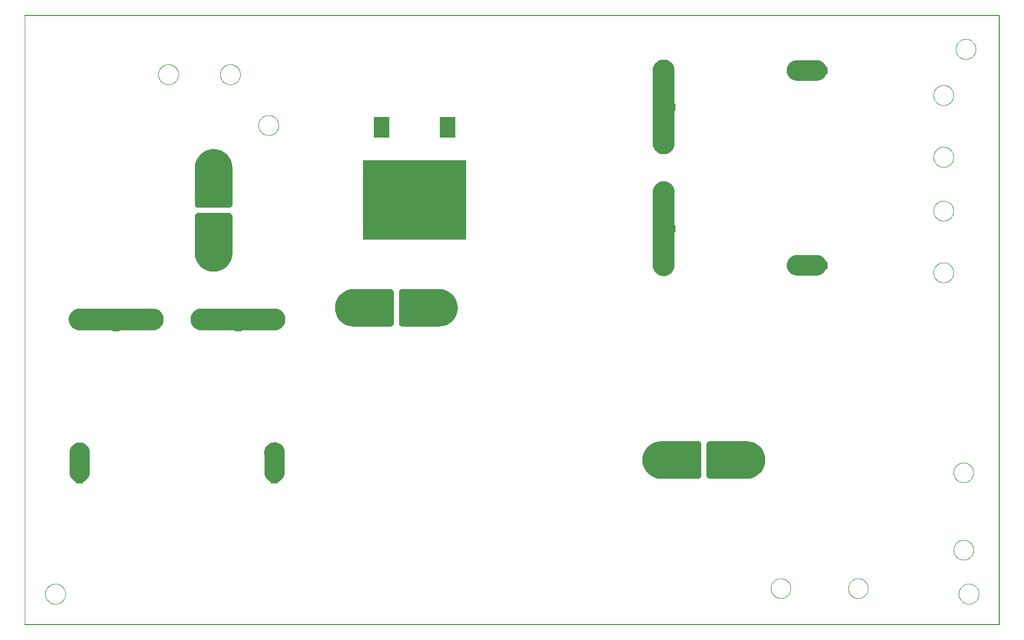
<source format=gtp>
G75*
%MOIN*%
%OFA0B0*%
%FSLAX25Y25*%
%IPPOS*%
%LPD*%
%AMOC8*
5,1,8,0,0,1.08239X$1,22.5*
%
%ADD10C,0.00000*%
%ADD11C,0.00600*%
%ADD12C,0.00500*%
%ADD13R,0.11811X0.03937*%
%ADD14R,0.03937X0.11811*%
%ADD15R,0.09843X0.13780*%
%ADD16R,0.33465X0.51181*%
%ADD17R,0.02500X0.05000*%
%ADD18R,0.05000X0.02500*%
D10*
X0001300Y0001300D02*
X0001300Y0395001D01*
X0087560Y0357009D02*
X0087562Y0357170D01*
X0087568Y0357330D01*
X0087578Y0357491D01*
X0087592Y0357651D01*
X0087610Y0357810D01*
X0087631Y0357970D01*
X0087657Y0358128D01*
X0087687Y0358286D01*
X0087720Y0358443D01*
X0087758Y0358600D01*
X0087799Y0358755D01*
X0087844Y0358909D01*
X0087893Y0359062D01*
X0087946Y0359214D01*
X0088002Y0359364D01*
X0088062Y0359513D01*
X0088126Y0359661D01*
X0088193Y0359807D01*
X0088264Y0359951D01*
X0088339Y0360093D01*
X0088417Y0360234D01*
X0088498Y0360372D01*
X0088583Y0360509D01*
X0088672Y0360643D01*
X0088763Y0360775D01*
X0088858Y0360905D01*
X0088956Y0361032D01*
X0089057Y0361157D01*
X0089161Y0361280D01*
X0089268Y0361399D01*
X0089378Y0361516D01*
X0089491Y0361631D01*
X0089607Y0361742D01*
X0089725Y0361851D01*
X0089846Y0361956D01*
X0089970Y0362059D01*
X0090096Y0362159D01*
X0090225Y0362255D01*
X0090356Y0362348D01*
X0090489Y0362438D01*
X0090624Y0362525D01*
X0090762Y0362608D01*
X0090901Y0362687D01*
X0091043Y0362764D01*
X0091186Y0362837D01*
X0091331Y0362906D01*
X0091478Y0362971D01*
X0091626Y0363033D01*
X0091776Y0363092D01*
X0091927Y0363146D01*
X0092079Y0363197D01*
X0092233Y0363244D01*
X0092388Y0363287D01*
X0092543Y0363326D01*
X0092700Y0363362D01*
X0092858Y0363394D01*
X0093016Y0363421D01*
X0093175Y0363445D01*
X0093334Y0363465D01*
X0093494Y0363481D01*
X0093655Y0363493D01*
X0093815Y0363501D01*
X0093976Y0363505D01*
X0094136Y0363505D01*
X0094297Y0363501D01*
X0094457Y0363493D01*
X0094618Y0363481D01*
X0094778Y0363465D01*
X0094937Y0363445D01*
X0095096Y0363421D01*
X0095254Y0363394D01*
X0095412Y0363362D01*
X0095569Y0363326D01*
X0095724Y0363287D01*
X0095879Y0363244D01*
X0096033Y0363197D01*
X0096185Y0363146D01*
X0096336Y0363092D01*
X0096486Y0363033D01*
X0096634Y0362971D01*
X0096781Y0362906D01*
X0096926Y0362837D01*
X0097069Y0362764D01*
X0097211Y0362687D01*
X0097350Y0362608D01*
X0097488Y0362525D01*
X0097623Y0362438D01*
X0097756Y0362348D01*
X0097887Y0362255D01*
X0098016Y0362159D01*
X0098142Y0362059D01*
X0098266Y0361956D01*
X0098387Y0361851D01*
X0098505Y0361742D01*
X0098621Y0361631D01*
X0098734Y0361516D01*
X0098844Y0361399D01*
X0098951Y0361280D01*
X0099055Y0361157D01*
X0099156Y0361032D01*
X0099254Y0360905D01*
X0099349Y0360775D01*
X0099440Y0360643D01*
X0099529Y0360509D01*
X0099614Y0360372D01*
X0099695Y0360234D01*
X0099773Y0360093D01*
X0099848Y0359951D01*
X0099919Y0359807D01*
X0099986Y0359661D01*
X0100050Y0359513D01*
X0100110Y0359364D01*
X0100166Y0359214D01*
X0100219Y0359062D01*
X0100268Y0358909D01*
X0100313Y0358755D01*
X0100354Y0358600D01*
X0100392Y0358443D01*
X0100425Y0358286D01*
X0100455Y0358128D01*
X0100481Y0357970D01*
X0100502Y0357810D01*
X0100520Y0357651D01*
X0100534Y0357491D01*
X0100544Y0357330D01*
X0100550Y0357170D01*
X0100552Y0357009D01*
X0100550Y0356848D01*
X0100544Y0356688D01*
X0100534Y0356527D01*
X0100520Y0356367D01*
X0100502Y0356208D01*
X0100481Y0356048D01*
X0100455Y0355890D01*
X0100425Y0355732D01*
X0100392Y0355575D01*
X0100354Y0355418D01*
X0100313Y0355263D01*
X0100268Y0355109D01*
X0100219Y0354956D01*
X0100166Y0354804D01*
X0100110Y0354654D01*
X0100050Y0354505D01*
X0099986Y0354357D01*
X0099919Y0354211D01*
X0099848Y0354067D01*
X0099773Y0353925D01*
X0099695Y0353784D01*
X0099614Y0353646D01*
X0099529Y0353509D01*
X0099440Y0353375D01*
X0099349Y0353243D01*
X0099254Y0353113D01*
X0099156Y0352986D01*
X0099055Y0352861D01*
X0098951Y0352738D01*
X0098844Y0352619D01*
X0098734Y0352502D01*
X0098621Y0352387D01*
X0098505Y0352276D01*
X0098387Y0352167D01*
X0098266Y0352062D01*
X0098142Y0351959D01*
X0098016Y0351859D01*
X0097887Y0351763D01*
X0097756Y0351670D01*
X0097623Y0351580D01*
X0097488Y0351493D01*
X0097350Y0351410D01*
X0097211Y0351331D01*
X0097069Y0351254D01*
X0096926Y0351181D01*
X0096781Y0351112D01*
X0096634Y0351047D01*
X0096486Y0350985D01*
X0096336Y0350926D01*
X0096185Y0350872D01*
X0096033Y0350821D01*
X0095879Y0350774D01*
X0095724Y0350731D01*
X0095569Y0350692D01*
X0095412Y0350656D01*
X0095254Y0350624D01*
X0095096Y0350597D01*
X0094937Y0350573D01*
X0094778Y0350553D01*
X0094618Y0350537D01*
X0094457Y0350525D01*
X0094297Y0350517D01*
X0094136Y0350513D01*
X0093976Y0350513D01*
X0093815Y0350517D01*
X0093655Y0350525D01*
X0093494Y0350537D01*
X0093334Y0350553D01*
X0093175Y0350573D01*
X0093016Y0350597D01*
X0092858Y0350624D01*
X0092700Y0350656D01*
X0092543Y0350692D01*
X0092388Y0350731D01*
X0092233Y0350774D01*
X0092079Y0350821D01*
X0091927Y0350872D01*
X0091776Y0350926D01*
X0091626Y0350985D01*
X0091478Y0351047D01*
X0091331Y0351112D01*
X0091186Y0351181D01*
X0091043Y0351254D01*
X0090901Y0351331D01*
X0090762Y0351410D01*
X0090624Y0351493D01*
X0090489Y0351580D01*
X0090356Y0351670D01*
X0090225Y0351763D01*
X0090096Y0351859D01*
X0089970Y0351959D01*
X0089846Y0352062D01*
X0089725Y0352167D01*
X0089607Y0352276D01*
X0089491Y0352387D01*
X0089378Y0352502D01*
X0089268Y0352619D01*
X0089161Y0352738D01*
X0089057Y0352861D01*
X0088956Y0352986D01*
X0088858Y0353113D01*
X0088763Y0353243D01*
X0088672Y0353375D01*
X0088583Y0353509D01*
X0088498Y0353646D01*
X0088417Y0353784D01*
X0088339Y0353925D01*
X0088264Y0354067D01*
X0088193Y0354211D01*
X0088126Y0354357D01*
X0088062Y0354505D01*
X0088002Y0354654D01*
X0087946Y0354804D01*
X0087893Y0354956D01*
X0087844Y0355109D01*
X0087799Y0355263D01*
X0087758Y0355418D01*
X0087720Y0355575D01*
X0087687Y0355732D01*
X0087657Y0355890D01*
X0087631Y0356048D01*
X0087610Y0356208D01*
X0087592Y0356367D01*
X0087578Y0356527D01*
X0087568Y0356688D01*
X0087562Y0356848D01*
X0087560Y0357009D01*
X0127560Y0357009D02*
X0127562Y0357170D01*
X0127568Y0357330D01*
X0127578Y0357491D01*
X0127592Y0357651D01*
X0127610Y0357810D01*
X0127631Y0357970D01*
X0127657Y0358128D01*
X0127687Y0358286D01*
X0127720Y0358443D01*
X0127758Y0358600D01*
X0127799Y0358755D01*
X0127844Y0358909D01*
X0127893Y0359062D01*
X0127946Y0359214D01*
X0128002Y0359364D01*
X0128062Y0359513D01*
X0128126Y0359661D01*
X0128193Y0359807D01*
X0128264Y0359951D01*
X0128339Y0360093D01*
X0128417Y0360234D01*
X0128498Y0360372D01*
X0128583Y0360509D01*
X0128672Y0360643D01*
X0128763Y0360775D01*
X0128858Y0360905D01*
X0128956Y0361032D01*
X0129057Y0361157D01*
X0129161Y0361280D01*
X0129268Y0361399D01*
X0129378Y0361516D01*
X0129491Y0361631D01*
X0129607Y0361742D01*
X0129725Y0361851D01*
X0129846Y0361956D01*
X0129970Y0362059D01*
X0130096Y0362159D01*
X0130225Y0362255D01*
X0130356Y0362348D01*
X0130489Y0362438D01*
X0130624Y0362525D01*
X0130762Y0362608D01*
X0130901Y0362687D01*
X0131043Y0362764D01*
X0131186Y0362837D01*
X0131331Y0362906D01*
X0131478Y0362971D01*
X0131626Y0363033D01*
X0131776Y0363092D01*
X0131927Y0363146D01*
X0132079Y0363197D01*
X0132233Y0363244D01*
X0132388Y0363287D01*
X0132543Y0363326D01*
X0132700Y0363362D01*
X0132858Y0363394D01*
X0133016Y0363421D01*
X0133175Y0363445D01*
X0133334Y0363465D01*
X0133494Y0363481D01*
X0133655Y0363493D01*
X0133815Y0363501D01*
X0133976Y0363505D01*
X0134136Y0363505D01*
X0134297Y0363501D01*
X0134457Y0363493D01*
X0134618Y0363481D01*
X0134778Y0363465D01*
X0134937Y0363445D01*
X0135096Y0363421D01*
X0135254Y0363394D01*
X0135412Y0363362D01*
X0135569Y0363326D01*
X0135724Y0363287D01*
X0135879Y0363244D01*
X0136033Y0363197D01*
X0136185Y0363146D01*
X0136336Y0363092D01*
X0136486Y0363033D01*
X0136634Y0362971D01*
X0136781Y0362906D01*
X0136926Y0362837D01*
X0137069Y0362764D01*
X0137211Y0362687D01*
X0137350Y0362608D01*
X0137488Y0362525D01*
X0137623Y0362438D01*
X0137756Y0362348D01*
X0137887Y0362255D01*
X0138016Y0362159D01*
X0138142Y0362059D01*
X0138266Y0361956D01*
X0138387Y0361851D01*
X0138505Y0361742D01*
X0138621Y0361631D01*
X0138734Y0361516D01*
X0138844Y0361399D01*
X0138951Y0361280D01*
X0139055Y0361157D01*
X0139156Y0361032D01*
X0139254Y0360905D01*
X0139349Y0360775D01*
X0139440Y0360643D01*
X0139529Y0360509D01*
X0139614Y0360372D01*
X0139695Y0360234D01*
X0139773Y0360093D01*
X0139848Y0359951D01*
X0139919Y0359807D01*
X0139986Y0359661D01*
X0140050Y0359513D01*
X0140110Y0359364D01*
X0140166Y0359214D01*
X0140219Y0359062D01*
X0140268Y0358909D01*
X0140313Y0358755D01*
X0140354Y0358600D01*
X0140392Y0358443D01*
X0140425Y0358286D01*
X0140455Y0358128D01*
X0140481Y0357970D01*
X0140502Y0357810D01*
X0140520Y0357651D01*
X0140534Y0357491D01*
X0140544Y0357330D01*
X0140550Y0357170D01*
X0140552Y0357009D01*
X0140550Y0356848D01*
X0140544Y0356688D01*
X0140534Y0356527D01*
X0140520Y0356367D01*
X0140502Y0356208D01*
X0140481Y0356048D01*
X0140455Y0355890D01*
X0140425Y0355732D01*
X0140392Y0355575D01*
X0140354Y0355418D01*
X0140313Y0355263D01*
X0140268Y0355109D01*
X0140219Y0354956D01*
X0140166Y0354804D01*
X0140110Y0354654D01*
X0140050Y0354505D01*
X0139986Y0354357D01*
X0139919Y0354211D01*
X0139848Y0354067D01*
X0139773Y0353925D01*
X0139695Y0353784D01*
X0139614Y0353646D01*
X0139529Y0353509D01*
X0139440Y0353375D01*
X0139349Y0353243D01*
X0139254Y0353113D01*
X0139156Y0352986D01*
X0139055Y0352861D01*
X0138951Y0352738D01*
X0138844Y0352619D01*
X0138734Y0352502D01*
X0138621Y0352387D01*
X0138505Y0352276D01*
X0138387Y0352167D01*
X0138266Y0352062D01*
X0138142Y0351959D01*
X0138016Y0351859D01*
X0137887Y0351763D01*
X0137756Y0351670D01*
X0137623Y0351580D01*
X0137488Y0351493D01*
X0137350Y0351410D01*
X0137211Y0351331D01*
X0137069Y0351254D01*
X0136926Y0351181D01*
X0136781Y0351112D01*
X0136634Y0351047D01*
X0136486Y0350985D01*
X0136336Y0350926D01*
X0136185Y0350872D01*
X0136033Y0350821D01*
X0135879Y0350774D01*
X0135724Y0350731D01*
X0135569Y0350692D01*
X0135412Y0350656D01*
X0135254Y0350624D01*
X0135096Y0350597D01*
X0134937Y0350573D01*
X0134778Y0350553D01*
X0134618Y0350537D01*
X0134457Y0350525D01*
X0134297Y0350517D01*
X0134136Y0350513D01*
X0133976Y0350513D01*
X0133815Y0350517D01*
X0133655Y0350525D01*
X0133494Y0350537D01*
X0133334Y0350553D01*
X0133175Y0350573D01*
X0133016Y0350597D01*
X0132858Y0350624D01*
X0132700Y0350656D01*
X0132543Y0350692D01*
X0132388Y0350731D01*
X0132233Y0350774D01*
X0132079Y0350821D01*
X0131927Y0350872D01*
X0131776Y0350926D01*
X0131626Y0350985D01*
X0131478Y0351047D01*
X0131331Y0351112D01*
X0131186Y0351181D01*
X0131043Y0351254D01*
X0130901Y0351331D01*
X0130762Y0351410D01*
X0130624Y0351493D01*
X0130489Y0351580D01*
X0130356Y0351670D01*
X0130225Y0351763D01*
X0130096Y0351859D01*
X0129970Y0351959D01*
X0129846Y0352062D01*
X0129725Y0352167D01*
X0129607Y0352276D01*
X0129491Y0352387D01*
X0129378Y0352502D01*
X0129268Y0352619D01*
X0129161Y0352738D01*
X0129057Y0352861D01*
X0128956Y0352986D01*
X0128858Y0353113D01*
X0128763Y0353243D01*
X0128672Y0353375D01*
X0128583Y0353509D01*
X0128498Y0353646D01*
X0128417Y0353784D01*
X0128339Y0353925D01*
X0128264Y0354067D01*
X0128193Y0354211D01*
X0128126Y0354357D01*
X0128062Y0354505D01*
X0128002Y0354654D01*
X0127946Y0354804D01*
X0127893Y0354956D01*
X0127844Y0355109D01*
X0127799Y0355263D01*
X0127758Y0355418D01*
X0127720Y0355575D01*
X0127687Y0355732D01*
X0127657Y0355890D01*
X0127631Y0356048D01*
X0127610Y0356208D01*
X0127592Y0356367D01*
X0127578Y0356527D01*
X0127568Y0356688D01*
X0127562Y0356848D01*
X0127560Y0357009D01*
X0152280Y0324135D02*
X0152282Y0324296D01*
X0152288Y0324456D01*
X0152298Y0324617D01*
X0152312Y0324777D01*
X0152330Y0324937D01*
X0152351Y0325096D01*
X0152377Y0325255D01*
X0152407Y0325413D01*
X0152440Y0325570D01*
X0152478Y0325727D01*
X0152519Y0325882D01*
X0152564Y0326036D01*
X0152613Y0326189D01*
X0152666Y0326341D01*
X0152722Y0326492D01*
X0152783Y0326641D01*
X0152846Y0326789D01*
X0152914Y0326935D01*
X0152985Y0327079D01*
X0153059Y0327221D01*
X0153137Y0327362D01*
X0153219Y0327500D01*
X0153304Y0327637D01*
X0153392Y0327771D01*
X0153484Y0327903D01*
X0153579Y0328033D01*
X0153677Y0328161D01*
X0153778Y0328286D01*
X0153882Y0328408D01*
X0153989Y0328528D01*
X0154099Y0328645D01*
X0154212Y0328760D01*
X0154328Y0328871D01*
X0154447Y0328980D01*
X0154568Y0329085D01*
X0154692Y0329188D01*
X0154818Y0329288D01*
X0154946Y0329384D01*
X0155077Y0329477D01*
X0155211Y0329567D01*
X0155346Y0329654D01*
X0155484Y0329737D01*
X0155623Y0329817D01*
X0155765Y0329893D01*
X0155908Y0329966D01*
X0156053Y0330035D01*
X0156200Y0330101D01*
X0156348Y0330163D01*
X0156498Y0330221D01*
X0156649Y0330276D01*
X0156802Y0330327D01*
X0156956Y0330374D01*
X0157111Y0330417D01*
X0157267Y0330456D01*
X0157423Y0330492D01*
X0157581Y0330523D01*
X0157739Y0330551D01*
X0157898Y0330575D01*
X0158058Y0330595D01*
X0158218Y0330611D01*
X0158378Y0330623D01*
X0158539Y0330631D01*
X0158700Y0330635D01*
X0158860Y0330635D01*
X0159021Y0330631D01*
X0159182Y0330623D01*
X0159342Y0330611D01*
X0159502Y0330595D01*
X0159662Y0330575D01*
X0159821Y0330551D01*
X0159979Y0330523D01*
X0160137Y0330492D01*
X0160293Y0330456D01*
X0160449Y0330417D01*
X0160604Y0330374D01*
X0160758Y0330327D01*
X0160911Y0330276D01*
X0161062Y0330221D01*
X0161212Y0330163D01*
X0161360Y0330101D01*
X0161507Y0330035D01*
X0161652Y0329966D01*
X0161795Y0329893D01*
X0161937Y0329817D01*
X0162076Y0329737D01*
X0162214Y0329654D01*
X0162349Y0329567D01*
X0162483Y0329477D01*
X0162614Y0329384D01*
X0162742Y0329288D01*
X0162868Y0329188D01*
X0162992Y0329085D01*
X0163113Y0328980D01*
X0163232Y0328871D01*
X0163348Y0328760D01*
X0163461Y0328645D01*
X0163571Y0328528D01*
X0163678Y0328408D01*
X0163782Y0328286D01*
X0163883Y0328161D01*
X0163981Y0328033D01*
X0164076Y0327903D01*
X0164168Y0327771D01*
X0164256Y0327637D01*
X0164341Y0327500D01*
X0164423Y0327362D01*
X0164501Y0327221D01*
X0164575Y0327079D01*
X0164646Y0326935D01*
X0164714Y0326789D01*
X0164777Y0326641D01*
X0164838Y0326492D01*
X0164894Y0326341D01*
X0164947Y0326189D01*
X0164996Y0326036D01*
X0165041Y0325882D01*
X0165082Y0325727D01*
X0165120Y0325570D01*
X0165153Y0325413D01*
X0165183Y0325255D01*
X0165209Y0325096D01*
X0165230Y0324937D01*
X0165248Y0324777D01*
X0165262Y0324617D01*
X0165272Y0324456D01*
X0165278Y0324296D01*
X0165280Y0324135D01*
X0165278Y0323974D01*
X0165272Y0323814D01*
X0165262Y0323653D01*
X0165248Y0323493D01*
X0165230Y0323333D01*
X0165209Y0323174D01*
X0165183Y0323015D01*
X0165153Y0322857D01*
X0165120Y0322700D01*
X0165082Y0322543D01*
X0165041Y0322388D01*
X0164996Y0322234D01*
X0164947Y0322081D01*
X0164894Y0321929D01*
X0164838Y0321778D01*
X0164777Y0321629D01*
X0164714Y0321481D01*
X0164646Y0321335D01*
X0164575Y0321191D01*
X0164501Y0321049D01*
X0164423Y0320908D01*
X0164341Y0320770D01*
X0164256Y0320633D01*
X0164168Y0320499D01*
X0164076Y0320367D01*
X0163981Y0320237D01*
X0163883Y0320109D01*
X0163782Y0319984D01*
X0163678Y0319862D01*
X0163571Y0319742D01*
X0163461Y0319625D01*
X0163348Y0319510D01*
X0163232Y0319399D01*
X0163113Y0319290D01*
X0162992Y0319185D01*
X0162868Y0319082D01*
X0162742Y0318982D01*
X0162614Y0318886D01*
X0162483Y0318793D01*
X0162349Y0318703D01*
X0162214Y0318616D01*
X0162076Y0318533D01*
X0161937Y0318453D01*
X0161795Y0318377D01*
X0161652Y0318304D01*
X0161507Y0318235D01*
X0161360Y0318169D01*
X0161212Y0318107D01*
X0161062Y0318049D01*
X0160911Y0317994D01*
X0160758Y0317943D01*
X0160604Y0317896D01*
X0160449Y0317853D01*
X0160293Y0317814D01*
X0160137Y0317778D01*
X0159979Y0317747D01*
X0159821Y0317719D01*
X0159662Y0317695D01*
X0159502Y0317675D01*
X0159342Y0317659D01*
X0159182Y0317647D01*
X0159021Y0317639D01*
X0158860Y0317635D01*
X0158700Y0317635D01*
X0158539Y0317639D01*
X0158378Y0317647D01*
X0158218Y0317659D01*
X0158058Y0317675D01*
X0157898Y0317695D01*
X0157739Y0317719D01*
X0157581Y0317747D01*
X0157423Y0317778D01*
X0157267Y0317814D01*
X0157111Y0317853D01*
X0156956Y0317896D01*
X0156802Y0317943D01*
X0156649Y0317994D01*
X0156498Y0318049D01*
X0156348Y0318107D01*
X0156200Y0318169D01*
X0156053Y0318235D01*
X0155908Y0318304D01*
X0155765Y0318377D01*
X0155623Y0318453D01*
X0155484Y0318533D01*
X0155346Y0318616D01*
X0155211Y0318703D01*
X0155077Y0318793D01*
X0154946Y0318886D01*
X0154818Y0318982D01*
X0154692Y0319082D01*
X0154568Y0319185D01*
X0154447Y0319290D01*
X0154328Y0319399D01*
X0154212Y0319510D01*
X0154099Y0319625D01*
X0153989Y0319742D01*
X0153882Y0319862D01*
X0153778Y0319984D01*
X0153677Y0320109D01*
X0153579Y0320237D01*
X0153484Y0320367D01*
X0153392Y0320499D01*
X0153304Y0320633D01*
X0153219Y0320770D01*
X0153137Y0320908D01*
X0153059Y0321049D01*
X0152985Y0321191D01*
X0152914Y0321335D01*
X0152846Y0321481D01*
X0152783Y0321629D01*
X0152722Y0321778D01*
X0152666Y0321929D01*
X0152613Y0322081D01*
X0152564Y0322234D01*
X0152519Y0322388D01*
X0152478Y0322543D01*
X0152440Y0322700D01*
X0152407Y0322857D01*
X0152377Y0323015D01*
X0152351Y0323174D01*
X0152330Y0323333D01*
X0152312Y0323493D01*
X0152298Y0323653D01*
X0152288Y0323814D01*
X0152282Y0323974D01*
X0152280Y0324135D01*
X0588702Y0343583D02*
X0588704Y0343744D01*
X0588710Y0343904D01*
X0588720Y0344065D01*
X0588734Y0344225D01*
X0588752Y0344384D01*
X0588773Y0344544D01*
X0588799Y0344702D01*
X0588829Y0344860D01*
X0588862Y0345017D01*
X0588900Y0345174D01*
X0588941Y0345329D01*
X0588986Y0345483D01*
X0589035Y0345636D01*
X0589088Y0345788D01*
X0589144Y0345938D01*
X0589204Y0346087D01*
X0589268Y0346235D01*
X0589335Y0346381D01*
X0589406Y0346525D01*
X0589481Y0346667D01*
X0589559Y0346808D01*
X0589640Y0346946D01*
X0589725Y0347083D01*
X0589814Y0347217D01*
X0589905Y0347349D01*
X0590000Y0347479D01*
X0590098Y0347606D01*
X0590199Y0347731D01*
X0590303Y0347854D01*
X0590410Y0347973D01*
X0590520Y0348090D01*
X0590633Y0348205D01*
X0590749Y0348316D01*
X0590867Y0348425D01*
X0590988Y0348530D01*
X0591112Y0348633D01*
X0591238Y0348733D01*
X0591367Y0348829D01*
X0591498Y0348922D01*
X0591631Y0349012D01*
X0591766Y0349099D01*
X0591904Y0349182D01*
X0592043Y0349261D01*
X0592185Y0349338D01*
X0592328Y0349411D01*
X0592473Y0349480D01*
X0592620Y0349545D01*
X0592768Y0349607D01*
X0592918Y0349666D01*
X0593069Y0349720D01*
X0593221Y0349771D01*
X0593375Y0349818D01*
X0593530Y0349861D01*
X0593685Y0349900D01*
X0593842Y0349936D01*
X0594000Y0349968D01*
X0594158Y0349995D01*
X0594317Y0350019D01*
X0594476Y0350039D01*
X0594636Y0350055D01*
X0594797Y0350067D01*
X0594957Y0350075D01*
X0595118Y0350079D01*
X0595278Y0350079D01*
X0595439Y0350075D01*
X0595599Y0350067D01*
X0595760Y0350055D01*
X0595920Y0350039D01*
X0596079Y0350019D01*
X0596238Y0349995D01*
X0596396Y0349968D01*
X0596554Y0349936D01*
X0596711Y0349900D01*
X0596866Y0349861D01*
X0597021Y0349818D01*
X0597175Y0349771D01*
X0597327Y0349720D01*
X0597478Y0349666D01*
X0597628Y0349607D01*
X0597776Y0349545D01*
X0597923Y0349480D01*
X0598068Y0349411D01*
X0598211Y0349338D01*
X0598353Y0349261D01*
X0598492Y0349182D01*
X0598630Y0349099D01*
X0598765Y0349012D01*
X0598898Y0348922D01*
X0599029Y0348829D01*
X0599158Y0348733D01*
X0599284Y0348633D01*
X0599408Y0348530D01*
X0599529Y0348425D01*
X0599647Y0348316D01*
X0599763Y0348205D01*
X0599876Y0348090D01*
X0599986Y0347973D01*
X0600093Y0347854D01*
X0600197Y0347731D01*
X0600298Y0347606D01*
X0600396Y0347479D01*
X0600491Y0347349D01*
X0600582Y0347217D01*
X0600671Y0347083D01*
X0600756Y0346946D01*
X0600837Y0346808D01*
X0600915Y0346667D01*
X0600990Y0346525D01*
X0601061Y0346381D01*
X0601128Y0346235D01*
X0601192Y0346087D01*
X0601252Y0345938D01*
X0601308Y0345788D01*
X0601361Y0345636D01*
X0601410Y0345483D01*
X0601455Y0345329D01*
X0601496Y0345174D01*
X0601534Y0345017D01*
X0601567Y0344860D01*
X0601597Y0344702D01*
X0601623Y0344544D01*
X0601644Y0344384D01*
X0601662Y0344225D01*
X0601676Y0344065D01*
X0601686Y0343904D01*
X0601692Y0343744D01*
X0601694Y0343583D01*
X0601692Y0343422D01*
X0601686Y0343262D01*
X0601676Y0343101D01*
X0601662Y0342941D01*
X0601644Y0342782D01*
X0601623Y0342622D01*
X0601597Y0342464D01*
X0601567Y0342306D01*
X0601534Y0342149D01*
X0601496Y0341992D01*
X0601455Y0341837D01*
X0601410Y0341683D01*
X0601361Y0341530D01*
X0601308Y0341378D01*
X0601252Y0341228D01*
X0601192Y0341079D01*
X0601128Y0340931D01*
X0601061Y0340785D01*
X0600990Y0340641D01*
X0600915Y0340499D01*
X0600837Y0340358D01*
X0600756Y0340220D01*
X0600671Y0340083D01*
X0600582Y0339949D01*
X0600491Y0339817D01*
X0600396Y0339687D01*
X0600298Y0339560D01*
X0600197Y0339435D01*
X0600093Y0339312D01*
X0599986Y0339193D01*
X0599876Y0339076D01*
X0599763Y0338961D01*
X0599647Y0338850D01*
X0599529Y0338741D01*
X0599408Y0338636D01*
X0599284Y0338533D01*
X0599158Y0338433D01*
X0599029Y0338337D01*
X0598898Y0338244D01*
X0598765Y0338154D01*
X0598630Y0338067D01*
X0598492Y0337984D01*
X0598353Y0337905D01*
X0598211Y0337828D01*
X0598068Y0337755D01*
X0597923Y0337686D01*
X0597776Y0337621D01*
X0597628Y0337559D01*
X0597478Y0337500D01*
X0597327Y0337446D01*
X0597175Y0337395D01*
X0597021Y0337348D01*
X0596866Y0337305D01*
X0596711Y0337266D01*
X0596554Y0337230D01*
X0596396Y0337198D01*
X0596238Y0337171D01*
X0596079Y0337147D01*
X0595920Y0337127D01*
X0595760Y0337111D01*
X0595599Y0337099D01*
X0595439Y0337091D01*
X0595278Y0337087D01*
X0595118Y0337087D01*
X0594957Y0337091D01*
X0594797Y0337099D01*
X0594636Y0337111D01*
X0594476Y0337127D01*
X0594317Y0337147D01*
X0594158Y0337171D01*
X0594000Y0337198D01*
X0593842Y0337230D01*
X0593685Y0337266D01*
X0593530Y0337305D01*
X0593375Y0337348D01*
X0593221Y0337395D01*
X0593069Y0337446D01*
X0592918Y0337500D01*
X0592768Y0337559D01*
X0592620Y0337621D01*
X0592473Y0337686D01*
X0592328Y0337755D01*
X0592185Y0337828D01*
X0592043Y0337905D01*
X0591904Y0337984D01*
X0591766Y0338067D01*
X0591631Y0338154D01*
X0591498Y0338244D01*
X0591367Y0338337D01*
X0591238Y0338433D01*
X0591112Y0338533D01*
X0590988Y0338636D01*
X0590867Y0338741D01*
X0590749Y0338850D01*
X0590633Y0338961D01*
X0590520Y0339076D01*
X0590410Y0339193D01*
X0590303Y0339312D01*
X0590199Y0339435D01*
X0590098Y0339560D01*
X0590000Y0339687D01*
X0589905Y0339817D01*
X0589814Y0339949D01*
X0589725Y0340083D01*
X0589640Y0340220D01*
X0589559Y0340358D01*
X0589481Y0340499D01*
X0589406Y0340641D01*
X0589335Y0340785D01*
X0589268Y0340931D01*
X0589204Y0341079D01*
X0589144Y0341228D01*
X0589088Y0341378D01*
X0589035Y0341530D01*
X0588986Y0341683D01*
X0588941Y0341837D01*
X0588900Y0341992D01*
X0588862Y0342149D01*
X0588829Y0342306D01*
X0588799Y0342464D01*
X0588773Y0342622D01*
X0588752Y0342782D01*
X0588734Y0342941D01*
X0588720Y0343101D01*
X0588710Y0343262D01*
X0588704Y0343422D01*
X0588702Y0343583D01*
X0603068Y0373347D02*
X0603070Y0373508D01*
X0603076Y0373668D01*
X0603086Y0373829D01*
X0603100Y0373989D01*
X0603118Y0374149D01*
X0603139Y0374308D01*
X0603165Y0374467D01*
X0603195Y0374625D01*
X0603228Y0374782D01*
X0603266Y0374939D01*
X0603307Y0375094D01*
X0603352Y0375248D01*
X0603401Y0375401D01*
X0603454Y0375553D01*
X0603510Y0375704D01*
X0603571Y0375853D01*
X0603634Y0376001D01*
X0603702Y0376147D01*
X0603773Y0376291D01*
X0603847Y0376433D01*
X0603925Y0376574D01*
X0604007Y0376712D01*
X0604092Y0376849D01*
X0604180Y0376983D01*
X0604272Y0377115D01*
X0604367Y0377245D01*
X0604465Y0377373D01*
X0604566Y0377498D01*
X0604670Y0377620D01*
X0604777Y0377740D01*
X0604887Y0377857D01*
X0605000Y0377972D01*
X0605116Y0378083D01*
X0605235Y0378192D01*
X0605356Y0378297D01*
X0605480Y0378400D01*
X0605606Y0378500D01*
X0605734Y0378596D01*
X0605865Y0378689D01*
X0605999Y0378779D01*
X0606134Y0378866D01*
X0606272Y0378949D01*
X0606411Y0379029D01*
X0606553Y0379105D01*
X0606696Y0379178D01*
X0606841Y0379247D01*
X0606988Y0379313D01*
X0607136Y0379375D01*
X0607286Y0379433D01*
X0607437Y0379488D01*
X0607590Y0379539D01*
X0607744Y0379586D01*
X0607899Y0379629D01*
X0608055Y0379668D01*
X0608211Y0379704D01*
X0608369Y0379735D01*
X0608527Y0379763D01*
X0608686Y0379787D01*
X0608846Y0379807D01*
X0609006Y0379823D01*
X0609166Y0379835D01*
X0609327Y0379843D01*
X0609488Y0379847D01*
X0609648Y0379847D01*
X0609809Y0379843D01*
X0609970Y0379835D01*
X0610130Y0379823D01*
X0610290Y0379807D01*
X0610450Y0379787D01*
X0610609Y0379763D01*
X0610767Y0379735D01*
X0610925Y0379704D01*
X0611081Y0379668D01*
X0611237Y0379629D01*
X0611392Y0379586D01*
X0611546Y0379539D01*
X0611699Y0379488D01*
X0611850Y0379433D01*
X0612000Y0379375D01*
X0612148Y0379313D01*
X0612295Y0379247D01*
X0612440Y0379178D01*
X0612583Y0379105D01*
X0612725Y0379029D01*
X0612864Y0378949D01*
X0613002Y0378866D01*
X0613137Y0378779D01*
X0613271Y0378689D01*
X0613402Y0378596D01*
X0613530Y0378500D01*
X0613656Y0378400D01*
X0613780Y0378297D01*
X0613901Y0378192D01*
X0614020Y0378083D01*
X0614136Y0377972D01*
X0614249Y0377857D01*
X0614359Y0377740D01*
X0614466Y0377620D01*
X0614570Y0377498D01*
X0614671Y0377373D01*
X0614769Y0377245D01*
X0614864Y0377115D01*
X0614956Y0376983D01*
X0615044Y0376849D01*
X0615129Y0376712D01*
X0615211Y0376574D01*
X0615289Y0376433D01*
X0615363Y0376291D01*
X0615434Y0376147D01*
X0615502Y0376001D01*
X0615565Y0375853D01*
X0615626Y0375704D01*
X0615682Y0375553D01*
X0615735Y0375401D01*
X0615784Y0375248D01*
X0615829Y0375094D01*
X0615870Y0374939D01*
X0615908Y0374782D01*
X0615941Y0374625D01*
X0615971Y0374467D01*
X0615997Y0374308D01*
X0616018Y0374149D01*
X0616036Y0373989D01*
X0616050Y0373829D01*
X0616060Y0373668D01*
X0616066Y0373508D01*
X0616068Y0373347D01*
X0616066Y0373186D01*
X0616060Y0373026D01*
X0616050Y0372865D01*
X0616036Y0372705D01*
X0616018Y0372545D01*
X0615997Y0372386D01*
X0615971Y0372227D01*
X0615941Y0372069D01*
X0615908Y0371912D01*
X0615870Y0371755D01*
X0615829Y0371600D01*
X0615784Y0371446D01*
X0615735Y0371293D01*
X0615682Y0371141D01*
X0615626Y0370990D01*
X0615565Y0370841D01*
X0615502Y0370693D01*
X0615434Y0370547D01*
X0615363Y0370403D01*
X0615289Y0370261D01*
X0615211Y0370120D01*
X0615129Y0369982D01*
X0615044Y0369845D01*
X0614956Y0369711D01*
X0614864Y0369579D01*
X0614769Y0369449D01*
X0614671Y0369321D01*
X0614570Y0369196D01*
X0614466Y0369074D01*
X0614359Y0368954D01*
X0614249Y0368837D01*
X0614136Y0368722D01*
X0614020Y0368611D01*
X0613901Y0368502D01*
X0613780Y0368397D01*
X0613656Y0368294D01*
X0613530Y0368194D01*
X0613402Y0368098D01*
X0613271Y0368005D01*
X0613137Y0367915D01*
X0613002Y0367828D01*
X0612864Y0367745D01*
X0612725Y0367665D01*
X0612583Y0367589D01*
X0612440Y0367516D01*
X0612295Y0367447D01*
X0612148Y0367381D01*
X0612000Y0367319D01*
X0611850Y0367261D01*
X0611699Y0367206D01*
X0611546Y0367155D01*
X0611392Y0367108D01*
X0611237Y0367065D01*
X0611081Y0367026D01*
X0610925Y0366990D01*
X0610767Y0366959D01*
X0610609Y0366931D01*
X0610450Y0366907D01*
X0610290Y0366887D01*
X0610130Y0366871D01*
X0609970Y0366859D01*
X0609809Y0366851D01*
X0609648Y0366847D01*
X0609488Y0366847D01*
X0609327Y0366851D01*
X0609166Y0366859D01*
X0609006Y0366871D01*
X0608846Y0366887D01*
X0608686Y0366907D01*
X0608527Y0366931D01*
X0608369Y0366959D01*
X0608211Y0366990D01*
X0608055Y0367026D01*
X0607899Y0367065D01*
X0607744Y0367108D01*
X0607590Y0367155D01*
X0607437Y0367206D01*
X0607286Y0367261D01*
X0607136Y0367319D01*
X0606988Y0367381D01*
X0606841Y0367447D01*
X0606696Y0367516D01*
X0606553Y0367589D01*
X0606411Y0367665D01*
X0606272Y0367745D01*
X0606134Y0367828D01*
X0605999Y0367915D01*
X0605865Y0368005D01*
X0605734Y0368098D01*
X0605606Y0368194D01*
X0605480Y0368294D01*
X0605356Y0368397D01*
X0605235Y0368502D01*
X0605116Y0368611D01*
X0605000Y0368722D01*
X0604887Y0368837D01*
X0604777Y0368954D01*
X0604670Y0369074D01*
X0604566Y0369196D01*
X0604465Y0369321D01*
X0604367Y0369449D01*
X0604272Y0369579D01*
X0604180Y0369711D01*
X0604092Y0369845D01*
X0604007Y0369982D01*
X0603925Y0370120D01*
X0603847Y0370261D01*
X0603773Y0370403D01*
X0603702Y0370547D01*
X0603634Y0370693D01*
X0603571Y0370841D01*
X0603510Y0370990D01*
X0603454Y0371141D01*
X0603401Y0371293D01*
X0603352Y0371446D01*
X0603307Y0371600D01*
X0603266Y0371755D01*
X0603228Y0371912D01*
X0603195Y0372069D01*
X0603165Y0372227D01*
X0603139Y0372386D01*
X0603118Y0372545D01*
X0603100Y0372705D01*
X0603086Y0372865D01*
X0603076Y0373026D01*
X0603070Y0373186D01*
X0603068Y0373347D01*
X0588702Y0303583D02*
X0588704Y0303744D01*
X0588710Y0303904D01*
X0588720Y0304065D01*
X0588734Y0304225D01*
X0588752Y0304384D01*
X0588773Y0304544D01*
X0588799Y0304702D01*
X0588829Y0304860D01*
X0588862Y0305017D01*
X0588900Y0305174D01*
X0588941Y0305329D01*
X0588986Y0305483D01*
X0589035Y0305636D01*
X0589088Y0305788D01*
X0589144Y0305938D01*
X0589204Y0306087D01*
X0589268Y0306235D01*
X0589335Y0306381D01*
X0589406Y0306525D01*
X0589481Y0306667D01*
X0589559Y0306808D01*
X0589640Y0306946D01*
X0589725Y0307083D01*
X0589814Y0307217D01*
X0589905Y0307349D01*
X0590000Y0307479D01*
X0590098Y0307606D01*
X0590199Y0307731D01*
X0590303Y0307854D01*
X0590410Y0307973D01*
X0590520Y0308090D01*
X0590633Y0308205D01*
X0590749Y0308316D01*
X0590867Y0308425D01*
X0590988Y0308530D01*
X0591112Y0308633D01*
X0591238Y0308733D01*
X0591367Y0308829D01*
X0591498Y0308922D01*
X0591631Y0309012D01*
X0591766Y0309099D01*
X0591904Y0309182D01*
X0592043Y0309261D01*
X0592185Y0309338D01*
X0592328Y0309411D01*
X0592473Y0309480D01*
X0592620Y0309545D01*
X0592768Y0309607D01*
X0592918Y0309666D01*
X0593069Y0309720D01*
X0593221Y0309771D01*
X0593375Y0309818D01*
X0593530Y0309861D01*
X0593685Y0309900D01*
X0593842Y0309936D01*
X0594000Y0309968D01*
X0594158Y0309995D01*
X0594317Y0310019D01*
X0594476Y0310039D01*
X0594636Y0310055D01*
X0594797Y0310067D01*
X0594957Y0310075D01*
X0595118Y0310079D01*
X0595278Y0310079D01*
X0595439Y0310075D01*
X0595599Y0310067D01*
X0595760Y0310055D01*
X0595920Y0310039D01*
X0596079Y0310019D01*
X0596238Y0309995D01*
X0596396Y0309968D01*
X0596554Y0309936D01*
X0596711Y0309900D01*
X0596866Y0309861D01*
X0597021Y0309818D01*
X0597175Y0309771D01*
X0597327Y0309720D01*
X0597478Y0309666D01*
X0597628Y0309607D01*
X0597776Y0309545D01*
X0597923Y0309480D01*
X0598068Y0309411D01*
X0598211Y0309338D01*
X0598353Y0309261D01*
X0598492Y0309182D01*
X0598630Y0309099D01*
X0598765Y0309012D01*
X0598898Y0308922D01*
X0599029Y0308829D01*
X0599158Y0308733D01*
X0599284Y0308633D01*
X0599408Y0308530D01*
X0599529Y0308425D01*
X0599647Y0308316D01*
X0599763Y0308205D01*
X0599876Y0308090D01*
X0599986Y0307973D01*
X0600093Y0307854D01*
X0600197Y0307731D01*
X0600298Y0307606D01*
X0600396Y0307479D01*
X0600491Y0307349D01*
X0600582Y0307217D01*
X0600671Y0307083D01*
X0600756Y0306946D01*
X0600837Y0306808D01*
X0600915Y0306667D01*
X0600990Y0306525D01*
X0601061Y0306381D01*
X0601128Y0306235D01*
X0601192Y0306087D01*
X0601252Y0305938D01*
X0601308Y0305788D01*
X0601361Y0305636D01*
X0601410Y0305483D01*
X0601455Y0305329D01*
X0601496Y0305174D01*
X0601534Y0305017D01*
X0601567Y0304860D01*
X0601597Y0304702D01*
X0601623Y0304544D01*
X0601644Y0304384D01*
X0601662Y0304225D01*
X0601676Y0304065D01*
X0601686Y0303904D01*
X0601692Y0303744D01*
X0601694Y0303583D01*
X0601692Y0303422D01*
X0601686Y0303262D01*
X0601676Y0303101D01*
X0601662Y0302941D01*
X0601644Y0302782D01*
X0601623Y0302622D01*
X0601597Y0302464D01*
X0601567Y0302306D01*
X0601534Y0302149D01*
X0601496Y0301992D01*
X0601455Y0301837D01*
X0601410Y0301683D01*
X0601361Y0301530D01*
X0601308Y0301378D01*
X0601252Y0301228D01*
X0601192Y0301079D01*
X0601128Y0300931D01*
X0601061Y0300785D01*
X0600990Y0300641D01*
X0600915Y0300499D01*
X0600837Y0300358D01*
X0600756Y0300220D01*
X0600671Y0300083D01*
X0600582Y0299949D01*
X0600491Y0299817D01*
X0600396Y0299687D01*
X0600298Y0299560D01*
X0600197Y0299435D01*
X0600093Y0299312D01*
X0599986Y0299193D01*
X0599876Y0299076D01*
X0599763Y0298961D01*
X0599647Y0298850D01*
X0599529Y0298741D01*
X0599408Y0298636D01*
X0599284Y0298533D01*
X0599158Y0298433D01*
X0599029Y0298337D01*
X0598898Y0298244D01*
X0598765Y0298154D01*
X0598630Y0298067D01*
X0598492Y0297984D01*
X0598353Y0297905D01*
X0598211Y0297828D01*
X0598068Y0297755D01*
X0597923Y0297686D01*
X0597776Y0297621D01*
X0597628Y0297559D01*
X0597478Y0297500D01*
X0597327Y0297446D01*
X0597175Y0297395D01*
X0597021Y0297348D01*
X0596866Y0297305D01*
X0596711Y0297266D01*
X0596554Y0297230D01*
X0596396Y0297198D01*
X0596238Y0297171D01*
X0596079Y0297147D01*
X0595920Y0297127D01*
X0595760Y0297111D01*
X0595599Y0297099D01*
X0595439Y0297091D01*
X0595278Y0297087D01*
X0595118Y0297087D01*
X0594957Y0297091D01*
X0594797Y0297099D01*
X0594636Y0297111D01*
X0594476Y0297127D01*
X0594317Y0297147D01*
X0594158Y0297171D01*
X0594000Y0297198D01*
X0593842Y0297230D01*
X0593685Y0297266D01*
X0593530Y0297305D01*
X0593375Y0297348D01*
X0593221Y0297395D01*
X0593069Y0297446D01*
X0592918Y0297500D01*
X0592768Y0297559D01*
X0592620Y0297621D01*
X0592473Y0297686D01*
X0592328Y0297755D01*
X0592185Y0297828D01*
X0592043Y0297905D01*
X0591904Y0297984D01*
X0591766Y0298067D01*
X0591631Y0298154D01*
X0591498Y0298244D01*
X0591367Y0298337D01*
X0591238Y0298433D01*
X0591112Y0298533D01*
X0590988Y0298636D01*
X0590867Y0298741D01*
X0590749Y0298850D01*
X0590633Y0298961D01*
X0590520Y0299076D01*
X0590410Y0299193D01*
X0590303Y0299312D01*
X0590199Y0299435D01*
X0590098Y0299560D01*
X0590000Y0299687D01*
X0589905Y0299817D01*
X0589814Y0299949D01*
X0589725Y0300083D01*
X0589640Y0300220D01*
X0589559Y0300358D01*
X0589481Y0300499D01*
X0589406Y0300641D01*
X0589335Y0300785D01*
X0589268Y0300931D01*
X0589204Y0301079D01*
X0589144Y0301228D01*
X0589088Y0301378D01*
X0589035Y0301530D01*
X0588986Y0301683D01*
X0588941Y0301837D01*
X0588900Y0301992D01*
X0588862Y0302149D01*
X0588829Y0302306D01*
X0588799Y0302464D01*
X0588773Y0302622D01*
X0588752Y0302782D01*
X0588734Y0302941D01*
X0588720Y0303101D01*
X0588710Y0303262D01*
X0588704Y0303422D01*
X0588702Y0303583D01*
X0588702Y0268780D02*
X0588704Y0268941D01*
X0588710Y0269101D01*
X0588720Y0269262D01*
X0588734Y0269422D01*
X0588752Y0269581D01*
X0588773Y0269741D01*
X0588799Y0269899D01*
X0588829Y0270057D01*
X0588862Y0270214D01*
X0588900Y0270371D01*
X0588941Y0270526D01*
X0588986Y0270680D01*
X0589035Y0270833D01*
X0589088Y0270985D01*
X0589144Y0271135D01*
X0589204Y0271284D01*
X0589268Y0271432D01*
X0589335Y0271578D01*
X0589406Y0271722D01*
X0589481Y0271864D01*
X0589559Y0272005D01*
X0589640Y0272143D01*
X0589725Y0272280D01*
X0589814Y0272414D01*
X0589905Y0272546D01*
X0590000Y0272676D01*
X0590098Y0272803D01*
X0590199Y0272928D01*
X0590303Y0273051D01*
X0590410Y0273170D01*
X0590520Y0273287D01*
X0590633Y0273402D01*
X0590749Y0273513D01*
X0590867Y0273622D01*
X0590988Y0273727D01*
X0591112Y0273830D01*
X0591238Y0273930D01*
X0591367Y0274026D01*
X0591498Y0274119D01*
X0591631Y0274209D01*
X0591766Y0274296D01*
X0591904Y0274379D01*
X0592043Y0274458D01*
X0592185Y0274535D01*
X0592328Y0274608D01*
X0592473Y0274677D01*
X0592620Y0274742D01*
X0592768Y0274804D01*
X0592918Y0274863D01*
X0593069Y0274917D01*
X0593221Y0274968D01*
X0593375Y0275015D01*
X0593530Y0275058D01*
X0593685Y0275097D01*
X0593842Y0275133D01*
X0594000Y0275165D01*
X0594158Y0275192D01*
X0594317Y0275216D01*
X0594476Y0275236D01*
X0594636Y0275252D01*
X0594797Y0275264D01*
X0594957Y0275272D01*
X0595118Y0275276D01*
X0595278Y0275276D01*
X0595439Y0275272D01*
X0595599Y0275264D01*
X0595760Y0275252D01*
X0595920Y0275236D01*
X0596079Y0275216D01*
X0596238Y0275192D01*
X0596396Y0275165D01*
X0596554Y0275133D01*
X0596711Y0275097D01*
X0596866Y0275058D01*
X0597021Y0275015D01*
X0597175Y0274968D01*
X0597327Y0274917D01*
X0597478Y0274863D01*
X0597628Y0274804D01*
X0597776Y0274742D01*
X0597923Y0274677D01*
X0598068Y0274608D01*
X0598211Y0274535D01*
X0598353Y0274458D01*
X0598492Y0274379D01*
X0598630Y0274296D01*
X0598765Y0274209D01*
X0598898Y0274119D01*
X0599029Y0274026D01*
X0599158Y0273930D01*
X0599284Y0273830D01*
X0599408Y0273727D01*
X0599529Y0273622D01*
X0599647Y0273513D01*
X0599763Y0273402D01*
X0599876Y0273287D01*
X0599986Y0273170D01*
X0600093Y0273051D01*
X0600197Y0272928D01*
X0600298Y0272803D01*
X0600396Y0272676D01*
X0600491Y0272546D01*
X0600582Y0272414D01*
X0600671Y0272280D01*
X0600756Y0272143D01*
X0600837Y0272005D01*
X0600915Y0271864D01*
X0600990Y0271722D01*
X0601061Y0271578D01*
X0601128Y0271432D01*
X0601192Y0271284D01*
X0601252Y0271135D01*
X0601308Y0270985D01*
X0601361Y0270833D01*
X0601410Y0270680D01*
X0601455Y0270526D01*
X0601496Y0270371D01*
X0601534Y0270214D01*
X0601567Y0270057D01*
X0601597Y0269899D01*
X0601623Y0269741D01*
X0601644Y0269581D01*
X0601662Y0269422D01*
X0601676Y0269262D01*
X0601686Y0269101D01*
X0601692Y0268941D01*
X0601694Y0268780D01*
X0601692Y0268619D01*
X0601686Y0268459D01*
X0601676Y0268298D01*
X0601662Y0268138D01*
X0601644Y0267979D01*
X0601623Y0267819D01*
X0601597Y0267661D01*
X0601567Y0267503D01*
X0601534Y0267346D01*
X0601496Y0267189D01*
X0601455Y0267034D01*
X0601410Y0266880D01*
X0601361Y0266727D01*
X0601308Y0266575D01*
X0601252Y0266425D01*
X0601192Y0266276D01*
X0601128Y0266128D01*
X0601061Y0265982D01*
X0600990Y0265838D01*
X0600915Y0265696D01*
X0600837Y0265555D01*
X0600756Y0265417D01*
X0600671Y0265280D01*
X0600582Y0265146D01*
X0600491Y0265014D01*
X0600396Y0264884D01*
X0600298Y0264757D01*
X0600197Y0264632D01*
X0600093Y0264509D01*
X0599986Y0264390D01*
X0599876Y0264273D01*
X0599763Y0264158D01*
X0599647Y0264047D01*
X0599529Y0263938D01*
X0599408Y0263833D01*
X0599284Y0263730D01*
X0599158Y0263630D01*
X0599029Y0263534D01*
X0598898Y0263441D01*
X0598765Y0263351D01*
X0598630Y0263264D01*
X0598492Y0263181D01*
X0598353Y0263102D01*
X0598211Y0263025D01*
X0598068Y0262952D01*
X0597923Y0262883D01*
X0597776Y0262818D01*
X0597628Y0262756D01*
X0597478Y0262697D01*
X0597327Y0262643D01*
X0597175Y0262592D01*
X0597021Y0262545D01*
X0596866Y0262502D01*
X0596711Y0262463D01*
X0596554Y0262427D01*
X0596396Y0262395D01*
X0596238Y0262368D01*
X0596079Y0262344D01*
X0595920Y0262324D01*
X0595760Y0262308D01*
X0595599Y0262296D01*
X0595439Y0262288D01*
X0595278Y0262284D01*
X0595118Y0262284D01*
X0594957Y0262288D01*
X0594797Y0262296D01*
X0594636Y0262308D01*
X0594476Y0262324D01*
X0594317Y0262344D01*
X0594158Y0262368D01*
X0594000Y0262395D01*
X0593842Y0262427D01*
X0593685Y0262463D01*
X0593530Y0262502D01*
X0593375Y0262545D01*
X0593221Y0262592D01*
X0593069Y0262643D01*
X0592918Y0262697D01*
X0592768Y0262756D01*
X0592620Y0262818D01*
X0592473Y0262883D01*
X0592328Y0262952D01*
X0592185Y0263025D01*
X0592043Y0263102D01*
X0591904Y0263181D01*
X0591766Y0263264D01*
X0591631Y0263351D01*
X0591498Y0263441D01*
X0591367Y0263534D01*
X0591238Y0263630D01*
X0591112Y0263730D01*
X0590988Y0263833D01*
X0590867Y0263938D01*
X0590749Y0264047D01*
X0590633Y0264158D01*
X0590520Y0264273D01*
X0590410Y0264390D01*
X0590303Y0264509D01*
X0590199Y0264632D01*
X0590098Y0264757D01*
X0590000Y0264884D01*
X0589905Y0265014D01*
X0589814Y0265146D01*
X0589725Y0265280D01*
X0589640Y0265417D01*
X0589559Y0265555D01*
X0589481Y0265696D01*
X0589406Y0265838D01*
X0589335Y0265982D01*
X0589268Y0266128D01*
X0589204Y0266276D01*
X0589144Y0266425D01*
X0589088Y0266575D01*
X0589035Y0266727D01*
X0588986Y0266880D01*
X0588941Y0267034D01*
X0588900Y0267189D01*
X0588862Y0267346D01*
X0588829Y0267503D01*
X0588799Y0267661D01*
X0588773Y0267819D01*
X0588752Y0267979D01*
X0588734Y0268138D01*
X0588720Y0268298D01*
X0588710Y0268459D01*
X0588704Y0268619D01*
X0588702Y0268780D01*
X0588702Y0228780D02*
X0588704Y0228941D01*
X0588710Y0229101D01*
X0588720Y0229262D01*
X0588734Y0229422D01*
X0588752Y0229581D01*
X0588773Y0229741D01*
X0588799Y0229899D01*
X0588829Y0230057D01*
X0588862Y0230214D01*
X0588900Y0230371D01*
X0588941Y0230526D01*
X0588986Y0230680D01*
X0589035Y0230833D01*
X0589088Y0230985D01*
X0589144Y0231135D01*
X0589204Y0231284D01*
X0589268Y0231432D01*
X0589335Y0231578D01*
X0589406Y0231722D01*
X0589481Y0231864D01*
X0589559Y0232005D01*
X0589640Y0232143D01*
X0589725Y0232280D01*
X0589814Y0232414D01*
X0589905Y0232546D01*
X0590000Y0232676D01*
X0590098Y0232803D01*
X0590199Y0232928D01*
X0590303Y0233051D01*
X0590410Y0233170D01*
X0590520Y0233287D01*
X0590633Y0233402D01*
X0590749Y0233513D01*
X0590867Y0233622D01*
X0590988Y0233727D01*
X0591112Y0233830D01*
X0591238Y0233930D01*
X0591367Y0234026D01*
X0591498Y0234119D01*
X0591631Y0234209D01*
X0591766Y0234296D01*
X0591904Y0234379D01*
X0592043Y0234458D01*
X0592185Y0234535D01*
X0592328Y0234608D01*
X0592473Y0234677D01*
X0592620Y0234742D01*
X0592768Y0234804D01*
X0592918Y0234863D01*
X0593069Y0234917D01*
X0593221Y0234968D01*
X0593375Y0235015D01*
X0593530Y0235058D01*
X0593685Y0235097D01*
X0593842Y0235133D01*
X0594000Y0235165D01*
X0594158Y0235192D01*
X0594317Y0235216D01*
X0594476Y0235236D01*
X0594636Y0235252D01*
X0594797Y0235264D01*
X0594957Y0235272D01*
X0595118Y0235276D01*
X0595278Y0235276D01*
X0595439Y0235272D01*
X0595599Y0235264D01*
X0595760Y0235252D01*
X0595920Y0235236D01*
X0596079Y0235216D01*
X0596238Y0235192D01*
X0596396Y0235165D01*
X0596554Y0235133D01*
X0596711Y0235097D01*
X0596866Y0235058D01*
X0597021Y0235015D01*
X0597175Y0234968D01*
X0597327Y0234917D01*
X0597478Y0234863D01*
X0597628Y0234804D01*
X0597776Y0234742D01*
X0597923Y0234677D01*
X0598068Y0234608D01*
X0598211Y0234535D01*
X0598353Y0234458D01*
X0598492Y0234379D01*
X0598630Y0234296D01*
X0598765Y0234209D01*
X0598898Y0234119D01*
X0599029Y0234026D01*
X0599158Y0233930D01*
X0599284Y0233830D01*
X0599408Y0233727D01*
X0599529Y0233622D01*
X0599647Y0233513D01*
X0599763Y0233402D01*
X0599876Y0233287D01*
X0599986Y0233170D01*
X0600093Y0233051D01*
X0600197Y0232928D01*
X0600298Y0232803D01*
X0600396Y0232676D01*
X0600491Y0232546D01*
X0600582Y0232414D01*
X0600671Y0232280D01*
X0600756Y0232143D01*
X0600837Y0232005D01*
X0600915Y0231864D01*
X0600990Y0231722D01*
X0601061Y0231578D01*
X0601128Y0231432D01*
X0601192Y0231284D01*
X0601252Y0231135D01*
X0601308Y0230985D01*
X0601361Y0230833D01*
X0601410Y0230680D01*
X0601455Y0230526D01*
X0601496Y0230371D01*
X0601534Y0230214D01*
X0601567Y0230057D01*
X0601597Y0229899D01*
X0601623Y0229741D01*
X0601644Y0229581D01*
X0601662Y0229422D01*
X0601676Y0229262D01*
X0601686Y0229101D01*
X0601692Y0228941D01*
X0601694Y0228780D01*
X0601692Y0228619D01*
X0601686Y0228459D01*
X0601676Y0228298D01*
X0601662Y0228138D01*
X0601644Y0227979D01*
X0601623Y0227819D01*
X0601597Y0227661D01*
X0601567Y0227503D01*
X0601534Y0227346D01*
X0601496Y0227189D01*
X0601455Y0227034D01*
X0601410Y0226880D01*
X0601361Y0226727D01*
X0601308Y0226575D01*
X0601252Y0226425D01*
X0601192Y0226276D01*
X0601128Y0226128D01*
X0601061Y0225982D01*
X0600990Y0225838D01*
X0600915Y0225696D01*
X0600837Y0225555D01*
X0600756Y0225417D01*
X0600671Y0225280D01*
X0600582Y0225146D01*
X0600491Y0225014D01*
X0600396Y0224884D01*
X0600298Y0224757D01*
X0600197Y0224632D01*
X0600093Y0224509D01*
X0599986Y0224390D01*
X0599876Y0224273D01*
X0599763Y0224158D01*
X0599647Y0224047D01*
X0599529Y0223938D01*
X0599408Y0223833D01*
X0599284Y0223730D01*
X0599158Y0223630D01*
X0599029Y0223534D01*
X0598898Y0223441D01*
X0598765Y0223351D01*
X0598630Y0223264D01*
X0598492Y0223181D01*
X0598353Y0223102D01*
X0598211Y0223025D01*
X0598068Y0222952D01*
X0597923Y0222883D01*
X0597776Y0222818D01*
X0597628Y0222756D01*
X0597478Y0222697D01*
X0597327Y0222643D01*
X0597175Y0222592D01*
X0597021Y0222545D01*
X0596866Y0222502D01*
X0596711Y0222463D01*
X0596554Y0222427D01*
X0596396Y0222395D01*
X0596238Y0222368D01*
X0596079Y0222344D01*
X0595920Y0222324D01*
X0595760Y0222308D01*
X0595599Y0222296D01*
X0595439Y0222288D01*
X0595278Y0222284D01*
X0595118Y0222284D01*
X0594957Y0222288D01*
X0594797Y0222296D01*
X0594636Y0222308D01*
X0594476Y0222324D01*
X0594317Y0222344D01*
X0594158Y0222368D01*
X0594000Y0222395D01*
X0593842Y0222427D01*
X0593685Y0222463D01*
X0593530Y0222502D01*
X0593375Y0222545D01*
X0593221Y0222592D01*
X0593069Y0222643D01*
X0592918Y0222697D01*
X0592768Y0222756D01*
X0592620Y0222818D01*
X0592473Y0222883D01*
X0592328Y0222952D01*
X0592185Y0223025D01*
X0592043Y0223102D01*
X0591904Y0223181D01*
X0591766Y0223264D01*
X0591631Y0223351D01*
X0591498Y0223441D01*
X0591367Y0223534D01*
X0591238Y0223630D01*
X0591112Y0223730D01*
X0590988Y0223833D01*
X0590867Y0223938D01*
X0590749Y0224047D01*
X0590633Y0224158D01*
X0590520Y0224273D01*
X0590410Y0224390D01*
X0590303Y0224509D01*
X0590199Y0224632D01*
X0590098Y0224757D01*
X0590000Y0224884D01*
X0589905Y0225014D01*
X0589814Y0225146D01*
X0589725Y0225280D01*
X0589640Y0225417D01*
X0589559Y0225555D01*
X0589481Y0225696D01*
X0589406Y0225838D01*
X0589335Y0225982D01*
X0589268Y0226128D01*
X0589204Y0226276D01*
X0589144Y0226425D01*
X0589088Y0226575D01*
X0589035Y0226727D01*
X0588986Y0226880D01*
X0588941Y0227034D01*
X0588900Y0227189D01*
X0588862Y0227346D01*
X0588829Y0227503D01*
X0588799Y0227661D01*
X0588773Y0227819D01*
X0588752Y0227979D01*
X0588734Y0228138D01*
X0588720Y0228298D01*
X0588710Y0228459D01*
X0588704Y0228619D01*
X0588702Y0228780D01*
X0601716Y0099411D02*
X0601718Y0099571D01*
X0601724Y0099730D01*
X0601734Y0099889D01*
X0601748Y0100048D01*
X0601766Y0100207D01*
X0601787Y0100365D01*
X0601813Y0100522D01*
X0601843Y0100679D01*
X0601876Y0100835D01*
X0601914Y0100990D01*
X0601955Y0101144D01*
X0602000Y0101297D01*
X0602049Y0101449D01*
X0602102Y0101599D01*
X0602158Y0101748D01*
X0602218Y0101896D01*
X0602282Y0102042D01*
X0602350Y0102187D01*
X0602421Y0102330D01*
X0602495Y0102471D01*
X0602573Y0102610D01*
X0602655Y0102747D01*
X0602740Y0102882D01*
X0602828Y0103015D01*
X0602919Y0103146D01*
X0603014Y0103274D01*
X0603112Y0103400D01*
X0603213Y0103524D01*
X0603317Y0103644D01*
X0603424Y0103763D01*
X0603534Y0103878D01*
X0603647Y0103991D01*
X0603762Y0104101D01*
X0603881Y0104208D01*
X0604001Y0104312D01*
X0604125Y0104413D01*
X0604251Y0104511D01*
X0604379Y0104606D01*
X0604510Y0104697D01*
X0604643Y0104785D01*
X0604778Y0104870D01*
X0604915Y0104952D01*
X0605054Y0105030D01*
X0605195Y0105104D01*
X0605338Y0105175D01*
X0605483Y0105243D01*
X0605629Y0105307D01*
X0605777Y0105367D01*
X0605926Y0105423D01*
X0606076Y0105476D01*
X0606228Y0105525D01*
X0606381Y0105570D01*
X0606535Y0105611D01*
X0606690Y0105649D01*
X0606846Y0105682D01*
X0607003Y0105712D01*
X0607160Y0105738D01*
X0607318Y0105759D01*
X0607477Y0105777D01*
X0607636Y0105791D01*
X0607795Y0105801D01*
X0607954Y0105807D01*
X0608114Y0105809D01*
X0608274Y0105807D01*
X0608433Y0105801D01*
X0608592Y0105791D01*
X0608751Y0105777D01*
X0608910Y0105759D01*
X0609068Y0105738D01*
X0609225Y0105712D01*
X0609382Y0105682D01*
X0609538Y0105649D01*
X0609693Y0105611D01*
X0609847Y0105570D01*
X0610000Y0105525D01*
X0610152Y0105476D01*
X0610302Y0105423D01*
X0610451Y0105367D01*
X0610599Y0105307D01*
X0610745Y0105243D01*
X0610890Y0105175D01*
X0611033Y0105104D01*
X0611174Y0105030D01*
X0611313Y0104952D01*
X0611450Y0104870D01*
X0611585Y0104785D01*
X0611718Y0104697D01*
X0611849Y0104606D01*
X0611977Y0104511D01*
X0612103Y0104413D01*
X0612227Y0104312D01*
X0612347Y0104208D01*
X0612466Y0104101D01*
X0612581Y0103991D01*
X0612694Y0103878D01*
X0612804Y0103763D01*
X0612911Y0103644D01*
X0613015Y0103524D01*
X0613116Y0103400D01*
X0613214Y0103274D01*
X0613309Y0103146D01*
X0613400Y0103015D01*
X0613488Y0102882D01*
X0613573Y0102747D01*
X0613655Y0102610D01*
X0613733Y0102471D01*
X0613807Y0102330D01*
X0613878Y0102187D01*
X0613946Y0102042D01*
X0614010Y0101896D01*
X0614070Y0101748D01*
X0614126Y0101599D01*
X0614179Y0101449D01*
X0614228Y0101297D01*
X0614273Y0101144D01*
X0614314Y0100990D01*
X0614352Y0100835D01*
X0614385Y0100679D01*
X0614415Y0100522D01*
X0614441Y0100365D01*
X0614462Y0100207D01*
X0614480Y0100048D01*
X0614494Y0099889D01*
X0614504Y0099730D01*
X0614510Y0099571D01*
X0614512Y0099411D01*
X0614510Y0099251D01*
X0614504Y0099092D01*
X0614494Y0098933D01*
X0614480Y0098774D01*
X0614462Y0098615D01*
X0614441Y0098457D01*
X0614415Y0098300D01*
X0614385Y0098143D01*
X0614352Y0097987D01*
X0614314Y0097832D01*
X0614273Y0097678D01*
X0614228Y0097525D01*
X0614179Y0097373D01*
X0614126Y0097223D01*
X0614070Y0097074D01*
X0614010Y0096926D01*
X0613946Y0096780D01*
X0613878Y0096635D01*
X0613807Y0096492D01*
X0613733Y0096351D01*
X0613655Y0096212D01*
X0613573Y0096075D01*
X0613488Y0095940D01*
X0613400Y0095807D01*
X0613309Y0095676D01*
X0613214Y0095548D01*
X0613116Y0095422D01*
X0613015Y0095298D01*
X0612911Y0095178D01*
X0612804Y0095059D01*
X0612694Y0094944D01*
X0612581Y0094831D01*
X0612466Y0094721D01*
X0612347Y0094614D01*
X0612227Y0094510D01*
X0612103Y0094409D01*
X0611977Y0094311D01*
X0611849Y0094216D01*
X0611718Y0094125D01*
X0611585Y0094037D01*
X0611450Y0093952D01*
X0611313Y0093870D01*
X0611174Y0093792D01*
X0611033Y0093718D01*
X0610890Y0093647D01*
X0610745Y0093579D01*
X0610599Y0093515D01*
X0610451Y0093455D01*
X0610302Y0093399D01*
X0610152Y0093346D01*
X0610000Y0093297D01*
X0609847Y0093252D01*
X0609693Y0093211D01*
X0609538Y0093173D01*
X0609382Y0093140D01*
X0609225Y0093110D01*
X0609068Y0093084D01*
X0608910Y0093063D01*
X0608751Y0093045D01*
X0608592Y0093031D01*
X0608433Y0093021D01*
X0608274Y0093015D01*
X0608114Y0093013D01*
X0607954Y0093015D01*
X0607795Y0093021D01*
X0607636Y0093031D01*
X0607477Y0093045D01*
X0607318Y0093063D01*
X0607160Y0093084D01*
X0607003Y0093110D01*
X0606846Y0093140D01*
X0606690Y0093173D01*
X0606535Y0093211D01*
X0606381Y0093252D01*
X0606228Y0093297D01*
X0606076Y0093346D01*
X0605926Y0093399D01*
X0605777Y0093455D01*
X0605629Y0093515D01*
X0605483Y0093579D01*
X0605338Y0093647D01*
X0605195Y0093718D01*
X0605054Y0093792D01*
X0604915Y0093870D01*
X0604778Y0093952D01*
X0604643Y0094037D01*
X0604510Y0094125D01*
X0604379Y0094216D01*
X0604251Y0094311D01*
X0604125Y0094409D01*
X0604001Y0094510D01*
X0603881Y0094614D01*
X0603762Y0094721D01*
X0603647Y0094831D01*
X0603534Y0094944D01*
X0603424Y0095059D01*
X0603317Y0095178D01*
X0603213Y0095298D01*
X0603112Y0095422D01*
X0603014Y0095548D01*
X0602919Y0095676D01*
X0602828Y0095807D01*
X0602740Y0095940D01*
X0602655Y0096075D01*
X0602573Y0096212D01*
X0602495Y0096351D01*
X0602421Y0096492D01*
X0602350Y0096635D01*
X0602282Y0096780D01*
X0602218Y0096926D01*
X0602158Y0097074D01*
X0602102Y0097223D01*
X0602049Y0097373D01*
X0602000Y0097525D01*
X0601955Y0097678D01*
X0601914Y0097832D01*
X0601876Y0097987D01*
X0601843Y0098143D01*
X0601813Y0098300D01*
X0601787Y0098457D01*
X0601766Y0098615D01*
X0601748Y0098774D01*
X0601734Y0098933D01*
X0601724Y0099092D01*
X0601718Y0099251D01*
X0601716Y0099411D01*
X0601716Y0049411D02*
X0601718Y0049571D01*
X0601724Y0049730D01*
X0601734Y0049889D01*
X0601748Y0050048D01*
X0601766Y0050207D01*
X0601787Y0050365D01*
X0601813Y0050522D01*
X0601843Y0050679D01*
X0601876Y0050835D01*
X0601914Y0050990D01*
X0601955Y0051144D01*
X0602000Y0051297D01*
X0602049Y0051449D01*
X0602102Y0051599D01*
X0602158Y0051748D01*
X0602218Y0051896D01*
X0602282Y0052042D01*
X0602350Y0052187D01*
X0602421Y0052330D01*
X0602495Y0052471D01*
X0602573Y0052610D01*
X0602655Y0052747D01*
X0602740Y0052882D01*
X0602828Y0053015D01*
X0602919Y0053146D01*
X0603014Y0053274D01*
X0603112Y0053400D01*
X0603213Y0053524D01*
X0603317Y0053644D01*
X0603424Y0053763D01*
X0603534Y0053878D01*
X0603647Y0053991D01*
X0603762Y0054101D01*
X0603881Y0054208D01*
X0604001Y0054312D01*
X0604125Y0054413D01*
X0604251Y0054511D01*
X0604379Y0054606D01*
X0604510Y0054697D01*
X0604643Y0054785D01*
X0604778Y0054870D01*
X0604915Y0054952D01*
X0605054Y0055030D01*
X0605195Y0055104D01*
X0605338Y0055175D01*
X0605483Y0055243D01*
X0605629Y0055307D01*
X0605777Y0055367D01*
X0605926Y0055423D01*
X0606076Y0055476D01*
X0606228Y0055525D01*
X0606381Y0055570D01*
X0606535Y0055611D01*
X0606690Y0055649D01*
X0606846Y0055682D01*
X0607003Y0055712D01*
X0607160Y0055738D01*
X0607318Y0055759D01*
X0607477Y0055777D01*
X0607636Y0055791D01*
X0607795Y0055801D01*
X0607954Y0055807D01*
X0608114Y0055809D01*
X0608274Y0055807D01*
X0608433Y0055801D01*
X0608592Y0055791D01*
X0608751Y0055777D01*
X0608910Y0055759D01*
X0609068Y0055738D01*
X0609225Y0055712D01*
X0609382Y0055682D01*
X0609538Y0055649D01*
X0609693Y0055611D01*
X0609847Y0055570D01*
X0610000Y0055525D01*
X0610152Y0055476D01*
X0610302Y0055423D01*
X0610451Y0055367D01*
X0610599Y0055307D01*
X0610745Y0055243D01*
X0610890Y0055175D01*
X0611033Y0055104D01*
X0611174Y0055030D01*
X0611313Y0054952D01*
X0611450Y0054870D01*
X0611585Y0054785D01*
X0611718Y0054697D01*
X0611849Y0054606D01*
X0611977Y0054511D01*
X0612103Y0054413D01*
X0612227Y0054312D01*
X0612347Y0054208D01*
X0612466Y0054101D01*
X0612581Y0053991D01*
X0612694Y0053878D01*
X0612804Y0053763D01*
X0612911Y0053644D01*
X0613015Y0053524D01*
X0613116Y0053400D01*
X0613214Y0053274D01*
X0613309Y0053146D01*
X0613400Y0053015D01*
X0613488Y0052882D01*
X0613573Y0052747D01*
X0613655Y0052610D01*
X0613733Y0052471D01*
X0613807Y0052330D01*
X0613878Y0052187D01*
X0613946Y0052042D01*
X0614010Y0051896D01*
X0614070Y0051748D01*
X0614126Y0051599D01*
X0614179Y0051449D01*
X0614228Y0051297D01*
X0614273Y0051144D01*
X0614314Y0050990D01*
X0614352Y0050835D01*
X0614385Y0050679D01*
X0614415Y0050522D01*
X0614441Y0050365D01*
X0614462Y0050207D01*
X0614480Y0050048D01*
X0614494Y0049889D01*
X0614504Y0049730D01*
X0614510Y0049571D01*
X0614512Y0049411D01*
X0614510Y0049251D01*
X0614504Y0049092D01*
X0614494Y0048933D01*
X0614480Y0048774D01*
X0614462Y0048615D01*
X0614441Y0048457D01*
X0614415Y0048300D01*
X0614385Y0048143D01*
X0614352Y0047987D01*
X0614314Y0047832D01*
X0614273Y0047678D01*
X0614228Y0047525D01*
X0614179Y0047373D01*
X0614126Y0047223D01*
X0614070Y0047074D01*
X0614010Y0046926D01*
X0613946Y0046780D01*
X0613878Y0046635D01*
X0613807Y0046492D01*
X0613733Y0046351D01*
X0613655Y0046212D01*
X0613573Y0046075D01*
X0613488Y0045940D01*
X0613400Y0045807D01*
X0613309Y0045676D01*
X0613214Y0045548D01*
X0613116Y0045422D01*
X0613015Y0045298D01*
X0612911Y0045178D01*
X0612804Y0045059D01*
X0612694Y0044944D01*
X0612581Y0044831D01*
X0612466Y0044721D01*
X0612347Y0044614D01*
X0612227Y0044510D01*
X0612103Y0044409D01*
X0611977Y0044311D01*
X0611849Y0044216D01*
X0611718Y0044125D01*
X0611585Y0044037D01*
X0611450Y0043952D01*
X0611313Y0043870D01*
X0611174Y0043792D01*
X0611033Y0043718D01*
X0610890Y0043647D01*
X0610745Y0043579D01*
X0610599Y0043515D01*
X0610451Y0043455D01*
X0610302Y0043399D01*
X0610152Y0043346D01*
X0610000Y0043297D01*
X0609847Y0043252D01*
X0609693Y0043211D01*
X0609538Y0043173D01*
X0609382Y0043140D01*
X0609225Y0043110D01*
X0609068Y0043084D01*
X0608910Y0043063D01*
X0608751Y0043045D01*
X0608592Y0043031D01*
X0608433Y0043021D01*
X0608274Y0043015D01*
X0608114Y0043013D01*
X0607954Y0043015D01*
X0607795Y0043021D01*
X0607636Y0043031D01*
X0607477Y0043045D01*
X0607318Y0043063D01*
X0607160Y0043084D01*
X0607003Y0043110D01*
X0606846Y0043140D01*
X0606690Y0043173D01*
X0606535Y0043211D01*
X0606381Y0043252D01*
X0606228Y0043297D01*
X0606076Y0043346D01*
X0605926Y0043399D01*
X0605777Y0043455D01*
X0605629Y0043515D01*
X0605483Y0043579D01*
X0605338Y0043647D01*
X0605195Y0043718D01*
X0605054Y0043792D01*
X0604915Y0043870D01*
X0604778Y0043952D01*
X0604643Y0044037D01*
X0604510Y0044125D01*
X0604379Y0044216D01*
X0604251Y0044311D01*
X0604125Y0044409D01*
X0604001Y0044510D01*
X0603881Y0044614D01*
X0603762Y0044721D01*
X0603647Y0044831D01*
X0603534Y0044944D01*
X0603424Y0045059D01*
X0603317Y0045178D01*
X0603213Y0045298D01*
X0603112Y0045422D01*
X0603014Y0045548D01*
X0602919Y0045676D01*
X0602828Y0045807D01*
X0602740Y0045940D01*
X0602655Y0046075D01*
X0602573Y0046212D01*
X0602495Y0046351D01*
X0602421Y0046492D01*
X0602350Y0046635D01*
X0602282Y0046780D01*
X0602218Y0046926D01*
X0602158Y0047074D01*
X0602102Y0047223D01*
X0602049Y0047373D01*
X0602000Y0047525D01*
X0601955Y0047678D01*
X0601914Y0047832D01*
X0601876Y0047987D01*
X0601843Y0048143D01*
X0601813Y0048300D01*
X0601787Y0048457D01*
X0601766Y0048615D01*
X0601748Y0048774D01*
X0601734Y0048933D01*
X0601724Y0049092D01*
X0601718Y0049251D01*
X0601716Y0049411D01*
X0605036Y0020985D02*
X0605038Y0021146D01*
X0605044Y0021306D01*
X0605054Y0021467D01*
X0605068Y0021627D01*
X0605086Y0021787D01*
X0605107Y0021946D01*
X0605133Y0022105D01*
X0605163Y0022263D01*
X0605196Y0022420D01*
X0605234Y0022577D01*
X0605275Y0022732D01*
X0605320Y0022886D01*
X0605369Y0023039D01*
X0605422Y0023191D01*
X0605478Y0023342D01*
X0605539Y0023491D01*
X0605602Y0023639D01*
X0605670Y0023785D01*
X0605741Y0023929D01*
X0605815Y0024071D01*
X0605893Y0024212D01*
X0605975Y0024350D01*
X0606060Y0024487D01*
X0606148Y0024621D01*
X0606240Y0024753D01*
X0606335Y0024883D01*
X0606433Y0025011D01*
X0606534Y0025136D01*
X0606638Y0025258D01*
X0606745Y0025378D01*
X0606855Y0025495D01*
X0606968Y0025610D01*
X0607084Y0025721D01*
X0607203Y0025830D01*
X0607324Y0025935D01*
X0607448Y0026038D01*
X0607574Y0026138D01*
X0607702Y0026234D01*
X0607833Y0026327D01*
X0607967Y0026417D01*
X0608102Y0026504D01*
X0608240Y0026587D01*
X0608379Y0026667D01*
X0608521Y0026743D01*
X0608664Y0026816D01*
X0608809Y0026885D01*
X0608956Y0026951D01*
X0609104Y0027013D01*
X0609254Y0027071D01*
X0609405Y0027126D01*
X0609558Y0027177D01*
X0609712Y0027224D01*
X0609867Y0027267D01*
X0610023Y0027306D01*
X0610179Y0027342D01*
X0610337Y0027373D01*
X0610495Y0027401D01*
X0610654Y0027425D01*
X0610814Y0027445D01*
X0610974Y0027461D01*
X0611134Y0027473D01*
X0611295Y0027481D01*
X0611456Y0027485D01*
X0611616Y0027485D01*
X0611777Y0027481D01*
X0611938Y0027473D01*
X0612098Y0027461D01*
X0612258Y0027445D01*
X0612418Y0027425D01*
X0612577Y0027401D01*
X0612735Y0027373D01*
X0612893Y0027342D01*
X0613049Y0027306D01*
X0613205Y0027267D01*
X0613360Y0027224D01*
X0613514Y0027177D01*
X0613667Y0027126D01*
X0613818Y0027071D01*
X0613968Y0027013D01*
X0614116Y0026951D01*
X0614263Y0026885D01*
X0614408Y0026816D01*
X0614551Y0026743D01*
X0614693Y0026667D01*
X0614832Y0026587D01*
X0614970Y0026504D01*
X0615105Y0026417D01*
X0615239Y0026327D01*
X0615370Y0026234D01*
X0615498Y0026138D01*
X0615624Y0026038D01*
X0615748Y0025935D01*
X0615869Y0025830D01*
X0615988Y0025721D01*
X0616104Y0025610D01*
X0616217Y0025495D01*
X0616327Y0025378D01*
X0616434Y0025258D01*
X0616538Y0025136D01*
X0616639Y0025011D01*
X0616737Y0024883D01*
X0616832Y0024753D01*
X0616924Y0024621D01*
X0617012Y0024487D01*
X0617097Y0024350D01*
X0617179Y0024212D01*
X0617257Y0024071D01*
X0617331Y0023929D01*
X0617402Y0023785D01*
X0617470Y0023639D01*
X0617533Y0023491D01*
X0617594Y0023342D01*
X0617650Y0023191D01*
X0617703Y0023039D01*
X0617752Y0022886D01*
X0617797Y0022732D01*
X0617838Y0022577D01*
X0617876Y0022420D01*
X0617909Y0022263D01*
X0617939Y0022105D01*
X0617965Y0021946D01*
X0617986Y0021787D01*
X0618004Y0021627D01*
X0618018Y0021467D01*
X0618028Y0021306D01*
X0618034Y0021146D01*
X0618036Y0020985D01*
X0618034Y0020824D01*
X0618028Y0020664D01*
X0618018Y0020503D01*
X0618004Y0020343D01*
X0617986Y0020183D01*
X0617965Y0020024D01*
X0617939Y0019865D01*
X0617909Y0019707D01*
X0617876Y0019550D01*
X0617838Y0019393D01*
X0617797Y0019238D01*
X0617752Y0019084D01*
X0617703Y0018931D01*
X0617650Y0018779D01*
X0617594Y0018628D01*
X0617533Y0018479D01*
X0617470Y0018331D01*
X0617402Y0018185D01*
X0617331Y0018041D01*
X0617257Y0017899D01*
X0617179Y0017758D01*
X0617097Y0017620D01*
X0617012Y0017483D01*
X0616924Y0017349D01*
X0616832Y0017217D01*
X0616737Y0017087D01*
X0616639Y0016959D01*
X0616538Y0016834D01*
X0616434Y0016712D01*
X0616327Y0016592D01*
X0616217Y0016475D01*
X0616104Y0016360D01*
X0615988Y0016249D01*
X0615869Y0016140D01*
X0615748Y0016035D01*
X0615624Y0015932D01*
X0615498Y0015832D01*
X0615370Y0015736D01*
X0615239Y0015643D01*
X0615105Y0015553D01*
X0614970Y0015466D01*
X0614832Y0015383D01*
X0614693Y0015303D01*
X0614551Y0015227D01*
X0614408Y0015154D01*
X0614263Y0015085D01*
X0614116Y0015019D01*
X0613968Y0014957D01*
X0613818Y0014899D01*
X0613667Y0014844D01*
X0613514Y0014793D01*
X0613360Y0014746D01*
X0613205Y0014703D01*
X0613049Y0014664D01*
X0612893Y0014628D01*
X0612735Y0014597D01*
X0612577Y0014569D01*
X0612418Y0014545D01*
X0612258Y0014525D01*
X0612098Y0014509D01*
X0611938Y0014497D01*
X0611777Y0014489D01*
X0611616Y0014485D01*
X0611456Y0014485D01*
X0611295Y0014489D01*
X0611134Y0014497D01*
X0610974Y0014509D01*
X0610814Y0014525D01*
X0610654Y0014545D01*
X0610495Y0014569D01*
X0610337Y0014597D01*
X0610179Y0014628D01*
X0610023Y0014664D01*
X0609867Y0014703D01*
X0609712Y0014746D01*
X0609558Y0014793D01*
X0609405Y0014844D01*
X0609254Y0014899D01*
X0609104Y0014957D01*
X0608956Y0015019D01*
X0608809Y0015085D01*
X0608664Y0015154D01*
X0608521Y0015227D01*
X0608379Y0015303D01*
X0608240Y0015383D01*
X0608102Y0015466D01*
X0607967Y0015553D01*
X0607833Y0015643D01*
X0607702Y0015736D01*
X0607574Y0015832D01*
X0607448Y0015932D01*
X0607324Y0016035D01*
X0607203Y0016140D01*
X0607084Y0016249D01*
X0606968Y0016360D01*
X0606855Y0016475D01*
X0606745Y0016592D01*
X0606638Y0016712D01*
X0606534Y0016834D01*
X0606433Y0016959D01*
X0606335Y0017087D01*
X0606240Y0017217D01*
X0606148Y0017349D01*
X0606060Y0017483D01*
X0605975Y0017620D01*
X0605893Y0017758D01*
X0605815Y0017899D01*
X0605741Y0018041D01*
X0605670Y0018185D01*
X0605602Y0018331D01*
X0605539Y0018479D01*
X0605478Y0018628D01*
X0605422Y0018779D01*
X0605369Y0018931D01*
X0605320Y0019084D01*
X0605275Y0019238D01*
X0605234Y0019393D01*
X0605196Y0019550D01*
X0605163Y0019707D01*
X0605133Y0019865D01*
X0605107Y0020024D01*
X0605086Y0020183D01*
X0605068Y0020343D01*
X0605054Y0020503D01*
X0605044Y0020664D01*
X0605038Y0020824D01*
X0605036Y0020985D01*
X0533601Y0024544D02*
X0533603Y0024704D01*
X0533609Y0024863D01*
X0533619Y0025022D01*
X0533633Y0025181D01*
X0533651Y0025340D01*
X0533672Y0025498D01*
X0533698Y0025655D01*
X0533728Y0025812D01*
X0533761Y0025968D01*
X0533799Y0026123D01*
X0533840Y0026277D01*
X0533885Y0026430D01*
X0533934Y0026582D01*
X0533987Y0026732D01*
X0534043Y0026881D01*
X0534103Y0027029D01*
X0534167Y0027175D01*
X0534235Y0027320D01*
X0534306Y0027463D01*
X0534380Y0027604D01*
X0534458Y0027743D01*
X0534540Y0027880D01*
X0534625Y0028015D01*
X0534713Y0028148D01*
X0534804Y0028279D01*
X0534899Y0028407D01*
X0534997Y0028533D01*
X0535098Y0028657D01*
X0535202Y0028777D01*
X0535309Y0028896D01*
X0535419Y0029011D01*
X0535532Y0029124D01*
X0535647Y0029234D01*
X0535766Y0029341D01*
X0535886Y0029445D01*
X0536010Y0029546D01*
X0536136Y0029644D01*
X0536264Y0029739D01*
X0536395Y0029830D01*
X0536528Y0029918D01*
X0536663Y0030003D01*
X0536800Y0030085D01*
X0536939Y0030163D01*
X0537080Y0030237D01*
X0537223Y0030308D01*
X0537368Y0030376D01*
X0537514Y0030440D01*
X0537662Y0030500D01*
X0537811Y0030556D01*
X0537961Y0030609D01*
X0538113Y0030658D01*
X0538266Y0030703D01*
X0538420Y0030744D01*
X0538575Y0030782D01*
X0538731Y0030815D01*
X0538888Y0030845D01*
X0539045Y0030871D01*
X0539203Y0030892D01*
X0539362Y0030910D01*
X0539521Y0030924D01*
X0539680Y0030934D01*
X0539839Y0030940D01*
X0539999Y0030942D01*
X0540159Y0030940D01*
X0540318Y0030934D01*
X0540477Y0030924D01*
X0540636Y0030910D01*
X0540795Y0030892D01*
X0540953Y0030871D01*
X0541110Y0030845D01*
X0541267Y0030815D01*
X0541423Y0030782D01*
X0541578Y0030744D01*
X0541732Y0030703D01*
X0541885Y0030658D01*
X0542037Y0030609D01*
X0542187Y0030556D01*
X0542336Y0030500D01*
X0542484Y0030440D01*
X0542630Y0030376D01*
X0542775Y0030308D01*
X0542918Y0030237D01*
X0543059Y0030163D01*
X0543198Y0030085D01*
X0543335Y0030003D01*
X0543470Y0029918D01*
X0543603Y0029830D01*
X0543734Y0029739D01*
X0543862Y0029644D01*
X0543988Y0029546D01*
X0544112Y0029445D01*
X0544232Y0029341D01*
X0544351Y0029234D01*
X0544466Y0029124D01*
X0544579Y0029011D01*
X0544689Y0028896D01*
X0544796Y0028777D01*
X0544900Y0028657D01*
X0545001Y0028533D01*
X0545099Y0028407D01*
X0545194Y0028279D01*
X0545285Y0028148D01*
X0545373Y0028015D01*
X0545458Y0027880D01*
X0545540Y0027743D01*
X0545618Y0027604D01*
X0545692Y0027463D01*
X0545763Y0027320D01*
X0545831Y0027175D01*
X0545895Y0027029D01*
X0545955Y0026881D01*
X0546011Y0026732D01*
X0546064Y0026582D01*
X0546113Y0026430D01*
X0546158Y0026277D01*
X0546199Y0026123D01*
X0546237Y0025968D01*
X0546270Y0025812D01*
X0546300Y0025655D01*
X0546326Y0025498D01*
X0546347Y0025340D01*
X0546365Y0025181D01*
X0546379Y0025022D01*
X0546389Y0024863D01*
X0546395Y0024704D01*
X0546397Y0024544D01*
X0546395Y0024384D01*
X0546389Y0024225D01*
X0546379Y0024066D01*
X0546365Y0023907D01*
X0546347Y0023748D01*
X0546326Y0023590D01*
X0546300Y0023433D01*
X0546270Y0023276D01*
X0546237Y0023120D01*
X0546199Y0022965D01*
X0546158Y0022811D01*
X0546113Y0022658D01*
X0546064Y0022506D01*
X0546011Y0022356D01*
X0545955Y0022207D01*
X0545895Y0022059D01*
X0545831Y0021913D01*
X0545763Y0021768D01*
X0545692Y0021625D01*
X0545618Y0021484D01*
X0545540Y0021345D01*
X0545458Y0021208D01*
X0545373Y0021073D01*
X0545285Y0020940D01*
X0545194Y0020809D01*
X0545099Y0020681D01*
X0545001Y0020555D01*
X0544900Y0020431D01*
X0544796Y0020311D01*
X0544689Y0020192D01*
X0544579Y0020077D01*
X0544466Y0019964D01*
X0544351Y0019854D01*
X0544232Y0019747D01*
X0544112Y0019643D01*
X0543988Y0019542D01*
X0543862Y0019444D01*
X0543734Y0019349D01*
X0543603Y0019258D01*
X0543470Y0019170D01*
X0543335Y0019085D01*
X0543198Y0019003D01*
X0543059Y0018925D01*
X0542918Y0018851D01*
X0542775Y0018780D01*
X0542630Y0018712D01*
X0542484Y0018648D01*
X0542336Y0018588D01*
X0542187Y0018532D01*
X0542037Y0018479D01*
X0541885Y0018430D01*
X0541732Y0018385D01*
X0541578Y0018344D01*
X0541423Y0018306D01*
X0541267Y0018273D01*
X0541110Y0018243D01*
X0540953Y0018217D01*
X0540795Y0018196D01*
X0540636Y0018178D01*
X0540477Y0018164D01*
X0540318Y0018154D01*
X0540159Y0018148D01*
X0539999Y0018146D01*
X0539839Y0018148D01*
X0539680Y0018154D01*
X0539521Y0018164D01*
X0539362Y0018178D01*
X0539203Y0018196D01*
X0539045Y0018217D01*
X0538888Y0018243D01*
X0538731Y0018273D01*
X0538575Y0018306D01*
X0538420Y0018344D01*
X0538266Y0018385D01*
X0538113Y0018430D01*
X0537961Y0018479D01*
X0537811Y0018532D01*
X0537662Y0018588D01*
X0537514Y0018648D01*
X0537368Y0018712D01*
X0537223Y0018780D01*
X0537080Y0018851D01*
X0536939Y0018925D01*
X0536800Y0019003D01*
X0536663Y0019085D01*
X0536528Y0019170D01*
X0536395Y0019258D01*
X0536264Y0019349D01*
X0536136Y0019444D01*
X0536010Y0019542D01*
X0535886Y0019643D01*
X0535766Y0019747D01*
X0535647Y0019854D01*
X0535532Y0019964D01*
X0535419Y0020077D01*
X0535309Y0020192D01*
X0535202Y0020311D01*
X0535098Y0020431D01*
X0534997Y0020555D01*
X0534899Y0020681D01*
X0534804Y0020809D01*
X0534713Y0020940D01*
X0534625Y0021073D01*
X0534540Y0021208D01*
X0534458Y0021345D01*
X0534380Y0021484D01*
X0534306Y0021625D01*
X0534235Y0021768D01*
X0534167Y0021913D01*
X0534103Y0022059D01*
X0534043Y0022207D01*
X0533987Y0022356D01*
X0533934Y0022506D01*
X0533885Y0022658D01*
X0533840Y0022811D01*
X0533799Y0022965D01*
X0533761Y0023120D01*
X0533728Y0023276D01*
X0533698Y0023433D01*
X0533672Y0023590D01*
X0533651Y0023748D01*
X0533633Y0023907D01*
X0533619Y0024066D01*
X0533609Y0024225D01*
X0533603Y0024384D01*
X0533601Y0024544D01*
X0483601Y0024544D02*
X0483603Y0024704D01*
X0483609Y0024863D01*
X0483619Y0025022D01*
X0483633Y0025181D01*
X0483651Y0025340D01*
X0483672Y0025498D01*
X0483698Y0025655D01*
X0483728Y0025812D01*
X0483761Y0025968D01*
X0483799Y0026123D01*
X0483840Y0026277D01*
X0483885Y0026430D01*
X0483934Y0026582D01*
X0483987Y0026732D01*
X0484043Y0026881D01*
X0484103Y0027029D01*
X0484167Y0027175D01*
X0484235Y0027320D01*
X0484306Y0027463D01*
X0484380Y0027604D01*
X0484458Y0027743D01*
X0484540Y0027880D01*
X0484625Y0028015D01*
X0484713Y0028148D01*
X0484804Y0028279D01*
X0484899Y0028407D01*
X0484997Y0028533D01*
X0485098Y0028657D01*
X0485202Y0028777D01*
X0485309Y0028896D01*
X0485419Y0029011D01*
X0485532Y0029124D01*
X0485647Y0029234D01*
X0485766Y0029341D01*
X0485886Y0029445D01*
X0486010Y0029546D01*
X0486136Y0029644D01*
X0486264Y0029739D01*
X0486395Y0029830D01*
X0486528Y0029918D01*
X0486663Y0030003D01*
X0486800Y0030085D01*
X0486939Y0030163D01*
X0487080Y0030237D01*
X0487223Y0030308D01*
X0487368Y0030376D01*
X0487514Y0030440D01*
X0487662Y0030500D01*
X0487811Y0030556D01*
X0487961Y0030609D01*
X0488113Y0030658D01*
X0488266Y0030703D01*
X0488420Y0030744D01*
X0488575Y0030782D01*
X0488731Y0030815D01*
X0488888Y0030845D01*
X0489045Y0030871D01*
X0489203Y0030892D01*
X0489362Y0030910D01*
X0489521Y0030924D01*
X0489680Y0030934D01*
X0489839Y0030940D01*
X0489999Y0030942D01*
X0490159Y0030940D01*
X0490318Y0030934D01*
X0490477Y0030924D01*
X0490636Y0030910D01*
X0490795Y0030892D01*
X0490953Y0030871D01*
X0491110Y0030845D01*
X0491267Y0030815D01*
X0491423Y0030782D01*
X0491578Y0030744D01*
X0491732Y0030703D01*
X0491885Y0030658D01*
X0492037Y0030609D01*
X0492187Y0030556D01*
X0492336Y0030500D01*
X0492484Y0030440D01*
X0492630Y0030376D01*
X0492775Y0030308D01*
X0492918Y0030237D01*
X0493059Y0030163D01*
X0493198Y0030085D01*
X0493335Y0030003D01*
X0493470Y0029918D01*
X0493603Y0029830D01*
X0493734Y0029739D01*
X0493862Y0029644D01*
X0493988Y0029546D01*
X0494112Y0029445D01*
X0494232Y0029341D01*
X0494351Y0029234D01*
X0494466Y0029124D01*
X0494579Y0029011D01*
X0494689Y0028896D01*
X0494796Y0028777D01*
X0494900Y0028657D01*
X0495001Y0028533D01*
X0495099Y0028407D01*
X0495194Y0028279D01*
X0495285Y0028148D01*
X0495373Y0028015D01*
X0495458Y0027880D01*
X0495540Y0027743D01*
X0495618Y0027604D01*
X0495692Y0027463D01*
X0495763Y0027320D01*
X0495831Y0027175D01*
X0495895Y0027029D01*
X0495955Y0026881D01*
X0496011Y0026732D01*
X0496064Y0026582D01*
X0496113Y0026430D01*
X0496158Y0026277D01*
X0496199Y0026123D01*
X0496237Y0025968D01*
X0496270Y0025812D01*
X0496300Y0025655D01*
X0496326Y0025498D01*
X0496347Y0025340D01*
X0496365Y0025181D01*
X0496379Y0025022D01*
X0496389Y0024863D01*
X0496395Y0024704D01*
X0496397Y0024544D01*
X0496395Y0024384D01*
X0496389Y0024225D01*
X0496379Y0024066D01*
X0496365Y0023907D01*
X0496347Y0023748D01*
X0496326Y0023590D01*
X0496300Y0023433D01*
X0496270Y0023276D01*
X0496237Y0023120D01*
X0496199Y0022965D01*
X0496158Y0022811D01*
X0496113Y0022658D01*
X0496064Y0022506D01*
X0496011Y0022356D01*
X0495955Y0022207D01*
X0495895Y0022059D01*
X0495831Y0021913D01*
X0495763Y0021768D01*
X0495692Y0021625D01*
X0495618Y0021484D01*
X0495540Y0021345D01*
X0495458Y0021208D01*
X0495373Y0021073D01*
X0495285Y0020940D01*
X0495194Y0020809D01*
X0495099Y0020681D01*
X0495001Y0020555D01*
X0494900Y0020431D01*
X0494796Y0020311D01*
X0494689Y0020192D01*
X0494579Y0020077D01*
X0494466Y0019964D01*
X0494351Y0019854D01*
X0494232Y0019747D01*
X0494112Y0019643D01*
X0493988Y0019542D01*
X0493862Y0019444D01*
X0493734Y0019349D01*
X0493603Y0019258D01*
X0493470Y0019170D01*
X0493335Y0019085D01*
X0493198Y0019003D01*
X0493059Y0018925D01*
X0492918Y0018851D01*
X0492775Y0018780D01*
X0492630Y0018712D01*
X0492484Y0018648D01*
X0492336Y0018588D01*
X0492187Y0018532D01*
X0492037Y0018479D01*
X0491885Y0018430D01*
X0491732Y0018385D01*
X0491578Y0018344D01*
X0491423Y0018306D01*
X0491267Y0018273D01*
X0491110Y0018243D01*
X0490953Y0018217D01*
X0490795Y0018196D01*
X0490636Y0018178D01*
X0490477Y0018164D01*
X0490318Y0018154D01*
X0490159Y0018148D01*
X0489999Y0018146D01*
X0489839Y0018148D01*
X0489680Y0018154D01*
X0489521Y0018164D01*
X0489362Y0018178D01*
X0489203Y0018196D01*
X0489045Y0018217D01*
X0488888Y0018243D01*
X0488731Y0018273D01*
X0488575Y0018306D01*
X0488420Y0018344D01*
X0488266Y0018385D01*
X0488113Y0018430D01*
X0487961Y0018479D01*
X0487811Y0018532D01*
X0487662Y0018588D01*
X0487514Y0018648D01*
X0487368Y0018712D01*
X0487223Y0018780D01*
X0487080Y0018851D01*
X0486939Y0018925D01*
X0486800Y0019003D01*
X0486663Y0019085D01*
X0486528Y0019170D01*
X0486395Y0019258D01*
X0486264Y0019349D01*
X0486136Y0019444D01*
X0486010Y0019542D01*
X0485886Y0019643D01*
X0485766Y0019747D01*
X0485647Y0019854D01*
X0485532Y0019964D01*
X0485419Y0020077D01*
X0485309Y0020192D01*
X0485202Y0020311D01*
X0485098Y0020431D01*
X0484997Y0020555D01*
X0484899Y0020681D01*
X0484804Y0020809D01*
X0484713Y0020940D01*
X0484625Y0021073D01*
X0484540Y0021208D01*
X0484458Y0021345D01*
X0484380Y0021484D01*
X0484306Y0021625D01*
X0484235Y0021768D01*
X0484167Y0021913D01*
X0484103Y0022059D01*
X0484043Y0022207D01*
X0483987Y0022356D01*
X0483934Y0022506D01*
X0483885Y0022658D01*
X0483840Y0022811D01*
X0483799Y0022965D01*
X0483761Y0023120D01*
X0483728Y0023276D01*
X0483698Y0023433D01*
X0483672Y0023590D01*
X0483651Y0023748D01*
X0483633Y0023907D01*
X0483619Y0024066D01*
X0483609Y0024225D01*
X0483603Y0024384D01*
X0483601Y0024544D01*
X0014485Y0020985D02*
X0014487Y0021146D01*
X0014493Y0021306D01*
X0014503Y0021467D01*
X0014517Y0021627D01*
X0014535Y0021787D01*
X0014556Y0021946D01*
X0014582Y0022105D01*
X0014612Y0022263D01*
X0014645Y0022420D01*
X0014683Y0022577D01*
X0014724Y0022732D01*
X0014769Y0022886D01*
X0014818Y0023039D01*
X0014871Y0023191D01*
X0014927Y0023342D01*
X0014988Y0023491D01*
X0015051Y0023639D01*
X0015119Y0023785D01*
X0015190Y0023929D01*
X0015264Y0024071D01*
X0015342Y0024212D01*
X0015424Y0024350D01*
X0015509Y0024487D01*
X0015597Y0024621D01*
X0015689Y0024753D01*
X0015784Y0024883D01*
X0015882Y0025011D01*
X0015983Y0025136D01*
X0016087Y0025258D01*
X0016194Y0025378D01*
X0016304Y0025495D01*
X0016417Y0025610D01*
X0016533Y0025721D01*
X0016652Y0025830D01*
X0016773Y0025935D01*
X0016897Y0026038D01*
X0017023Y0026138D01*
X0017151Y0026234D01*
X0017282Y0026327D01*
X0017416Y0026417D01*
X0017551Y0026504D01*
X0017689Y0026587D01*
X0017828Y0026667D01*
X0017970Y0026743D01*
X0018113Y0026816D01*
X0018258Y0026885D01*
X0018405Y0026951D01*
X0018553Y0027013D01*
X0018703Y0027071D01*
X0018854Y0027126D01*
X0019007Y0027177D01*
X0019161Y0027224D01*
X0019316Y0027267D01*
X0019472Y0027306D01*
X0019628Y0027342D01*
X0019786Y0027373D01*
X0019944Y0027401D01*
X0020103Y0027425D01*
X0020263Y0027445D01*
X0020423Y0027461D01*
X0020583Y0027473D01*
X0020744Y0027481D01*
X0020905Y0027485D01*
X0021065Y0027485D01*
X0021226Y0027481D01*
X0021387Y0027473D01*
X0021547Y0027461D01*
X0021707Y0027445D01*
X0021867Y0027425D01*
X0022026Y0027401D01*
X0022184Y0027373D01*
X0022342Y0027342D01*
X0022498Y0027306D01*
X0022654Y0027267D01*
X0022809Y0027224D01*
X0022963Y0027177D01*
X0023116Y0027126D01*
X0023267Y0027071D01*
X0023417Y0027013D01*
X0023565Y0026951D01*
X0023712Y0026885D01*
X0023857Y0026816D01*
X0024000Y0026743D01*
X0024142Y0026667D01*
X0024281Y0026587D01*
X0024419Y0026504D01*
X0024554Y0026417D01*
X0024688Y0026327D01*
X0024819Y0026234D01*
X0024947Y0026138D01*
X0025073Y0026038D01*
X0025197Y0025935D01*
X0025318Y0025830D01*
X0025437Y0025721D01*
X0025553Y0025610D01*
X0025666Y0025495D01*
X0025776Y0025378D01*
X0025883Y0025258D01*
X0025987Y0025136D01*
X0026088Y0025011D01*
X0026186Y0024883D01*
X0026281Y0024753D01*
X0026373Y0024621D01*
X0026461Y0024487D01*
X0026546Y0024350D01*
X0026628Y0024212D01*
X0026706Y0024071D01*
X0026780Y0023929D01*
X0026851Y0023785D01*
X0026919Y0023639D01*
X0026982Y0023491D01*
X0027043Y0023342D01*
X0027099Y0023191D01*
X0027152Y0023039D01*
X0027201Y0022886D01*
X0027246Y0022732D01*
X0027287Y0022577D01*
X0027325Y0022420D01*
X0027358Y0022263D01*
X0027388Y0022105D01*
X0027414Y0021946D01*
X0027435Y0021787D01*
X0027453Y0021627D01*
X0027467Y0021467D01*
X0027477Y0021306D01*
X0027483Y0021146D01*
X0027485Y0020985D01*
X0027483Y0020824D01*
X0027477Y0020664D01*
X0027467Y0020503D01*
X0027453Y0020343D01*
X0027435Y0020183D01*
X0027414Y0020024D01*
X0027388Y0019865D01*
X0027358Y0019707D01*
X0027325Y0019550D01*
X0027287Y0019393D01*
X0027246Y0019238D01*
X0027201Y0019084D01*
X0027152Y0018931D01*
X0027099Y0018779D01*
X0027043Y0018628D01*
X0026982Y0018479D01*
X0026919Y0018331D01*
X0026851Y0018185D01*
X0026780Y0018041D01*
X0026706Y0017899D01*
X0026628Y0017758D01*
X0026546Y0017620D01*
X0026461Y0017483D01*
X0026373Y0017349D01*
X0026281Y0017217D01*
X0026186Y0017087D01*
X0026088Y0016959D01*
X0025987Y0016834D01*
X0025883Y0016712D01*
X0025776Y0016592D01*
X0025666Y0016475D01*
X0025553Y0016360D01*
X0025437Y0016249D01*
X0025318Y0016140D01*
X0025197Y0016035D01*
X0025073Y0015932D01*
X0024947Y0015832D01*
X0024819Y0015736D01*
X0024688Y0015643D01*
X0024554Y0015553D01*
X0024419Y0015466D01*
X0024281Y0015383D01*
X0024142Y0015303D01*
X0024000Y0015227D01*
X0023857Y0015154D01*
X0023712Y0015085D01*
X0023565Y0015019D01*
X0023417Y0014957D01*
X0023267Y0014899D01*
X0023116Y0014844D01*
X0022963Y0014793D01*
X0022809Y0014746D01*
X0022654Y0014703D01*
X0022498Y0014664D01*
X0022342Y0014628D01*
X0022184Y0014597D01*
X0022026Y0014569D01*
X0021867Y0014545D01*
X0021707Y0014525D01*
X0021547Y0014509D01*
X0021387Y0014497D01*
X0021226Y0014489D01*
X0021065Y0014485D01*
X0020905Y0014485D01*
X0020744Y0014489D01*
X0020583Y0014497D01*
X0020423Y0014509D01*
X0020263Y0014525D01*
X0020103Y0014545D01*
X0019944Y0014569D01*
X0019786Y0014597D01*
X0019628Y0014628D01*
X0019472Y0014664D01*
X0019316Y0014703D01*
X0019161Y0014746D01*
X0019007Y0014793D01*
X0018854Y0014844D01*
X0018703Y0014899D01*
X0018553Y0014957D01*
X0018405Y0015019D01*
X0018258Y0015085D01*
X0018113Y0015154D01*
X0017970Y0015227D01*
X0017828Y0015303D01*
X0017689Y0015383D01*
X0017551Y0015466D01*
X0017416Y0015553D01*
X0017282Y0015643D01*
X0017151Y0015736D01*
X0017023Y0015832D01*
X0016897Y0015932D01*
X0016773Y0016035D01*
X0016652Y0016140D01*
X0016533Y0016249D01*
X0016417Y0016360D01*
X0016304Y0016475D01*
X0016194Y0016592D01*
X0016087Y0016712D01*
X0015983Y0016834D01*
X0015882Y0016959D01*
X0015784Y0017087D01*
X0015689Y0017217D01*
X0015597Y0017349D01*
X0015509Y0017483D01*
X0015424Y0017620D01*
X0015342Y0017758D01*
X0015264Y0017899D01*
X0015190Y0018041D01*
X0015119Y0018185D01*
X0015051Y0018331D01*
X0014988Y0018479D01*
X0014927Y0018628D01*
X0014871Y0018779D01*
X0014818Y0018931D01*
X0014769Y0019084D01*
X0014724Y0019238D01*
X0014683Y0019393D01*
X0014645Y0019550D01*
X0014612Y0019707D01*
X0014582Y0019865D01*
X0014556Y0020024D01*
X0014535Y0020183D01*
X0014517Y0020343D01*
X0014503Y0020503D01*
X0014493Y0020664D01*
X0014487Y0020824D01*
X0014485Y0020985D01*
D11*
X0001300Y0001300D02*
X0631221Y0001300D01*
X0631221Y0395001D01*
X0001300Y0395001D01*
D12*
X0116962Y0306512D02*
X0118441Y0307319D01*
X0120020Y0307908D01*
X0121666Y0308266D01*
X0123347Y0308387D01*
X0125028Y0308266D01*
X0126675Y0307908D01*
X0128254Y0307319D01*
X0129733Y0306512D01*
X0131082Y0305502D01*
X0132273Y0304310D01*
X0133283Y0302961D01*
X0134091Y0301482D01*
X0134680Y0299903D01*
X0135038Y0298256D01*
X0135158Y0296576D01*
X0135158Y0272954D01*
X0135109Y0272516D01*
X0134963Y0272099D01*
X0134729Y0271726D01*
X0134417Y0271415D01*
X0134044Y0271180D01*
X0133628Y0271034D01*
X0133190Y0270985D01*
X0113505Y0270985D01*
X0113067Y0271034D01*
X0112651Y0271180D01*
X0112277Y0271415D01*
X0111966Y0271726D01*
X0111731Y0272099D01*
X0111586Y0272516D01*
X0111536Y0272954D01*
X0111536Y0296576D01*
X0111656Y0298256D01*
X0112015Y0299903D01*
X0112604Y0301482D01*
X0113411Y0302961D01*
X0114421Y0304310D01*
X0115613Y0305502D01*
X0116962Y0306512D01*
X0116798Y0306389D02*
X0129897Y0306389D01*
X0130563Y0305890D02*
X0116132Y0305890D01*
X0115503Y0305392D02*
X0131192Y0305392D01*
X0131690Y0304893D02*
X0115004Y0304893D01*
X0114506Y0304395D02*
X0132189Y0304395D01*
X0132583Y0303896D02*
X0114111Y0303896D01*
X0113738Y0303398D02*
X0132956Y0303398D01*
X0133317Y0302899D02*
X0113377Y0302899D01*
X0113105Y0302401D02*
X0133589Y0302401D01*
X0133861Y0301902D02*
X0112833Y0301902D01*
X0112574Y0301404D02*
X0134120Y0301404D01*
X0134306Y0300905D02*
X0112388Y0300905D01*
X0112202Y0300407D02*
X0134492Y0300407D01*
X0134678Y0299908D02*
X0112017Y0299908D01*
X0111907Y0299410D02*
X0134787Y0299410D01*
X0134896Y0298911D02*
X0111799Y0298911D01*
X0111690Y0298413D02*
X0135004Y0298413D01*
X0135063Y0297914D02*
X0111632Y0297914D01*
X0111596Y0297416D02*
X0135098Y0297416D01*
X0135134Y0296917D02*
X0111561Y0296917D01*
X0111536Y0296419D02*
X0135158Y0296419D01*
X0135158Y0295920D02*
X0111536Y0295920D01*
X0111536Y0295422D02*
X0135158Y0295422D01*
X0135158Y0294923D02*
X0111536Y0294923D01*
X0111536Y0294425D02*
X0135158Y0294425D01*
X0135158Y0293926D02*
X0111536Y0293926D01*
X0111536Y0293428D02*
X0135158Y0293428D01*
X0135158Y0292929D02*
X0111536Y0292929D01*
X0111536Y0292431D02*
X0135158Y0292431D01*
X0135158Y0291932D02*
X0111536Y0291932D01*
X0111536Y0291434D02*
X0135158Y0291434D01*
X0135158Y0290935D02*
X0111536Y0290935D01*
X0111536Y0290437D02*
X0135158Y0290437D01*
X0135158Y0289938D02*
X0111536Y0289938D01*
X0111536Y0289440D02*
X0135158Y0289440D01*
X0135158Y0288941D02*
X0111536Y0288941D01*
X0111536Y0288443D02*
X0135158Y0288443D01*
X0135158Y0287944D02*
X0111536Y0287944D01*
X0111536Y0287445D02*
X0135158Y0287445D01*
X0135158Y0286947D02*
X0111536Y0286947D01*
X0111536Y0286448D02*
X0135158Y0286448D01*
X0135158Y0285950D02*
X0111536Y0285950D01*
X0111536Y0285451D02*
X0135158Y0285451D01*
X0135158Y0284953D02*
X0111536Y0284953D01*
X0111536Y0284454D02*
X0135158Y0284454D01*
X0135158Y0283956D02*
X0111536Y0283956D01*
X0111536Y0283457D02*
X0135158Y0283457D01*
X0135158Y0282959D02*
X0111536Y0282959D01*
X0111536Y0282460D02*
X0135158Y0282460D01*
X0135158Y0281962D02*
X0111536Y0281962D01*
X0111536Y0281463D02*
X0135158Y0281463D01*
X0135158Y0280965D02*
X0111536Y0280965D01*
X0111536Y0280466D02*
X0135158Y0280466D01*
X0135158Y0279968D02*
X0111536Y0279968D01*
X0111536Y0279469D02*
X0135158Y0279469D01*
X0135158Y0278971D02*
X0111536Y0278971D01*
X0111536Y0278472D02*
X0135158Y0278472D01*
X0135158Y0277974D02*
X0111536Y0277974D01*
X0111536Y0277475D02*
X0135158Y0277475D01*
X0135158Y0276977D02*
X0111536Y0276977D01*
X0111536Y0276478D02*
X0135158Y0276478D01*
X0135158Y0275980D02*
X0111536Y0275980D01*
X0111536Y0275481D02*
X0135158Y0275481D01*
X0135158Y0274983D02*
X0111536Y0274983D01*
X0111536Y0274484D02*
X0135158Y0274484D01*
X0135158Y0273986D02*
X0111536Y0273986D01*
X0111536Y0273487D02*
X0135158Y0273487D01*
X0135158Y0272989D02*
X0111536Y0272989D01*
X0111594Y0272490D02*
X0135100Y0272490D01*
X0134896Y0271992D02*
X0111799Y0271992D01*
X0112199Y0271493D02*
X0134496Y0271493D01*
X0133275Y0270995D02*
X0113420Y0270995D01*
X0113505Y0267048D02*
X0133190Y0267048D01*
X0133628Y0266999D01*
X0134044Y0266853D01*
X0134417Y0266619D01*
X0134729Y0266307D01*
X0134963Y0265934D01*
X0135109Y0265518D01*
X0135158Y0265080D01*
X0135158Y0241457D01*
X0135038Y0239777D01*
X0134680Y0238130D01*
X0134091Y0236551D01*
X0133283Y0235072D01*
X0132273Y0233723D01*
X0131082Y0232531D01*
X0129733Y0231521D01*
X0128254Y0230714D01*
X0126675Y0230125D01*
X0125028Y0229767D01*
X0123347Y0229646D01*
X0121666Y0229767D01*
X0120020Y0230125D01*
X0118441Y0230714D01*
X0116962Y0231521D01*
X0115613Y0232531D01*
X0114421Y0233723D01*
X0113411Y0235072D01*
X0112604Y0236551D01*
X0112015Y0238130D01*
X0111656Y0239777D01*
X0111536Y0241457D01*
X0111536Y0265080D01*
X0111586Y0265518D01*
X0111731Y0265934D01*
X0111966Y0266307D01*
X0112277Y0266619D01*
X0112651Y0266853D01*
X0113067Y0266999D01*
X0113505Y0267048D01*
X0113136Y0267007D02*
X0133558Y0267007D01*
X0134528Y0266508D02*
X0112167Y0266508D01*
X0111779Y0266010D02*
X0134916Y0266010D01*
X0135110Y0265511D02*
X0111585Y0265511D01*
X0111536Y0265012D02*
X0135158Y0265012D01*
X0135158Y0264514D02*
X0111536Y0264514D01*
X0111536Y0264015D02*
X0135158Y0264015D01*
X0135158Y0263517D02*
X0111536Y0263517D01*
X0111536Y0263018D02*
X0135158Y0263018D01*
X0135158Y0262520D02*
X0111536Y0262520D01*
X0111536Y0262021D02*
X0135158Y0262021D01*
X0135158Y0261523D02*
X0111536Y0261523D01*
X0111536Y0261024D02*
X0135158Y0261024D01*
X0135158Y0260526D02*
X0111536Y0260526D01*
X0111536Y0260027D02*
X0135158Y0260027D01*
X0135158Y0259529D02*
X0111536Y0259529D01*
X0111536Y0259030D02*
X0135158Y0259030D01*
X0135158Y0258532D02*
X0111536Y0258532D01*
X0111536Y0258033D02*
X0135158Y0258033D01*
X0135158Y0257535D02*
X0111536Y0257535D01*
X0111536Y0257036D02*
X0135158Y0257036D01*
X0135158Y0256538D02*
X0111536Y0256538D01*
X0111536Y0256039D02*
X0135158Y0256039D01*
X0135158Y0255541D02*
X0111536Y0255541D01*
X0111536Y0255042D02*
X0135158Y0255042D01*
X0135158Y0254544D02*
X0111536Y0254544D01*
X0111536Y0254045D02*
X0135158Y0254045D01*
X0135158Y0253547D02*
X0111536Y0253547D01*
X0111536Y0253048D02*
X0135158Y0253048D01*
X0135158Y0252550D02*
X0111536Y0252550D01*
X0111536Y0252051D02*
X0135158Y0252051D01*
X0135158Y0251553D02*
X0111536Y0251553D01*
X0111536Y0251054D02*
X0135158Y0251054D01*
X0135158Y0250556D02*
X0111536Y0250556D01*
X0111536Y0250057D02*
X0135158Y0250057D01*
X0135158Y0249559D02*
X0111536Y0249559D01*
X0111536Y0249060D02*
X0135158Y0249060D01*
X0135158Y0248562D02*
X0111536Y0248562D01*
X0111536Y0248063D02*
X0135158Y0248063D01*
X0135158Y0247565D02*
X0111536Y0247565D01*
X0111536Y0247066D02*
X0135158Y0247066D01*
X0135158Y0246568D02*
X0111536Y0246568D01*
X0111536Y0246069D02*
X0135158Y0246069D01*
X0135158Y0245571D02*
X0111536Y0245571D01*
X0111536Y0245072D02*
X0135158Y0245072D01*
X0135158Y0244574D02*
X0111536Y0244574D01*
X0111536Y0244075D02*
X0135158Y0244075D01*
X0135158Y0243577D02*
X0111536Y0243577D01*
X0111536Y0243078D02*
X0135158Y0243078D01*
X0135158Y0242579D02*
X0111536Y0242579D01*
X0111536Y0242081D02*
X0135158Y0242081D01*
X0135158Y0241582D02*
X0111536Y0241582D01*
X0111563Y0241084D02*
X0135132Y0241084D01*
X0135096Y0240585D02*
X0111599Y0240585D01*
X0111634Y0240087D02*
X0135060Y0240087D01*
X0134997Y0239588D02*
X0111697Y0239588D01*
X0111806Y0239090D02*
X0134889Y0239090D01*
X0134780Y0238591D02*
X0111914Y0238591D01*
X0112028Y0238093D02*
X0134666Y0238093D01*
X0134480Y0237594D02*
X0112214Y0237594D01*
X0112400Y0237096D02*
X0134294Y0237096D01*
X0134108Y0236597D02*
X0112586Y0236597D01*
X0112850Y0236099D02*
X0133844Y0236099D01*
X0133572Y0235600D02*
X0113123Y0235600D01*
X0113395Y0235102D02*
X0133300Y0235102D01*
X0132932Y0234603D02*
X0113762Y0234603D01*
X0114135Y0234105D02*
X0132559Y0234105D01*
X0132157Y0233606D02*
X0114538Y0233606D01*
X0115036Y0233108D02*
X0131658Y0233108D01*
X0131160Y0232609D02*
X0115535Y0232609D01*
X0116174Y0232111D02*
X0130520Y0232111D01*
X0129854Y0231612D02*
X0116840Y0231612D01*
X0117708Y0231114D02*
X0128986Y0231114D01*
X0127989Y0230615D02*
X0118705Y0230615D01*
X0120057Y0230117D02*
X0126637Y0230117D01*
X0127284Y0241457D02*
X0127284Y0257206D01*
X0127282Y0257330D01*
X0127276Y0257453D01*
X0127267Y0257577D01*
X0127253Y0257699D01*
X0127236Y0257822D01*
X0127214Y0257944D01*
X0127189Y0258065D01*
X0127160Y0258185D01*
X0127128Y0258304D01*
X0127091Y0258423D01*
X0127051Y0258540D01*
X0127008Y0258655D01*
X0126960Y0258770D01*
X0126909Y0258882D01*
X0126855Y0258993D01*
X0126797Y0259103D01*
X0126736Y0259210D01*
X0126671Y0259316D01*
X0126603Y0259419D01*
X0126532Y0259520D01*
X0126458Y0259619D01*
X0126381Y0259716D01*
X0126300Y0259810D01*
X0126217Y0259901D01*
X0126131Y0259990D01*
X0126042Y0260076D01*
X0125951Y0260159D01*
X0125857Y0260240D01*
X0125760Y0260317D01*
X0125661Y0260391D01*
X0125560Y0260462D01*
X0125457Y0260530D01*
X0125351Y0260595D01*
X0125244Y0260656D01*
X0125134Y0260714D01*
X0125023Y0260768D01*
X0124911Y0260819D01*
X0124796Y0260867D01*
X0124681Y0260910D01*
X0124564Y0260950D01*
X0124445Y0260987D01*
X0124326Y0261019D01*
X0124206Y0261048D01*
X0124085Y0261073D01*
X0123963Y0261095D01*
X0123840Y0261112D01*
X0123718Y0261126D01*
X0123594Y0261135D01*
X0123471Y0261141D01*
X0123347Y0261143D01*
X0123223Y0261141D01*
X0123100Y0261135D01*
X0122976Y0261126D01*
X0122854Y0261112D01*
X0122731Y0261095D01*
X0122609Y0261073D01*
X0122488Y0261048D01*
X0122368Y0261019D01*
X0122249Y0260987D01*
X0122130Y0260950D01*
X0122013Y0260910D01*
X0121898Y0260867D01*
X0121783Y0260819D01*
X0121671Y0260768D01*
X0121560Y0260714D01*
X0121450Y0260656D01*
X0121343Y0260595D01*
X0121237Y0260530D01*
X0121134Y0260462D01*
X0121033Y0260391D01*
X0120934Y0260317D01*
X0120837Y0260240D01*
X0120743Y0260159D01*
X0120652Y0260076D01*
X0120563Y0259990D01*
X0120477Y0259901D01*
X0120394Y0259810D01*
X0120313Y0259716D01*
X0120236Y0259619D01*
X0120162Y0259520D01*
X0120091Y0259419D01*
X0120023Y0259316D01*
X0119958Y0259210D01*
X0119897Y0259103D01*
X0119839Y0258993D01*
X0119785Y0258882D01*
X0119734Y0258770D01*
X0119686Y0258655D01*
X0119643Y0258540D01*
X0119603Y0258423D01*
X0119566Y0258304D01*
X0119534Y0258185D01*
X0119505Y0258065D01*
X0119480Y0257944D01*
X0119458Y0257822D01*
X0119441Y0257699D01*
X0119427Y0257577D01*
X0119418Y0257453D01*
X0119412Y0257330D01*
X0119410Y0257206D01*
X0119410Y0241457D01*
X0119412Y0241333D01*
X0119418Y0241210D01*
X0119427Y0241086D01*
X0119441Y0240964D01*
X0119458Y0240841D01*
X0119480Y0240719D01*
X0119505Y0240598D01*
X0119534Y0240478D01*
X0119566Y0240359D01*
X0119603Y0240240D01*
X0119643Y0240123D01*
X0119686Y0240008D01*
X0119734Y0239893D01*
X0119785Y0239781D01*
X0119839Y0239670D01*
X0119897Y0239560D01*
X0119958Y0239453D01*
X0120023Y0239347D01*
X0120091Y0239244D01*
X0120162Y0239143D01*
X0120236Y0239044D01*
X0120313Y0238947D01*
X0120394Y0238853D01*
X0120477Y0238762D01*
X0120563Y0238673D01*
X0120652Y0238587D01*
X0120743Y0238504D01*
X0120837Y0238423D01*
X0120934Y0238346D01*
X0121033Y0238272D01*
X0121134Y0238201D01*
X0121237Y0238133D01*
X0121343Y0238068D01*
X0121450Y0238007D01*
X0121560Y0237949D01*
X0121671Y0237895D01*
X0121783Y0237844D01*
X0121898Y0237796D01*
X0122013Y0237753D01*
X0122130Y0237713D01*
X0122249Y0237676D01*
X0122368Y0237644D01*
X0122488Y0237615D01*
X0122609Y0237590D01*
X0122731Y0237568D01*
X0122854Y0237551D01*
X0122976Y0237537D01*
X0123100Y0237528D01*
X0123223Y0237522D01*
X0123347Y0237520D01*
X0123471Y0237522D01*
X0123594Y0237528D01*
X0123718Y0237537D01*
X0123840Y0237551D01*
X0123963Y0237568D01*
X0124085Y0237590D01*
X0124206Y0237615D01*
X0124326Y0237644D01*
X0124445Y0237676D01*
X0124564Y0237713D01*
X0124681Y0237753D01*
X0124796Y0237796D01*
X0124911Y0237844D01*
X0125023Y0237895D01*
X0125134Y0237949D01*
X0125244Y0238007D01*
X0125351Y0238068D01*
X0125457Y0238133D01*
X0125560Y0238201D01*
X0125661Y0238272D01*
X0125760Y0238346D01*
X0125857Y0238423D01*
X0125951Y0238504D01*
X0126042Y0238587D01*
X0126131Y0238673D01*
X0126217Y0238762D01*
X0126300Y0238853D01*
X0126381Y0238947D01*
X0126458Y0239044D01*
X0126532Y0239143D01*
X0126603Y0239244D01*
X0126671Y0239347D01*
X0126736Y0239453D01*
X0126797Y0239560D01*
X0126855Y0239670D01*
X0126909Y0239781D01*
X0126960Y0239893D01*
X0127008Y0240008D01*
X0127051Y0240123D01*
X0127091Y0240240D01*
X0127128Y0240359D01*
X0127160Y0240478D01*
X0127189Y0240598D01*
X0127214Y0240719D01*
X0127236Y0240841D01*
X0127253Y0240964D01*
X0127267Y0241086D01*
X0127276Y0241210D01*
X0127282Y0241333D01*
X0127284Y0241457D01*
X0115473Y0205237D02*
X0114372Y0205146D01*
X0113300Y0204874D01*
X0112288Y0204430D01*
X0111362Y0203826D01*
X0110549Y0203077D01*
X0109870Y0202205D01*
X0109344Y0201233D01*
X0108985Y0200187D01*
X0108803Y0199097D01*
X0108803Y0197991D01*
X0108985Y0196901D01*
X0109344Y0195856D01*
X0109870Y0194883D01*
X0110549Y0194011D01*
X0111362Y0193262D01*
X0112288Y0192658D01*
X0113300Y0192214D01*
X0114372Y0191942D01*
X0115473Y0191851D01*
X0162717Y0191851D01*
X0163819Y0191942D01*
X0164891Y0192214D01*
X0165903Y0192658D01*
X0166828Y0193262D01*
X0167641Y0194011D01*
X0168320Y0194883D01*
X0168847Y0195856D01*
X0169205Y0196901D01*
X0169387Y0197991D01*
X0169387Y0199097D01*
X0169205Y0200187D01*
X0168847Y0201233D01*
X0168320Y0202205D01*
X0167641Y0203077D01*
X0166828Y0203826D01*
X0165903Y0204430D01*
X0164891Y0204874D01*
X0163819Y0205146D01*
X0162717Y0205237D01*
X0115473Y0205237D01*
X0114920Y0205191D02*
X0163271Y0205191D01*
X0165305Y0204693D02*
X0112886Y0204693D01*
X0111926Y0204194D02*
X0166264Y0204194D01*
X0166970Y0203696D02*
X0111221Y0203696D01*
X0110679Y0203197D02*
X0167511Y0203197D01*
X0167936Y0202699D02*
X0110254Y0202699D01*
X0109868Y0202200D02*
X0168323Y0202200D01*
X0168593Y0201702D02*
X0109598Y0201702D01*
X0109334Y0201203D02*
X0168857Y0201203D01*
X0169028Y0200705D02*
X0109163Y0200705D01*
X0108992Y0200206D02*
X0169199Y0200206D01*
X0169285Y0199708D02*
X0108905Y0199708D01*
X0108822Y0199209D02*
X0169369Y0199209D01*
X0169387Y0198710D02*
X0108803Y0198710D01*
X0108803Y0198212D02*
X0169387Y0198212D01*
X0169341Y0197713D02*
X0108850Y0197713D01*
X0108933Y0197215D02*
X0169258Y0197215D01*
X0169142Y0196716D02*
X0109049Y0196716D01*
X0109220Y0196218D02*
X0168971Y0196218D01*
X0168773Y0195719D02*
X0109418Y0195719D01*
X0109688Y0195221D02*
X0168503Y0195221D01*
X0168195Y0194722D02*
X0109995Y0194722D01*
X0110383Y0194224D02*
X0167807Y0194224D01*
X0167331Y0193725D02*
X0110859Y0193725D01*
X0111417Y0193227D02*
X0166774Y0193227D01*
X0166011Y0192728D02*
X0112180Y0192728D01*
X0113264Y0192230D02*
X0164927Y0192230D01*
X0162717Y0194213D02*
X0115473Y0194213D01*
X0111142Y0198544D02*
X0111144Y0198675D01*
X0111150Y0198805D01*
X0111160Y0198936D01*
X0111174Y0199066D01*
X0111191Y0199196D01*
X0111213Y0199325D01*
X0111238Y0199453D01*
X0111268Y0199580D01*
X0111301Y0199707D01*
X0111338Y0199832D01*
X0111379Y0199957D01*
X0111423Y0200080D01*
X0111472Y0200201D01*
X0111524Y0200321D01*
X0111579Y0200440D01*
X0111638Y0200557D01*
X0111701Y0200672D01*
X0111767Y0200785D01*
X0111836Y0200896D01*
X0111909Y0201004D01*
X0111985Y0201111D01*
X0112064Y0201215D01*
X0112146Y0201317D01*
X0112231Y0201416D01*
X0112319Y0201513D01*
X0112411Y0201606D01*
X0112504Y0201698D01*
X0112601Y0201786D01*
X0112700Y0201871D01*
X0112802Y0201953D01*
X0112906Y0202032D01*
X0113013Y0202108D01*
X0113121Y0202181D01*
X0113232Y0202250D01*
X0113345Y0202316D01*
X0113460Y0202379D01*
X0113577Y0202438D01*
X0113696Y0202493D01*
X0113816Y0202545D01*
X0113937Y0202594D01*
X0114060Y0202638D01*
X0114185Y0202679D01*
X0114310Y0202716D01*
X0114437Y0202749D01*
X0114564Y0202779D01*
X0114692Y0202804D01*
X0114821Y0202826D01*
X0114951Y0202843D01*
X0115081Y0202857D01*
X0115212Y0202867D01*
X0115342Y0202873D01*
X0115473Y0202875D01*
X0162717Y0202875D01*
X0162844Y0202867D01*
X0162971Y0202855D01*
X0163097Y0202840D01*
X0163223Y0202820D01*
X0163349Y0202796D01*
X0163473Y0202769D01*
X0163597Y0202737D01*
X0163719Y0202702D01*
X0163841Y0202664D01*
X0163961Y0202621D01*
X0164080Y0202575D01*
X0164197Y0202525D01*
X0164313Y0202472D01*
X0164427Y0202415D01*
X0164539Y0202354D01*
X0164649Y0202290D01*
X0164758Y0202223D01*
X0164864Y0202152D01*
X0164968Y0202079D01*
X0165069Y0202002D01*
X0165169Y0201922D01*
X0165265Y0201839D01*
X0165359Y0201753D01*
X0165451Y0201664D01*
X0165539Y0201572D01*
X0165625Y0201478D01*
X0165708Y0201381D01*
X0165788Y0201281D01*
X0165864Y0201180D01*
X0165938Y0201075D01*
X0166008Y0200969D01*
X0166075Y0200861D01*
X0166139Y0200750D01*
X0166199Y0200638D01*
X0166256Y0200523D01*
X0166309Y0200408D01*
X0166358Y0200290D01*
X0166404Y0200171D01*
X0166446Y0200051D01*
X0166485Y0199929D01*
X0166519Y0199807D01*
X0166550Y0199683D01*
X0166577Y0199558D01*
X0166601Y0199433D01*
X0166620Y0199307D01*
X0166636Y0199181D01*
X0166647Y0199054D01*
X0166655Y0198926D01*
X0166659Y0198799D01*
X0166658Y0198672D01*
X0166654Y0198544D01*
X0166658Y0198416D01*
X0166659Y0198289D01*
X0166655Y0198162D01*
X0166647Y0198034D01*
X0166636Y0197907D01*
X0166620Y0197781D01*
X0166601Y0197655D01*
X0166577Y0197530D01*
X0166550Y0197405D01*
X0166519Y0197281D01*
X0166485Y0197159D01*
X0166446Y0197037D01*
X0166404Y0196917D01*
X0166358Y0196798D01*
X0166309Y0196680D01*
X0166256Y0196565D01*
X0166199Y0196450D01*
X0166139Y0196338D01*
X0166075Y0196227D01*
X0166008Y0196119D01*
X0165938Y0196013D01*
X0165864Y0195908D01*
X0165788Y0195807D01*
X0165708Y0195707D01*
X0165625Y0195610D01*
X0165539Y0195516D01*
X0165451Y0195424D01*
X0165359Y0195335D01*
X0165265Y0195249D01*
X0165169Y0195166D01*
X0165069Y0195086D01*
X0164968Y0195009D01*
X0164864Y0194936D01*
X0164758Y0194865D01*
X0164649Y0194798D01*
X0164539Y0194734D01*
X0164427Y0194673D01*
X0164313Y0194616D01*
X0164197Y0194563D01*
X0164080Y0194513D01*
X0163961Y0194467D01*
X0163841Y0194424D01*
X0163719Y0194386D01*
X0163597Y0194351D01*
X0163473Y0194319D01*
X0163349Y0194292D01*
X0163223Y0194268D01*
X0163097Y0194248D01*
X0162971Y0194233D01*
X0162844Y0194221D01*
X0162717Y0194213D01*
X0202566Y0202697D02*
X0202208Y0204344D01*
X0202087Y0206024D01*
X0202208Y0207705D01*
X0202566Y0209352D01*
X0203155Y0210931D01*
X0203962Y0212410D01*
X0204972Y0213759D01*
X0206164Y0214951D01*
X0207513Y0215960D01*
X0208992Y0216768D01*
X0210571Y0217357D01*
X0212218Y0217715D01*
X0213898Y0217835D01*
X0237520Y0217835D01*
X0237959Y0217786D01*
X0238375Y0217640D01*
X0238748Y0217406D01*
X0239060Y0217094D01*
X0239294Y0216721D01*
X0239440Y0216305D01*
X0239489Y0215867D01*
X0239489Y0196182D01*
X0239440Y0195744D01*
X0239294Y0195328D01*
X0239060Y0194955D01*
X0238748Y0194643D01*
X0238375Y0194408D01*
X0237959Y0194263D01*
X0237520Y0194213D01*
X0213898Y0194213D01*
X0212218Y0194334D01*
X0210571Y0194692D01*
X0208992Y0195281D01*
X0207513Y0196088D01*
X0206164Y0197098D01*
X0204972Y0198290D01*
X0203962Y0199639D01*
X0203155Y0201118D01*
X0202566Y0202697D01*
X0202565Y0202699D02*
X0239489Y0202699D01*
X0239489Y0203197D02*
X0202457Y0203197D01*
X0202349Y0203696D02*
X0239489Y0203696D01*
X0239489Y0204194D02*
X0202240Y0204194D01*
X0202183Y0204693D02*
X0239489Y0204693D01*
X0239489Y0205191D02*
X0202147Y0205191D01*
X0202111Y0205690D02*
X0239489Y0205690D01*
X0239489Y0206188D02*
X0202099Y0206188D01*
X0202135Y0206687D02*
X0239489Y0206687D01*
X0239489Y0207185D02*
X0202170Y0207185D01*
X0202206Y0207684D02*
X0239489Y0207684D01*
X0239489Y0208182D02*
X0202311Y0208182D01*
X0202420Y0208681D02*
X0239489Y0208681D01*
X0239489Y0209179D02*
X0202528Y0209179D01*
X0202687Y0209678D02*
X0239489Y0209678D01*
X0239489Y0210176D02*
X0202873Y0210176D01*
X0203059Y0210675D02*
X0239489Y0210675D01*
X0239489Y0211173D02*
X0203287Y0211173D01*
X0203559Y0211672D02*
X0239489Y0211672D01*
X0239489Y0212170D02*
X0203832Y0212170D01*
X0204156Y0212669D02*
X0239489Y0212669D01*
X0239489Y0213167D02*
X0204529Y0213167D01*
X0204902Y0213666D02*
X0239489Y0213666D01*
X0239489Y0214164D02*
X0205378Y0214164D01*
X0205876Y0214663D02*
X0239489Y0214663D01*
X0239489Y0215161D02*
X0206445Y0215161D01*
X0207111Y0215660D02*
X0239489Y0215660D01*
X0239456Y0216158D02*
X0207875Y0216158D01*
X0208788Y0216657D02*
X0239316Y0216657D01*
X0238998Y0217155D02*
X0210030Y0217155D01*
X0211936Y0217654D02*
X0238336Y0217654D01*
X0243475Y0216305D02*
X0243621Y0216721D01*
X0243855Y0217094D01*
X0244167Y0217406D01*
X0244540Y0217640D01*
X0244956Y0217786D01*
X0245394Y0217835D01*
X0269017Y0217835D01*
X0270697Y0217715D01*
X0272344Y0217357D01*
X0273923Y0216768D01*
X0275402Y0215960D01*
X0276751Y0214951D01*
X0277943Y0213759D01*
X0278953Y0212410D01*
X0279760Y0210931D01*
X0280349Y0209352D01*
X0280707Y0207705D01*
X0280828Y0206024D01*
X0280707Y0204344D01*
X0280349Y0202697D01*
X0279760Y0201118D01*
X0278953Y0199639D01*
X0277943Y0198290D01*
X0276751Y0197098D01*
X0275402Y0196088D01*
X0273923Y0195281D01*
X0272344Y0194692D01*
X0270697Y0194334D01*
X0269017Y0194213D01*
X0245394Y0194213D01*
X0244956Y0194263D01*
X0244540Y0194408D01*
X0244167Y0194643D01*
X0243855Y0194955D01*
X0243621Y0195328D01*
X0243475Y0195744D01*
X0243426Y0196182D01*
X0243426Y0215867D01*
X0243475Y0216305D01*
X0243459Y0216158D02*
X0275040Y0216158D01*
X0275804Y0215660D02*
X0243426Y0215660D01*
X0243426Y0215161D02*
X0276470Y0215161D01*
X0277039Y0214663D02*
X0243426Y0214663D01*
X0243426Y0214164D02*
X0277537Y0214164D01*
X0278012Y0213666D02*
X0243426Y0213666D01*
X0243426Y0213167D02*
X0278386Y0213167D01*
X0278759Y0212669D02*
X0243426Y0212669D01*
X0243426Y0212170D02*
X0279083Y0212170D01*
X0279356Y0211672D02*
X0243426Y0211672D01*
X0243426Y0211173D02*
X0279628Y0211173D01*
X0279856Y0210675D02*
X0243426Y0210675D01*
X0243426Y0210176D02*
X0280042Y0210176D01*
X0280228Y0209678D02*
X0243426Y0209678D01*
X0243426Y0209179D02*
X0280387Y0209179D01*
X0280495Y0208681D02*
X0243426Y0208681D01*
X0243426Y0208182D02*
X0280604Y0208182D01*
X0280709Y0207684D02*
X0243426Y0207684D01*
X0243426Y0207185D02*
X0280745Y0207185D01*
X0280780Y0206687D02*
X0243426Y0206687D01*
X0243426Y0206188D02*
X0280816Y0206188D01*
X0280804Y0205690D02*
X0243426Y0205690D01*
X0243426Y0205191D02*
X0280768Y0205191D01*
X0280732Y0204693D02*
X0243426Y0204693D01*
X0243426Y0204194D02*
X0280675Y0204194D01*
X0280566Y0203696D02*
X0243426Y0203696D01*
X0243426Y0203197D02*
X0280458Y0203197D01*
X0280350Y0202699D02*
X0243426Y0202699D01*
X0243426Y0202200D02*
X0280164Y0202200D01*
X0279978Y0201702D02*
X0243426Y0201702D01*
X0243426Y0201203D02*
X0279792Y0201203D01*
X0279534Y0200705D02*
X0243426Y0200705D01*
X0243426Y0200206D02*
X0279262Y0200206D01*
X0278990Y0199708D02*
X0243426Y0199708D01*
X0243426Y0199209D02*
X0278631Y0199209D01*
X0278258Y0198710D02*
X0243426Y0198710D01*
X0243426Y0198212D02*
X0277865Y0198212D01*
X0277366Y0197713D02*
X0243426Y0197713D01*
X0243426Y0197215D02*
X0276868Y0197215D01*
X0276241Y0196716D02*
X0243426Y0196716D01*
X0243426Y0196218D02*
X0275575Y0196218D01*
X0274726Y0195719D02*
X0243484Y0195719D01*
X0243688Y0195221D02*
X0273763Y0195221D01*
X0272426Y0194722D02*
X0244088Y0194722D01*
X0245301Y0194224D02*
X0269163Y0194224D01*
X0269017Y0202087D02*
X0253269Y0202087D01*
X0253145Y0202089D01*
X0253022Y0202095D01*
X0252898Y0202104D01*
X0252776Y0202118D01*
X0252653Y0202135D01*
X0252531Y0202157D01*
X0252410Y0202182D01*
X0252290Y0202211D01*
X0252171Y0202243D01*
X0252052Y0202280D01*
X0251935Y0202320D01*
X0251820Y0202363D01*
X0251705Y0202411D01*
X0251593Y0202462D01*
X0251482Y0202516D01*
X0251372Y0202574D01*
X0251265Y0202635D01*
X0251159Y0202700D01*
X0251056Y0202768D01*
X0250955Y0202839D01*
X0250856Y0202913D01*
X0250759Y0202990D01*
X0250665Y0203071D01*
X0250574Y0203154D01*
X0250485Y0203240D01*
X0250399Y0203329D01*
X0250316Y0203420D01*
X0250235Y0203514D01*
X0250158Y0203611D01*
X0250084Y0203710D01*
X0250013Y0203811D01*
X0249945Y0203914D01*
X0249880Y0204020D01*
X0249819Y0204127D01*
X0249761Y0204237D01*
X0249707Y0204348D01*
X0249656Y0204460D01*
X0249608Y0204575D01*
X0249565Y0204690D01*
X0249525Y0204807D01*
X0249488Y0204926D01*
X0249456Y0205045D01*
X0249427Y0205165D01*
X0249402Y0205286D01*
X0249380Y0205408D01*
X0249363Y0205531D01*
X0249349Y0205653D01*
X0249340Y0205777D01*
X0249334Y0205900D01*
X0249332Y0206024D01*
X0249334Y0206148D01*
X0249340Y0206271D01*
X0249349Y0206395D01*
X0249363Y0206517D01*
X0249380Y0206640D01*
X0249402Y0206762D01*
X0249427Y0206883D01*
X0249456Y0207003D01*
X0249488Y0207122D01*
X0249525Y0207241D01*
X0249565Y0207358D01*
X0249608Y0207473D01*
X0249656Y0207588D01*
X0249707Y0207700D01*
X0249761Y0207811D01*
X0249819Y0207921D01*
X0249880Y0208028D01*
X0249945Y0208134D01*
X0250013Y0208237D01*
X0250084Y0208338D01*
X0250158Y0208437D01*
X0250235Y0208534D01*
X0250316Y0208628D01*
X0250399Y0208719D01*
X0250485Y0208808D01*
X0250574Y0208894D01*
X0250665Y0208977D01*
X0250759Y0209058D01*
X0250856Y0209135D01*
X0250955Y0209209D01*
X0251056Y0209280D01*
X0251159Y0209348D01*
X0251265Y0209413D01*
X0251372Y0209474D01*
X0251482Y0209532D01*
X0251593Y0209586D01*
X0251705Y0209637D01*
X0251820Y0209685D01*
X0251935Y0209728D01*
X0252052Y0209768D01*
X0252171Y0209805D01*
X0252290Y0209837D01*
X0252410Y0209866D01*
X0252531Y0209891D01*
X0252653Y0209913D01*
X0252776Y0209930D01*
X0252898Y0209944D01*
X0253022Y0209953D01*
X0253145Y0209959D01*
X0253269Y0209961D01*
X0269017Y0209961D01*
X0269141Y0209959D01*
X0269264Y0209953D01*
X0269388Y0209944D01*
X0269510Y0209930D01*
X0269633Y0209913D01*
X0269755Y0209891D01*
X0269876Y0209866D01*
X0269996Y0209837D01*
X0270115Y0209805D01*
X0270234Y0209768D01*
X0270351Y0209728D01*
X0270466Y0209685D01*
X0270581Y0209637D01*
X0270693Y0209586D01*
X0270804Y0209532D01*
X0270914Y0209474D01*
X0271021Y0209413D01*
X0271127Y0209348D01*
X0271230Y0209280D01*
X0271331Y0209209D01*
X0271430Y0209135D01*
X0271527Y0209058D01*
X0271621Y0208977D01*
X0271712Y0208894D01*
X0271801Y0208808D01*
X0271887Y0208719D01*
X0271970Y0208628D01*
X0272051Y0208534D01*
X0272128Y0208437D01*
X0272202Y0208338D01*
X0272273Y0208237D01*
X0272341Y0208134D01*
X0272406Y0208028D01*
X0272467Y0207921D01*
X0272525Y0207811D01*
X0272579Y0207700D01*
X0272630Y0207588D01*
X0272678Y0207473D01*
X0272721Y0207358D01*
X0272761Y0207241D01*
X0272798Y0207122D01*
X0272830Y0207003D01*
X0272859Y0206883D01*
X0272884Y0206762D01*
X0272906Y0206640D01*
X0272923Y0206517D01*
X0272937Y0206395D01*
X0272946Y0206271D01*
X0272952Y0206148D01*
X0272954Y0206024D01*
X0272952Y0205900D01*
X0272946Y0205777D01*
X0272937Y0205653D01*
X0272923Y0205531D01*
X0272906Y0205408D01*
X0272884Y0205286D01*
X0272859Y0205165D01*
X0272830Y0205045D01*
X0272798Y0204926D01*
X0272761Y0204807D01*
X0272721Y0204690D01*
X0272678Y0204575D01*
X0272630Y0204460D01*
X0272579Y0204348D01*
X0272525Y0204237D01*
X0272467Y0204127D01*
X0272406Y0204020D01*
X0272341Y0203914D01*
X0272273Y0203811D01*
X0272202Y0203710D01*
X0272128Y0203611D01*
X0272051Y0203514D01*
X0271970Y0203420D01*
X0271887Y0203329D01*
X0271801Y0203240D01*
X0271712Y0203154D01*
X0271621Y0203071D01*
X0271527Y0202990D01*
X0271430Y0202913D01*
X0271331Y0202839D01*
X0271230Y0202768D01*
X0271127Y0202700D01*
X0271021Y0202635D01*
X0270914Y0202574D01*
X0270804Y0202516D01*
X0270693Y0202462D01*
X0270581Y0202411D01*
X0270466Y0202363D01*
X0270351Y0202320D01*
X0270234Y0202280D01*
X0270115Y0202243D01*
X0269996Y0202211D01*
X0269876Y0202182D01*
X0269755Y0202157D01*
X0269633Y0202135D01*
X0269510Y0202118D01*
X0269388Y0202104D01*
X0269264Y0202095D01*
X0269141Y0202089D01*
X0269017Y0202087D01*
X0274127Y0216657D02*
X0243598Y0216657D01*
X0243917Y0217155D02*
X0272885Y0217155D01*
X0270979Y0217654D02*
X0244579Y0217654D01*
X0229646Y0209961D02*
X0213898Y0209961D01*
X0213774Y0209959D01*
X0213651Y0209953D01*
X0213527Y0209944D01*
X0213405Y0209930D01*
X0213282Y0209913D01*
X0213160Y0209891D01*
X0213039Y0209866D01*
X0212919Y0209837D01*
X0212800Y0209805D01*
X0212681Y0209768D01*
X0212564Y0209728D01*
X0212449Y0209685D01*
X0212334Y0209637D01*
X0212222Y0209586D01*
X0212111Y0209532D01*
X0212001Y0209474D01*
X0211894Y0209413D01*
X0211788Y0209348D01*
X0211685Y0209280D01*
X0211584Y0209209D01*
X0211485Y0209135D01*
X0211388Y0209058D01*
X0211294Y0208977D01*
X0211203Y0208894D01*
X0211114Y0208808D01*
X0211028Y0208719D01*
X0210945Y0208628D01*
X0210864Y0208534D01*
X0210787Y0208437D01*
X0210713Y0208338D01*
X0210642Y0208237D01*
X0210574Y0208134D01*
X0210509Y0208028D01*
X0210448Y0207921D01*
X0210390Y0207811D01*
X0210336Y0207700D01*
X0210285Y0207588D01*
X0210237Y0207473D01*
X0210194Y0207358D01*
X0210154Y0207241D01*
X0210117Y0207122D01*
X0210085Y0207003D01*
X0210056Y0206883D01*
X0210031Y0206762D01*
X0210009Y0206640D01*
X0209992Y0206517D01*
X0209978Y0206395D01*
X0209969Y0206271D01*
X0209963Y0206148D01*
X0209961Y0206024D01*
X0209963Y0205900D01*
X0209969Y0205777D01*
X0209978Y0205653D01*
X0209992Y0205531D01*
X0210009Y0205408D01*
X0210031Y0205286D01*
X0210056Y0205165D01*
X0210085Y0205045D01*
X0210117Y0204926D01*
X0210154Y0204807D01*
X0210194Y0204690D01*
X0210237Y0204575D01*
X0210285Y0204460D01*
X0210336Y0204348D01*
X0210390Y0204237D01*
X0210448Y0204127D01*
X0210509Y0204020D01*
X0210574Y0203914D01*
X0210642Y0203811D01*
X0210713Y0203710D01*
X0210787Y0203611D01*
X0210864Y0203514D01*
X0210945Y0203420D01*
X0211028Y0203329D01*
X0211114Y0203240D01*
X0211203Y0203154D01*
X0211294Y0203071D01*
X0211388Y0202990D01*
X0211485Y0202913D01*
X0211584Y0202839D01*
X0211685Y0202768D01*
X0211788Y0202700D01*
X0211894Y0202635D01*
X0212001Y0202574D01*
X0212111Y0202516D01*
X0212222Y0202462D01*
X0212334Y0202411D01*
X0212449Y0202363D01*
X0212564Y0202320D01*
X0212681Y0202280D01*
X0212800Y0202243D01*
X0212919Y0202211D01*
X0213039Y0202182D01*
X0213160Y0202157D01*
X0213282Y0202135D01*
X0213405Y0202118D01*
X0213527Y0202104D01*
X0213651Y0202095D01*
X0213774Y0202089D01*
X0213898Y0202087D01*
X0229646Y0202087D01*
X0229770Y0202089D01*
X0229893Y0202095D01*
X0230017Y0202104D01*
X0230139Y0202118D01*
X0230262Y0202135D01*
X0230384Y0202157D01*
X0230505Y0202182D01*
X0230625Y0202211D01*
X0230744Y0202243D01*
X0230863Y0202280D01*
X0230980Y0202320D01*
X0231095Y0202363D01*
X0231210Y0202411D01*
X0231322Y0202462D01*
X0231433Y0202516D01*
X0231543Y0202574D01*
X0231650Y0202635D01*
X0231756Y0202700D01*
X0231859Y0202768D01*
X0231960Y0202839D01*
X0232059Y0202913D01*
X0232156Y0202990D01*
X0232250Y0203071D01*
X0232341Y0203154D01*
X0232430Y0203240D01*
X0232516Y0203329D01*
X0232599Y0203420D01*
X0232680Y0203514D01*
X0232757Y0203611D01*
X0232831Y0203710D01*
X0232902Y0203811D01*
X0232970Y0203914D01*
X0233035Y0204020D01*
X0233096Y0204127D01*
X0233154Y0204237D01*
X0233208Y0204348D01*
X0233259Y0204460D01*
X0233307Y0204575D01*
X0233350Y0204690D01*
X0233390Y0204807D01*
X0233427Y0204926D01*
X0233459Y0205045D01*
X0233488Y0205165D01*
X0233513Y0205286D01*
X0233535Y0205408D01*
X0233552Y0205531D01*
X0233566Y0205653D01*
X0233575Y0205777D01*
X0233581Y0205900D01*
X0233583Y0206024D01*
X0233581Y0206148D01*
X0233575Y0206271D01*
X0233566Y0206395D01*
X0233552Y0206517D01*
X0233535Y0206640D01*
X0233513Y0206762D01*
X0233488Y0206883D01*
X0233459Y0207003D01*
X0233427Y0207122D01*
X0233390Y0207241D01*
X0233350Y0207358D01*
X0233307Y0207473D01*
X0233259Y0207588D01*
X0233208Y0207700D01*
X0233154Y0207811D01*
X0233096Y0207921D01*
X0233035Y0208028D01*
X0232970Y0208134D01*
X0232902Y0208237D01*
X0232831Y0208338D01*
X0232757Y0208437D01*
X0232680Y0208534D01*
X0232599Y0208628D01*
X0232516Y0208719D01*
X0232430Y0208808D01*
X0232341Y0208894D01*
X0232250Y0208977D01*
X0232156Y0209058D01*
X0232059Y0209135D01*
X0231960Y0209209D01*
X0231859Y0209280D01*
X0231756Y0209348D01*
X0231650Y0209413D01*
X0231543Y0209474D01*
X0231433Y0209532D01*
X0231322Y0209586D01*
X0231210Y0209637D01*
X0231095Y0209685D01*
X0230980Y0209728D01*
X0230863Y0209768D01*
X0230744Y0209805D01*
X0230625Y0209837D01*
X0230505Y0209866D01*
X0230384Y0209891D01*
X0230262Y0209913D01*
X0230139Y0209930D01*
X0230017Y0209944D01*
X0229893Y0209953D01*
X0229770Y0209959D01*
X0229646Y0209961D01*
X0239489Y0202200D02*
X0202751Y0202200D01*
X0202937Y0201702D02*
X0239489Y0201702D01*
X0239489Y0201203D02*
X0203123Y0201203D01*
X0203380Y0200705D02*
X0239489Y0200705D01*
X0239489Y0200206D02*
X0203653Y0200206D01*
X0203925Y0199708D02*
X0239489Y0199708D01*
X0239489Y0199209D02*
X0204284Y0199209D01*
X0204657Y0198710D02*
X0239489Y0198710D01*
X0239489Y0198212D02*
X0205050Y0198212D01*
X0205549Y0197713D02*
X0239489Y0197713D01*
X0239489Y0197215D02*
X0206047Y0197215D01*
X0206674Y0196716D02*
X0239489Y0196716D01*
X0239489Y0196218D02*
X0207340Y0196218D01*
X0208189Y0195719D02*
X0239431Y0195719D01*
X0239227Y0195221D02*
X0209152Y0195221D01*
X0210489Y0194722D02*
X0238827Y0194722D01*
X0237614Y0194224D02*
X0213752Y0194224D01*
X0115473Y0194213D02*
X0115342Y0194215D01*
X0115212Y0194221D01*
X0115081Y0194231D01*
X0114951Y0194245D01*
X0114821Y0194262D01*
X0114692Y0194284D01*
X0114564Y0194309D01*
X0114437Y0194339D01*
X0114310Y0194372D01*
X0114185Y0194409D01*
X0114060Y0194450D01*
X0113937Y0194494D01*
X0113816Y0194543D01*
X0113696Y0194595D01*
X0113577Y0194650D01*
X0113460Y0194709D01*
X0113345Y0194772D01*
X0113232Y0194838D01*
X0113121Y0194907D01*
X0113013Y0194980D01*
X0112906Y0195056D01*
X0112802Y0195135D01*
X0112700Y0195217D01*
X0112601Y0195302D01*
X0112504Y0195390D01*
X0112411Y0195482D01*
X0112319Y0195575D01*
X0112231Y0195672D01*
X0112146Y0195771D01*
X0112064Y0195873D01*
X0111985Y0195977D01*
X0111909Y0196084D01*
X0111836Y0196192D01*
X0111767Y0196303D01*
X0111701Y0196416D01*
X0111638Y0196531D01*
X0111579Y0196648D01*
X0111524Y0196767D01*
X0111472Y0196887D01*
X0111423Y0197008D01*
X0111379Y0197131D01*
X0111338Y0197256D01*
X0111301Y0197381D01*
X0111268Y0197508D01*
X0111238Y0197635D01*
X0111213Y0197763D01*
X0111191Y0197892D01*
X0111174Y0198022D01*
X0111160Y0198152D01*
X0111150Y0198283D01*
X0111144Y0198413D01*
X0111142Y0198544D01*
X0090647Y0198710D02*
X0030063Y0198710D01*
X0030063Y0199097D02*
X0030245Y0200187D01*
X0030604Y0201233D01*
X0031130Y0202205D01*
X0031809Y0203077D01*
X0032622Y0203826D01*
X0033548Y0204430D01*
X0034560Y0204874D01*
X0035631Y0205146D01*
X0036733Y0205237D01*
X0083977Y0205237D01*
X0085079Y0205146D01*
X0086150Y0204874D01*
X0087163Y0204430D01*
X0088088Y0203826D01*
X0088901Y0203077D01*
X0089580Y0202205D01*
X0090106Y0201233D01*
X0090465Y0200187D01*
X0090647Y0199097D01*
X0090647Y0197991D01*
X0090465Y0196901D01*
X0090106Y0195856D01*
X0089580Y0194883D01*
X0088901Y0194011D01*
X0088088Y0193262D01*
X0087163Y0192658D01*
X0086150Y0192214D01*
X0085079Y0191942D01*
X0083977Y0191851D01*
X0036733Y0191851D01*
X0035631Y0191942D01*
X0034560Y0192214D01*
X0033548Y0192658D01*
X0032622Y0193262D01*
X0031809Y0194011D01*
X0031130Y0194883D01*
X0030604Y0195856D01*
X0030245Y0196901D01*
X0030063Y0197991D01*
X0030063Y0199097D01*
X0030082Y0199209D02*
X0090628Y0199209D01*
X0090545Y0199708D02*
X0030165Y0199708D01*
X0030251Y0200206D02*
X0090459Y0200206D01*
X0090288Y0200705D02*
X0030423Y0200705D01*
X0030594Y0201203D02*
X0090116Y0201203D01*
X0089853Y0201702D02*
X0030858Y0201702D01*
X0031127Y0202200D02*
X0089583Y0202200D01*
X0089196Y0202699D02*
X0031514Y0202699D01*
X0031939Y0203197D02*
X0088771Y0203197D01*
X0088229Y0203696D02*
X0032481Y0203696D01*
X0033186Y0204194D02*
X0087524Y0204194D01*
X0086565Y0204693D02*
X0034146Y0204693D01*
X0036179Y0205191D02*
X0084531Y0205191D01*
X0083977Y0202875D02*
X0036733Y0202875D01*
X0036602Y0202873D01*
X0036472Y0202867D01*
X0036341Y0202857D01*
X0036211Y0202843D01*
X0036081Y0202826D01*
X0035952Y0202804D01*
X0035824Y0202779D01*
X0035697Y0202749D01*
X0035570Y0202716D01*
X0035445Y0202679D01*
X0035320Y0202638D01*
X0035197Y0202594D01*
X0035076Y0202545D01*
X0034956Y0202493D01*
X0034837Y0202438D01*
X0034720Y0202379D01*
X0034605Y0202316D01*
X0034492Y0202250D01*
X0034381Y0202181D01*
X0034273Y0202108D01*
X0034166Y0202032D01*
X0034062Y0201953D01*
X0033960Y0201871D01*
X0033861Y0201786D01*
X0033764Y0201698D01*
X0033671Y0201606D01*
X0033579Y0201513D01*
X0033491Y0201416D01*
X0033406Y0201317D01*
X0033324Y0201215D01*
X0033245Y0201111D01*
X0033169Y0201004D01*
X0033096Y0200896D01*
X0033027Y0200785D01*
X0032961Y0200672D01*
X0032898Y0200557D01*
X0032839Y0200440D01*
X0032784Y0200321D01*
X0032732Y0200201D01*
X0032683Y0200080D01*
X0032639Y0199957D01*
X0032598Y0199832D01*
X0032561Y0199707D01*
X0032528Y0199580D01*
X0032498Y0199453D01*
X0032473Y0199325D01*
X0032451Y0199196D01*
X0032434Y0199066D01*
X0032420Y0198936D01*
X0032410Y0198805D01*
X0032404Y0198675D01*
X0032402Y0198544D01*
X0030063Y0198212D02*
X0090647Y0198212D01*
X0090601Y0197713D02*
X0030109Y0197713D01*
X0030193Y0197215D02*
X0090518Y0197215D01*
X0090402Y0196716D02*
X0030308Y0196716D01*
X0030479Y0196218D02*
X0090231Y0196218D01*
X0090033Y0195719D02*
X0030678Y0195719D01*
X0030947Y0195221D02*
X0089763Y0195221D01*
X0089455Y0194722D02*
X0031255Y0194722D01*
X0031643Y0194224D02*
X0089067Y0194224D01*
X0088591Y0193725D02*
X0032119Y0193725D01*
X0032677Y0193227D02*
X0088034Y0193227D01*
X0087271Y0192728D02*
X0033440Y0192728D01*
X0034523Y0192230D02*
X0086187Y0192230D01*
X0083977Y0194213D02*
X0036733Y0194213D01*
X0036602Y0194215D01*
X0036472Y0194221D01*
X0036341Y0194231D01*
X0036211Y0194245D01*
X0036081Y0194262D01*
X0035952Y0194284D01*
X0035824Y0194309D01*
X0035697Y0194339D01*
X0035570Y0194372D01*
X0035445Y0194409D01*
X0035320Y0194450D01*
X0035197Y0194494D01*
X0035076Y0194543D01*
X0034956Y0194595D01*
X0034837Y0194650D01*
X0034720Y0194709D01*
X0034605Y0194772D01*
X0034492Y0194838D01*
X0034381Y0194907D01*
X0034273Y0194980D01*
X0034166Y0195056D01*
X0034062Y0195135D01*
X0033960Y0195217D01*
X0033861Y0195302D01*
X0033764Y0195390D01*
X0033671Y0195482D01*
X0033579Y0195575D01*
X0033491Y0195672D01*
X0033406Y0195771D01*
X0033324Y0195873D01*
X0033245Y0195977D01*
X0033169Y0196084D01*
X0033096Y0196192D01*
X0033027Y0196303D01*
X0032961Y0196416D01*
X0032898Y0196531D01*
X0032839Y0196648D01*
X0032784Y0196767D01*
X0032732Y0196887D01*
X0032683Y0197008D01*
X0032639Y0197131D01*
X0032598Y0197256D01*
X0032561Y0197381D01*
X0032528Y0197508D01*
X0032498Y0197635D01*
X0032473Y0197763D01*
X0032451Y0197892D01*
X0032434Y0198022D01*
X0032420Y0198152D01*
X0032410Y0198283D01*
X0032404Y0198413D01*
X0032402Y0198544D01*
X0083977Y0194213D02*
X0084108Y0194215D01*
X0084238Y0194221D01*
X0084369Y0194231D01*
X0084499Y0194245D01*
X0084629Y0194262D01*
X0084758Y0194284D01*
X0084886Y0194309D01*
X0085013Y0194339D01*
X0085140Y0194372D01*
X0085265Y0194409D01*
X0085390Y0194450D01*
X0085513Y0194494D01*
X0085634Y0194543D01*
X0085754Y0194595D01*
X0085873Y0194650D01*
X0085990Y0194709D01*
X0086105Y0194772D01*
X0086218Y0194838D01*
X0086329Y0194907D01*
X0086437Y0194980D01*
X0086544Y0195056D01*
X0086648Y0195135D01*
X0086750Y0195217D01*
X0086849Y0195302D01*
X0086946Y0195390D01*
X0087039Y0195482D01*
X0087131Y0195575D01*
X0087219Y0195672D01*
X0087304Y0195771D01*
X0087386Y0195873D01*
X0087465Y0195977D01*
X0087541Y0196084D01*
X0087614Y0196192D01*
X0087683Y0196303D01*
X0087749Y0196416D01*
X0087812Y0196531D01*
X0087871Y0196648D01*
X0087926Y0196767D01*
X0087978Y0196887D01*
X0088027Y0197008D01*
X0088071Y0197131D01*
X0088112Y0197256D01*
X0088149Y0197381D01*
X0088182Y0197508D01*
X0088212Y0197635D01*
X0088237Y0197763D01*
X0088259Y0197892D01*
X0088276Y0198022D01*
X0088290Y0198152D01*
X0088300Y0198283D01*
X0088306Y0198413D01*
X0088308Y0198544D01*
X0088306Y0198675D01*
X0088300Y0198805D01*
X0088290Y0198936D01*
X0088276Y0199066D01*
X0088259Y0199196D01*
X0088237Y0199325D01*
X0088212Y0199453D01*
X0088182Y0199580D01*
X0088149Y0199707D01*
X0088112Y0199832D01*
X0088071Y0199957D01*
X0088027Y0200080D01*
X0087978Y0200201D01*
X0087926Y0200321D01*
X0087871Y0200440D01*
X0087812Y0200557D01*
X0087749Y0200672D01*
X0087683Y0200785D01*
X0087614Y0200896D01*
X0087541Y0201004D01*
X0087465Y0201111D01*
X0087386Y0201215D01*
X0087304Y0201317D01*
X0087219Y0201416D01*
X0087131Y0201513D01*
X0087039Y0201606D01*
X0086946Y0201698D01*
X0086849Y0201786D01*
X0086750Y0201871D01*
X0086648Y0201953D01*
X0086544Y0202032D01*
X0086437Y0202108D01*
X0086329Y0202181D01*
X0086218Y0202250D01*
X0086105Y0202316D01*
X0085990Y0202379D01*
X0085873Y0202438D01*
X0085754Y0202493D01*
X0085634Y0202545D01*
X0085513Y0202594D01*
X0085390Y0202638D01*
X0085265Y0202679D01*
X0085140Y0202716D01*
X0085013Y0202749D01*
X0084886Y0202779D01*
X0084758Y0202804D01*
X0084629Y0202826D01*
X0084499Y0202843D01*
X0084369Y0202857D01*
X0084238Y0202867D01*
X0084108Y0202873D01*
X0083977Y0202875D01*
X0119410Y0280828D02*
X0119410Y0296576D01*
X0119412Y0296700D01*
X0119418Y0296823D01*
X0119427Y0296947D01*
X0119441Y0297069D01*
X0119458Y0297192D01*
X0119480Y0297314D01*
X0119505Y0297435D01*
X0119534Y0297555D01*
X0119566Y0297674D01*
X0119603Y0297793D01*
X0119643Y0297910D01*
X0119686Y0298025D01*
X0119734Y0298140D01*
X0119785Y0298252D01*
X0119839Y0298363D01*
X0119897Y0298473D01*
X0119958Y0298580D01*
X0120023Y0298686D01*
X0120091Y0298789D01*
X0120162Y0298890D01*
X0120236Y0298989D01*
X0120313Y0299086D01*
X0120394Y0299180D01*
X0120477Y0299271D01*
X0120563Y0299360D01*
X0120652Y0299446D01*
X0120743Y0299529D01*
X0120837Y0299610D01*
X0120934Y0299687D01*
X0121033Y0299761D01*
X0121134Y0299832D01*
X0121237Y0299900D01*
X0121343Y0299965D01*
X0121450Y0300026D01*
X0121560Y0300084D01*
X0121671Y0300138D01*
X0121783Y0300189D01*
X0121898Y0300237D01*
X0122013Y0300280D01*
X0122130Y0300320D01*
X0122249Y0300357D01*
X0122368Y0300389D01*
X0122488Y0300418D01*
X0122609Y0300443D01*
X0122731Y0300465D01*
X0122854Y0300482D01*
X0122976Y0300496D01*
X0123100Y0300505D01*
X0123223Y0300511D01*
X0123347Y0300513D01*
X0123471Y0300511D01*
X0123594Y0300505D01*
X0123718Y0300496D01*
X0123840Y0300482D01*
X0123963Y0300465D01*
X0124085Y0300443D01*
X0124206Y0300418D01*
X0124326Y0300389D01*
X0124445Y0300357D01*
X0124564Y0300320D01*
X0124681Y0300280D01*
X0124796Y0300237D01*
X0124911Y0300189D01*
X0125023Y0300138D01*
X0125134Y0300084D01*
X0125244Y0300026D01*
X0125351Y0299965D01*
X0125457Y0299900D01*
X0125560Y0299832D01*
X0125661Y0299761D01*
X0125760Y0299687D01*
X0125857Y0299610D01*
X0125951Y0299529D01*
X0126042Y0299446D01*
X0126131Y0299360D01*
X0126217Y0299271D01*
X0126300Y0299180D01*
X0126381Y0299086D01*
X0126458Y0298989D01*
X0126532Y0298890D01*
X0126603Y0298789D01*
X0126671Y0298686D01*
X0126736Y0298580D01*
X0126797Y0298473D01*
X0126855Y0298363D01*
X0126909Y0298252D01*
X0126960Y0298140D01*
X0127008Y0298025D01*
X0127051Y0297910D01*
X0127091Y0297793D01*
X0127128Y0297674D01*
X0127160Y0297555D01*
X0127189Y0297435D01*
X0127214Y0297314D01*
X0127236Y0297192D01*
X0127253Y0297069D01*
X0127267Y0296947D01*
X0127276Y0296823D01*
X0127282Y0296700D01*
X0127284Y0296576D01*
X0127284Y0280828D01*
X0127282Y0280704D01*
X0127276Y0280581D01*
X0127267Y0280457D01*
X0127253Y0280335D01*
X0127236Y0280212D01*
X0127214Y0280090D01*
X0127189Y0279969D01*
X0127160Y0279849D01*
X0127128Y0279730D01*
X0127091Y0279611D01*
X0127051Y0279494D01*
X0127008Y0279379D01*
X0126960Y0279264D01*
X0126909Y0279152D01*
X0126855Y0279041D01*
X0126797Y0278931D01*
X0126736Y0278824D01*
X0126671Y0278718D01*
X0126603Y0278615D01*
X0126532Y0278514D01*
X0126458Y0278415D01*
X0126381Y0278318D01*
X0126300Y0278224D01*
X0126217Y0278133D01*
X0126131Y0278044D01*
X0126042Y0277958D01*
X0125951Y0277875D01*
X0125857Y0277794D01*
X0125760Y0277717D01*
X0125661Y0277643D01*
X0125560Y0277572D01*
X0125457Y0277504D01*
X0125351Y0277439D01*
X0125244Y0277378D01*
X0125134Y0277320D01*
X0125023Y0277266D01*
X0124911Y0277215D01*
X0124796Y0277167D01*
X0124681Y0277124D01*
X0124564Y0277084D01*
X0124445Y0277047D01*
X0124326Y0277015D01*
X0124206Y0276986D01*
X0124085Y0276961D01*
X0123963Y0276939D01*
X0123840Y0276922D01*
X0123718Y0276908D01*
X0123594Y0276899D01*
X0123471Y0276893D01*
X0123347Y0276891D01*
X0123223Y0276893D01*
X0123100Y0276899D01*
X0122976Y0276908D01*
X0122854Y0276922D01*
X0122731Y0276939D01*
X0122609Y0276961D01*
X0122488Y0276986D01*
X0122368Y0277015D01*
X0122249Y0277047D01*
X0122130Y0277084D01*
X0122013Y0277124D01*
X0121898Y0277167D01*
X0121783Y0277215D01*
X0121671Y0277266D01*
X0121560Y0277320D01*
X0121450Y0277378D01*
X0121343Y0277439D01*
X0121237Y0277504D01*
X0121134Y0277572D01*
X0121033Y0277643D01*
X0120934Y0277717D01*
X0120837Y0277794D01*
X0120743Y0277875D01*
X0120652Y0277958D01*
X0120563Y0278044D01*
X0120477Y0278133D01*
X0120394Y0278224D01*
X0120313Y0278318D01*
X0120236Y0278415D01*
X0120162Y0278514D01*
X0120091Y0278615D01*
X0120023Y0278718D01*
X0119958Y0278824D01*
X0119897Y0278931D01*
X0119839Y0279041D01*
X0119785Y0279152D01*
X0119734Y0279264D01*
X0119686Y0279379D01*
X0119643Y0279494D01*
X0119603Y0279611D01*
X0119566Y0279730D01*
X0119534Y0279849D01*
X0119505Y0279969D01*
X0119480Y0280090D01*
X0119458Y0280212D01*
X0119441Y0280335D01*
X0119427Y0280457D01*
X0119418Y0280581D01*
X0119412Y0280704D01*
X0119410Y0280828D01*
X0117650Y0306887D02*
X0129045Y0306887D01*
X0128075Y0307386D02*
X0118620Y0307386D01*
X0119956Y0307884D02*
X0126738Y0307884D01*
X0123398Y0308383D02*
X0123296Y0308383D01*
X0407599Y0312324D02*
X0407690Y0311222D01*
X0407962Y0310150D01*
X0408406Y0309138D01*
X0409010Y0308213D01*
X0409759Y0307399D01*
X0410631Y0306721D01*
X0411604Y0306194D01*
X0412649Y0305836D01*
X0413739Y0305654D01*
X0414845Y0305654D01*
X0415935Y0305836D01*
X0416981Y0306194D01*
X0417953Y0306721D01*
X0418825Y0307399D01*
X0419574Y0308213D01*
X0420178Y0309138D01*
X0420622Y0310150D01*
X0420894Y0311222D01*
X0420985Y0312324D01*
X0420985Y0359568D01*
X0420894Y0360669D01*
X0420622Y0361741D01*
X0420178Y0362753D01*
X0419574Y0363679D01*
X0418825Y0364492D01*
X0417953Y0365171D01*
X0416981Y0365697D01*
X0415935Y0366056D01*
X0414845Y0366238D01*
X0413739Y0366238D01*
X0412649Y0366056D01*
X0411604Y0365697D01*
X0410631Y0365171D01*
X0409759Y0364492D01*
X0409010Y0363679D01*
X0408406Y0362753D01*
X0407962Y0361741D01*
X0407690Y0360669D01*
X0407599Y0359568D01*
X0407599Y0312324D01*
X0407599Y0312371D02*
X0420985Y0312371D01*
X0420985Y0312870D02*
X0407599Y0312870D01*
X0407599Y0313368D02*
X0420985Y0313368D01*
X0420985Y0313867D02*
X0407599Y0313867D01*
X0407599Y0314365D02*
X0420985Y0314365D01*
X0420985Y0314864D02*
X0407599Y0314864D01*
X0407599Y0315362D02*
X0420985Y0315362D01*
X0420985Y0315861D02*
X0407599Y0315861D01*
X0407599Y0316359D02*
X0420985Y0316359D01*
X0420985Y0316858D02*
X0407599Y0316858D01*
X0407599Y0317356D02*
X0420985Y0317356D01*
X0420985Y0317855D02*
X0407599Y0317855D01*
X0407599Y0318353D02*
X0420985Y0318353D01*
X0420985Y0318852D02*
X0407599Y0318852D01*
X0407599Y0319350D02*
X0420985Y0319350D01*
X0420985Y0319849D02*
X0407599Y0319849D01*
X0407599Y0320347D02*
X0420985Y0320347D01*
X0420985Y0320846D02*
X0407599Y0320846D01*
X0407599Y0321344D02*
X0420985Y0321344D01*
X0420985Y0321843D02*
X0407599Y0321843D01*
X0407599Y0322341D02*
X0420985Y0322341D01*
X0420985Y0322840D02*
X0407599Y0322840D01*
X0407599Y0323338D02*
X0420985Y0323338D01*
X0420985Y0323837D02*
X0407599Y0323837D01*
X0407599Y0324335D02*
X0420985Y0324335D01*
X0420985Y0324834D02*
X0407599Y0324834D01*
X0407599Y0325332D02*
X0420985Y0325332D01*
X0420985Y0325831D02*
X0407599Y0325831D01*
X0407599Y0326329D02*
X0420985Y0326329D01*
X0420985Y0326828D02*
X0407599Y0326828D01*
X0407599Y0327326D02*
X0420985Y0327326D01*
X0420985Y0327825D02*
X0407599Y0327825D01*
X0407599Y0328323D02*
X0420985Y0328323D01*
X0420985Y0328822D02*
X0407599Y0328822D01*
X0407599Y0329320D02*
X0420985Y0329320D01*
X0420985Y0329819D02*
X0407599Y0329819D01*
X0407599Y0330317D02*
X0420985Y0330317D01*
X0420985Y0330816D02*
X0407599Y0330816D01*
X0407599Y0331314D02*
X0420985Y0331314D01*
X0420985Y0331813D02*
X0407599Y0331813D01*
X0407599Y0332312D02*
X0420985Y0332312D01*
X0420985Y0332810D02*
X0407599Y0332810D01*
X0407599Y0333309D02*
X0420985Y0333309D01*
X0420985Y0333807D02*
X0407599Y0333807D01*
X0407599Y0334306D02*
X0420985Y0334306D01*
X0420985Y0334804D02*
X0407599Y0334804D01*
X0407599Y0335303D02*
X0420985Y0335303D01*
X0420985Y0335801D02*
X0407599Y0335801D01*
X0407599Y0336300D02*
X0420985Y0336300D01*
X0420985Y0336798D02*
X0407599Y0336798D01*
X0407599Y0337297D02*
X0420985Y0337297D01*
X0420985Y0337795D02*
X0407599Y0337795D01*
X0407599Y0338294D02*
X0420985Y0338294D01*
X0420985Y0338792D02*
X0407599Y0338792D01*
X0407599Y0339291D02*
X0420985Y0339291D01*
X0420985Y0339789D02*
X0407599Y0339789D01*
X0407599Y0340288D02*
X0420985Y0340288D01*
X0420985Y0340786D02*
X0407599Y0340786D01*
X0407599Y0341285D02*
X0420985Y0341285D01*
X0420985Y0341783D02*
X0407599Y0341783D01*
X0407599Y0342282D02*
X0420985Y0342282D01*
X0420985Y0342780D02*
X0407599Y0342780D01*
X0407599Y0343279D02*
X0420985Y0343279D01*
X0420985Y0343777D02*
X0407599Y0343777D01*
X0407599Y0344276D02*
X0420985Y0344276D01*
X0420985Y0344774D02*
X0407599Y0344774D01*
X0407599Y0345273D02*
X0420985Y0345273D01*
X0420985Y0345771D02*
X0407599Y0345771D01*
X0407599Y0346270D02*
X0420985Y0346270D01*
X0420985Y0346768D02*
X0407599Y0346768D01*
X0407599Y0347267D02*
X0420985Y0347267D01*
X0420985Y0347765D02*
X0407599Y0347765D01*
X0407599Y0348264D02*
X0420985Y0348264D01*
X0420985Y0348762D02*
X0407599Y0348762D01*
X0407599Y0349261D02*
X0420985Y0349261D01*
X0420985Y0349759D02*
X0407599Y0349759D01*
X0407599Y0350258D02*
X0420985Y0350258D01*
X0420985Y0350756D02*
X0407599Y0350756D01*
X0407599Y0351255D02*
X0420985Y0351255D01*
X0420985Y0351753D02*
X0407599Y0351753D01*
X0407599Y0352252D02*
X0420985Y0352252D01*
X0420985Y0352750D02*
X0407599Y0352750D01*
X0407599Y0353249D02*
X0420985Y0353249D01*
X0420985Y0353748D02*
X0407599Y0353748D01*
X0407599Y0354246D02*
X0420985Y0354246D01*
X0420985Y0354745D02*
X0407599Y0354745D01*
X0407599Y0355243D02*
X0420985Y0355243D01*
X0420985Y0355742D02*
X0407599Y0355742D01*
X0407599Y0356240D02*
X0420985Y0356240D01*
X0420985Y0356739D02*
X0407599Y0356739D01*
X0407599Y0357237D02*
X0420985Y0357237D01*
X0420985Y0357736D02*
X0407599Y0357736D01*
X0407599Y0358234D02*
X0420985Y0358234D01*
X0420985Y0358733D02*
X0407599Y0358733D01*
X0407599Y0359231D02*
X0420985Y0359231D01*
X0420972Y0359730D02*
X0407613Y0359730D01*
X0407654Y0360228D02*
X0420930Y0360228D01*
X0420879Y0360727D02*
X0407705Y0360727D01*
X0407831Y0361225D02*
X0420753Y0361225D01*
X0420627Y0361724D02*
X0407957Y0361724D01*
X0408173Y0362222D02*
X0420411Y0362222D01*
X0420193Y0362721D02*
X0408392Y0362721D01*
X0408710Y0363219D02*
X0419874Y0363219D01*
X0419538Y0363718D02*
X0409047Y0363718D01*
X0409505Y0364216D02*
X0419079Y0364216D01*
X0418539Y0364715D02*
X0410046Y0364715D01*
X0410710Y0365213D02*
X0417874Y0365213D01*
X0416937Y0365712D02*
X0411647Y0365712D01*
X0413575Y0366210D02*
X0415010Y0366210D01*
X0414292Y0363505D02*
X0414420Y0363509D01*
X0414547Y0363510D01*
X0414674Y0363506D01*
X0414802Y0363498D01*
X0414929Y0363487D01*
X0415055Y0363471D01*
X0415181Y0363452D01*
X0415306Y0363428D01*
X0415431Y0363401D01*
X0415555Y0363370D01*
X0415677Y0363336D01*
X0415799Y0363297D01*
X0415919Y0363255D01*
X0416038Y0363209D01*
X0416156Y0363160D01*
X0416271Y0363107D01*
X0416386Y0363050D01*
X0416498Y0362990D01*
X0416609Y0362926D01*
X0416717Y0362859D01*
X0416823Y0362789D01*
X0416928Y0362715D01*
X0417029Y0362639D01*
X0417129Y0362559D01*
X0417226Y0362476D01*
X0417320Y0362390D01*
X0417412Y0362302D01*
X0417501Y0362210D01*
X0417587Y0362116D01*
X0417670Y0362020D01*
X0417750Y0361920D01*
X0417827Y0361819D01*
X0417900Y0361715D01*
X0417971Y0361609D01*
X0418038Y0361500D01*
X0418102Y0361390D01*
X0418163Y0361278D01*
X0418220Y0361164D01*
X0418273Y0361048D01*
X0418323Y0360931D01*
X0418369Y0360812D01*
X0418412Y0360692D01*
X0418450Y0360570D01*
X0418485Y0360448D01*
X0418517Y0360324D01*
X0418544Y0360200D01*
X0418568Y0360074D01*
X0418588Y0359948D01*
X0418603Y0359822D01*
X0418615Y0359695D01*
X0418623Y0359568D01*
X0418623Y0312324D01*
X0420948Y0311873D02*
X0407637Y0311873D01*
X0407678Y0311374D02*
X0420906Y0311374D01*
X0420806Y0310876D02*
X0407778Y0310876D01*
X0407904Y0310377D02*
X0420680Y0310377D01*
X0420503Y0309879D02*
X0408081Y0309879D01*
X0408300Y0309380D02*
X0420284Y0309380D01*
X0420011Y0308881D02*
X0408574Y0308881D01*
X0408899Y0308383D02*
X0419685Y0308383D01*
X0419272Y0307884D02*
X0409313Y0307884D01*
X0409777Y0307386D02*
X0418808Y0307386D01*
X0418167Y0306887D02*
X0410417Y0306887D01*
X0411244Y0306389D02*
X0417340Y0306389D01*
X0416095Y0305890D02*
X0412489Y0305890D01*
X0414292Y0307993D02*
X0414161Y0307995D01*
X0414031Y0308001D01*
X0413900Y0308011D01*
X0413770Y0308025D01*
X0413640Y0308042D01*
X0413511Y0308064D01*
X0413383Y0308089D01*
X0413256Y0308119D01*
X0413129Y0308152D01*
X0413004Y0308189D01*
X0412879Y0308230D01*
X0412756Y0308274D01*
X0412635Y0308323D01*
X0412515Y0308375D01*
X0412396Y0308430D01*
X0412279Y0308489D01*
X0412164Y0308552D01*
X0412051Y0308618D01*
X0411940Y0308687D01*
X0411832Y0308760D01*
X0411725Y0308836D01*
X0411621Y0308915D01*
X0411519Y0308997D01*
X0411420Y0309082D01*
X0411323Y0309170D01*
X0411230Y0309262D01*
X0411138Y0309355D01*
X0411050Y0309452D01*
X0410965Y0309551D01*
X0410883Y0309653D01*
X0410804Y0309757D01*
X0410728Y0309864D01*
X0410655Y0309972D01*
X0410586Y0310083D01*
X0410520Y0310196D01*
X0410457Y0310311D01*
X0410398Y0310428D01*
X0410343Y0310547D01*
X0410291Y0310667D01*
X0410242Y0310788D01*
X0410198Y0310911D01*
X0410157Y0311036D01*
X0410120Y0311161D01*
X0410087Y0311288D01*
X0410057Y0311415D01*
X0410032Y0311543D01*
X0410010Y0311672D01*
X0409993Y0311802D01*
X0409979Y0311932D01*
X0409969Y0312063D01*
X0409963Y0312193D01*
X0409961Y0312324D01*
X0409961Y0359568D01*
X0409969Y0359695D01*
X0409981Y0359822D01*
X0409996Y0359948D01*
X0410016Y0360074D01*
X0410040Y0360200D01*
X0410067Y0360324D01*
X0410099Y0360448D01*
X0410134Y0360570D01*
X0410172Y0360692D01*
X0410215Y0360812D01*
X0410261Y0360931D01*
X0410311Y0361048D01*
X0410364Y0361164D01*
X0410421Y0361278D01*
X0410482Y0361390D01*
X0410546Y0361500D01*
X0410613Y0361609D01*
X0410684Y0361715D01*
X0410757Y0361819D01*
X0410834Y0361920D01*
X0410914Y0362020D01*
X0410997Y0362116D01*
X0411083Y0362210D01*
X0411172Y0362302D01*
X0411264Y0362390D01*
X0411358Y0362476D01*
X0411455Y0362559D01*
X0411555Y0362639D01*
X0411656Y0362715D01*
X0411761Y0362789D01*
X0411867Y0362859D01*
X0411975Y0362926D01*
X0412086Y0362990D01*
X0412198Y0363050D01*
X0412313Y0363107D01*
X0412428Y0363160D01*
X0412546Y0363209D01*
X0412665Y0363255D01*
X0412785Y0363297D01*
X0412907Y0363336D01*
X0413029Y0363370D01*
X0413153Y0363401D01*
X0413278Y0363428D01*
X0413403Y0363452D01*
X0413529Y0363471D01*
X0413655Y0363487D01*
X0413782Y0363498D01*
X0413910Y0363506D01*
X0414037Y0363510D01*
X0414164Y0363509D01*
X0414292Y0363505D01*
X0418623Y0312324D02*
X0418621Y0312193D01*
X0418615Y0312063D01*
X0418605Y0311932D01*
X0418591Y0311802D01*
X0418574Y0311672D01*
X0418552Y0311543D01*
X0418527Y0311415D01*
X0418497Y0311288D01*
X0418464Y0311161D01*
X0418427Y0311036D01*
X0418386Y0310911D01*
X0418342Y0310788D01*
X0418293Y0310667D01*
X0418241Y0310547D01*
X0418186Y0310428D01*
X0418127Y0310311D01*
X0418064Y0310196D01*
X0417998Y0310083D01*
X0417929Y0309972D01*
X0417856Y0309864D01*
X0417780Y0309757D01*
X0417701Y0309653D01*
X0417619Y0309551D01*
X0417534Y0309452D01*
X0417446Y0309355D01*
X0417354Y0309262D01*
X0417261Y0309170D01*
X0417164Y0309082D01*
X0417065Y0308997D01*
X0416963Y0308915D01*
X0416859Y0308836D01*
X0416752Y0308760D01*
X0416644Y0308687D01*
X0416533Y0308618D01*
X0416420Y0308552D01*
X0416305Y0308489D01*
X0416188Y0308430D01*
X0416069Y0308375D01*
X0415949Y0308323D01*
X0415828Y0308274D01*
X0415705Y0308230D01*
X0415580Y0308189D01*
X0415455Y0308152D01*
X0415328Y0308119D01*
X0415201Y0308089D01*
X0415073Y0308064D01*
X0414944Y0308042D01*
X0414814Y0308025D01*
X0414684Y0308011D01*
X0414553Y0308001D01*
X0414423Y0307995D01*
X0414292Y0307993D01*
X0414845Y0287498D02*
X0415935Y0287316D01*
X0416981Y0286957D01*
X0417953Y0286431D01*
X0418825Y0285752D01*
X0419574Y0284938D01*
X0420178Y0284013D01*
X0420622Y0283001D01*
X0420894Y0281929D01*
X0420985Y0280828D01*
X0420985Y0233583D01*
X0420894Y0232482D01*
X0420622Y0231410D01*
X0420178Y0230398D01*
X0419574Y0229473D01*
X0418825Y0228659D01*
X0417953Y0227980D01*
X0416981Y0227454D01*
X0415935Y0227095D01*
X0414845Y0226913D01*
X0413739Y0226913D01*
X0412649Y0227095D01*
X0411604Y0227454D01*
X0410631Y0227980D01*
X0409759Y0228659D01*
X0409010Y0229473D01*
X0408406Y0230398D01*
X0407962Y0231410D01*
X0407690Y0232482D01*
X0407599Y0233583D01*
X0407599Y0280828D01*
X0407690Y0281929D01*
X0407962Y0283001D01*
X0408406Y0284013D01*
X0409010Y0284938D01*
X0409759Y0285752D01*
X0410631Y0286431D01*
X0411604Y0286957D01*
X0412649Y0287316D01*
X0413739Y0287498D01*
X0414845Y0287498D01*
X0415157Y0287445D02*
X0413427Y0287445D01*
X0411586Y0286947D02*
X0416999Y0286947D01*
X0417920Y0286448D02*
X0410664Y0286448D01*
X0410014Y0285950D02*
X0418570Y0285950D01*
X0419102Y0285451D02*
X0409483Y0285451D01*
X0409024Y0284953D02*
X0419560Y0284953D01*
X0419890Y0284454D02*
X0408694Y0284454D01*
X0408381Y0283956D02*
X0420203Y0283956D01*
X0420422Y0283457D02*
X0408162Y0283457D01*
X0407951Y0282959D02*
X0420633Y0282959D01*
X0420759Y0282460D02*
X0407825Y0282460D01*
X0407699Y0281962D02*
X0420885Y0281962D01*
X0420932Y0281463D02*
X0407652Y0281463D01*
X0407611Y0280965D02*
X0420974Y0280965D01*
X0420985Y0280466D02*
X0407599Y0280466D01*
X0407599Y0279968D02*
X0420985Y0279968D01*
X0420985Y0279469D02*
X0407599Y0279469D01*
X0407599Y0278971D02*
X0420985Y0278971D01*
X0420985Y0278472D02*
X0407599Y0278472D01*
X0407599Y0277974D02*
X0420985Y0277974D01*
X0420985Y0277475D02*
X0407599Y0277475D01*
X0407599Y0276977D02*
X0420985Y0276977D01*
X0420985Y0276478D02*
X0407599Y0276478D01*
X0407599Y0275980D02*
X0420985Y0275980D01*
X0420985Y0275481D02*
X0407599Y0275481D01*
X0407599Y0274983D02*
X0420985Y0274983D01*
X0420985Y0274484D02*
X0407599Y0274484D01*
X0407599Y0273986D02*
X0420985Y0273986D01*
X0420985Y0273487D02*
X0407599Y0273487D01*
X0407599Y0272989D02*
X0420985Y0272989D01*
X0420985Y0272490D02*
X0407599Y0272490D01*
X0407599Y0271992D02*
X0420985Y0271992D01*
X0420985Y0271493D02*
X0407599Y0271493D01*
X0407599Y0270995D02*
X0420985Y0270995D01*
X0420985Y0270496D02*
X0407599Y0270496D01*
X0407599Y0269998D02*
X0420985Y0269998D01*
X0420985Y0269499D02*
X0407599Y0269499D01*
X0407599Y0269001D02*
X0420985Y0269001D01*
X0420985Y0268502D02*
X0407599Y0268502D01*
X0407599Y0268004D02*
X0420985Y0268004D01*
X0420985Y0267505D02*
X0407599Y0267505D01*
X0407599Y0267007D02*
X0420985Y0267007D01*
X0420985Y0266508D02*
X0407599Y0266508D01*
X0407599Y0266010D02*
X0420985Y0266010D01*
X0420985Y0265511D02*
X0407599Y0265511D01*
X0407599Y0265012D02*
X0420985Y0265012D01*
X0420985Y0264514D02*
X0407599Y0264514D01*
X0407599Y0264015D02*
X0420985Y0264015D01*
X0420985Y0263517D02*
X0407599Y0263517D01*
X0407599Y0263018D02*
X0420985Y0263018D01*
X0420985Y0262520D02*
X0407599Y0262520D01*
X0407599Y0262021D02*
X0420985Y0262021D01*
X0420985Y0261523D02*
X0407599Y0261523D01*
X0407599Y0261024D02*
X0420985Y0261024D01*
X0420985Y0260526D02*
X0407599Y0260526D01*
X0407599Y0260027D02*
X0420985Y0260027D01*
X0420985Y0259529D02*
X0407599Y0259529D01*
X0407599Y0259030D02*
X0420985Y0259030D01*
X0420985Y0258532D02*
X0407599Y0258532D01*
X0407599Y0258033D02*
X0420985Y0258033D01*
X0420985Y0257535D02*
X0407599Y0257535D01*
X0407599Y0257036D02*
X0420985Y0257036D01*
X0420985Y0256538D02*
X0407599Y0256538D01*
X0407599Y0256039D02*
X0420985Y0256039D01*
X0420985Y0255541D02*
X0407599Y0255541D01*
X0407599Y0255042D02*
X0420985Y0255042D01*
X0420985Y0254544D02*
X0407599Y0254544D01*
X0407599Y0254045D02*
X0420985Y0254045D01*
X0420985Y0253547D02*
X0407599Y0253547D01*
X0407599Y0253048D02*
X0420985Y0253048D01*
X0420985Y0252550D02*
X0407599Y0252550D01*
X0407599Y0252051D02*
X0420985Y0252051D01*
X0420985Y0251553D02*
X0407599Y0251553D01*
X0407599Y0251054D02*
X0420985Y0251054D01*
X0420985Y0250556D02*
X0407599Y0250556D01*
X0407599Y0250057D02*
X0420985Y0250057D01*
X0420985Y0249559D02*
X0407599Y0249559D01*
X0407599Y0249060D02*
X0420985Y0249060D01*
X0420985Y0248562D02*
X0407599Y0248562D01*
X0407599Y0248063D02*
X0420985Y0248063D01*
X0420985Y0247565D02*
X0407599Y0247565D01*
X0407599Y0247066D02*
X0420985Y0247066D01*
X0420985Y0246568D02*
X0407599Y0246568D01*
X0407599Y0246069D02*
X0420985Y0246069D01*
X0420985Y0245571D02*
X0407599Y0245571D01*
X0407599Y0245072D02*
X0420985Y0245072D01*
X0420985Y0244574D02*
X0407599Y0244574D01*
X0407599Y0244075D02*
X0420985Y0244075D01*
X0420985Y0243577D02*
X0407599Y0243577D01*
X0407599Y0243078D02*
X0420985Y0243078D01*
X0420985Y0242579D02*
X0407599Y0242579D01*
X0407599Y0242081D02*
X0420985Y0242081D01*
X0420985Y0241582D02*
X0407599Y0241582D01*
X0407599Y0241084D02*
X0420985Y0241084D01*
X0420985Y0240585D02*
X0407599Y0240585D01*
X0407599Y0240087D02*
X0420985Y0240087D01*
X0420985Y0239588D02*
X0407599Y0239588D01*
X0407599Y0239090D02*
X0420985Y0239090D01*
X0420985Y0238591D02*
X0407599Y0238591D01*
X0407599Y0238093D02*
X0420985Y0238093D01*
X0420985Y0237594D02*
X0407599Y0237594D01*
X0407599Y0237096D02*
X0420985Y0237096D01*
X0420985Y0236597D02*
X0407599Y0236597D01*
X0407599Y0236099D02*
X0420985Y0236099D01*
X0420985Y0235600D02*
X0407599Y0235600D01*
X0407599Y0235102D02*
X0420985Y0235102D01*
X0420985Y0234603D02*
X0407599Y0234603D01*
X0407599Y0234105D02*
X0420985Y0234105D01*
X0420985Y0233606D02*
X0407599Y0233606D01*
X0407639Y0233108D02*
X0420946Y0233108D01*
X0420904Y0232609D02*
X0407680Y0232609D01*
X0407784Y0232111D02*
X0420800Y0232111D01*
X0420674Y0231612D02*
X0407911Y0231612D01*
X0408092Y0231114D02*
X0420492Y0231114D01*
X0420274Y0230615D02*
X0408311Y0230615D01*
X0408590Y0230117D02*
X0419995Y0230117D01*
X0419669Y0229618D02*
X0408915Y0229618D01*
X0409335Y0229120D02*
X0419249Y0229120D01*
X0418776Y0228621D02*
X0409808Y0228621D01*
X0410449Y0228123D02*
X0418136Y0228123D01*
X0417295Y0227624D02*
X0411290Y0227624D01*
X0412561Y0227126D02*
X0416023Y0227126D01*
X0414292Y0229252D02*
X0414161Y0229254D01*
X0414031Y0229260D01*
X0413900Y0229270D01*
X0413770Y0229284D01*
X0413640Y0229301D01*
X0413511Y0229323D01*
X0413383Y0229348D01*
X0413256Y0229378D01*
X0413129Y0229411D01*
X0413004Y0229448D01*
X0412879Y0229489D01*
X0412756Y0229533D01*
X0412635Y0229582D01*
X0412515Y0229634D01*
X0412396Y0229689D01*
X0412279Y0229748D01*
X0412164Y0229811D01*
X0412051Y0229877D01*
X0411940Y0229946D01*
X0411832Y0230019D01*
X0411725Y0230095D01*
X0411621Y0230174D01*
X0411519Y0230256D01*
X0411420Y0230341D01*
X0411323Y0230429D01*
X0411230Y0230521D01*
X0411138Y0230614D01*
X0411050Y0230711D01*
X0410965Y0230810D01*
X0410883Y0230912D01*
X0410804Y0231016D01*
X0410728Y0231123D01*
X0410655Y0231231D01*
X0410586Y0231342D01*
X0410520Y0231455D01*
X0410457Y0231570D01*
X0410398Y0231687D01*
X0410343Y0231806D01*
X0410291Y0231926D01*
X0410242Y0232047D01*
X0410198Y0232170D01*
X0410157Y0232295D01*
X0410120Y0232420D01*
X0410087Y0232547D01*
X0410057Y0232674D01*
X0410032Y0232802D01*
X0410010Y0232931D01*
X0409993Y0233061D01*
X0409979Y0233191D01*
X0409969Y0233322D01*
X0409963Y0233452D01*
X0409961Y0233583D01*
X0409961Y0280828D01*
X0414292Y0285159D02*
X0414423Y0285157D01*
X0414553Y0285151D01*
X0414684Y0285141D01*
X0414814Y0285127D01*
X0414944Y0285110D01*
X0415073Y0285088D01*
X0415201Y0285063D01*
X0415328Y0285033D01*
X0415455Y0285000D01*
X0415580Y0284963D01*
X0415705Y0284922D01*
X0415828Y0284878D01*
X0415949Y0284829D01*
X0416069Y0284777D01*
X0416188Y0284722D01*
X0416305Y0284663D01*
X0416420Y0284600D01*
X0416533Y0284534D01*
X0416644Y0284465D01*
X0416752Y0284392D01*
X0416859Y0284316D01*
X0416963Y0284237D01*
X0417065Y0284155D01*
X0417164Y0284070D01*
X0417261Y0283982D01*
X0417354Y0283890D01*
X0417446Y0283797D01*
X0417534Y0283700D01*
X0417619Y0283601D01*
X0417701Y0283499D01*
X0417780Y0283395D01*
X0417856Y0283288D01*
X0417929Y0283180D01*
X0417998Y0283069D01*
X0418064Y0282956D01*
X0418127Y0282841D01*
X0418186Y0282724D01*
X0418241Y0282605D01*
X0418293Y0282485D01*
X0418342Y0282364D01*
X0418386Y0282241D01*
X0418427Y0282116D01*
X0418464Y0281991D01*
X0418497Y0281864D01*
X0418527Y0281737D01*
X0418552Y0281609D01*
X0418574Y0281480D01*
X0418591Y0281350D01*
X0418605Y0281220D01*
X0418615Y0281089D01*
X0418621Y0280959D01*
X0418623Y0280828D01*
X0418623Y0233583D01*
X0418621Y0233452D01*
X0418615Y0233322D01*
X0418605Y0233191D01*
X0418591Y0233061D01*
X0418574Y0232931D01*
X0418552Y0232802D01*
X0418527Y0232674D01*
X0418497Y0232547D01*
X0418464Y0232420D01*
X0418427Y0232295D01*
X0418386Y0232170D01*
X0418342Y0232047D01*
X0418293Y0231926D01*
X0418241Y0231806D01*
X0418186Y0231687D01*
X0418127Y0231570D01*
X0418064Y0231455D01*
X0417998Y0231342D01*
X0417929Y0231231D01*
X0417856Y0231123D01*
X0417780Y0231016D01*
X0417701Y0230912D01*
X0417619Y0230810D01*
X0417534Y0230711D01*
X0417446Y0230614D01*
X0417354Y0230521D01*
X0417261Y0230429D01*
X0417164Y0230341D01*
X0417065Y0230256D01*
X0416963Y0230174D01*
X0416859Y0230095D01*
X0416752Y0230019D01*
X0416644Y0229946D01*
X0416533Y0229877D01*
X0416420Y0229811D01*
X0416305Y0229748D01*
X0416188Y0229689D01*
X0416069Y0229634D01*
X0415949Y0229582D01*
X0415828Y0229533D01*
X0415705Y0229489D01*
X0415580Y0229448D01*
X0415455Y0229411D01*
X0415328Y0229378D01*
X0415201Y0229348D01*
X0415073Y0229323D01*
X0414944Y0229301D01*
X0414814Y0229284D01*
X0414684Y0229270D01*
X0414553Y0229260D01*
X0414423Y0229254D01*
X0414292Y0229252D01*
X0409961Y0280828D02*
X0409963Y0280959D01*
X0409969Y0281089D01*
X0409979Y0281220D01*
X0409993Y0281350D01*
X0410010Y0281480D01*
X0410032Y0281609D01*
X0410057Y0281737D01*
X0410087Y0281864D01*
X0410120Y0281991D01*
X0410157Y0282116D01*
X0410198Y0282241D01*
X0410242Y0282364D01*
X0410291Y0282485D01*
X0410343Y0282605D01*
X0410398Y0282724D01*
X0410457Y0282841D01*
X0410520Y0282956D01*
X0410586Y0283069D01*
X0410655Y0283180D01*
X0410728Y0283288D01*
X0410804Y0283395D01*
X0410883Y0283499D01*
X0410965Y0283601D01*
X0411050Y0283700D01*
X0411138Y0283797D01*
X0411230Y0283890D01*
X0411323Y0283982D01*
X0411420Y0284070D01*
X0411519Y0284155D01*
X0411621Y0284237D01*
X0411725Y0284316D01*
X0411832Y0284392D01*
X0411940Y0284465D01*
X0412051Y0284534D01*
X0412164Y0284600D01*
X0412279Y0284663D01*
X0412396Y0284722D01*
X0412515Y0284777D01*
X0412635Y0284829D01*
X0412756Y0284878D01*
X0412879Y0284922D01*
X0413004Y0284963D01*
X0413129Y0285000D01*
X0413256Y0285033D01*
X0413383Y0285063D01*
X0413511Y0285088D01*
X0413640Y0285110D01*
X0413770Y0285127D01*
X0413900Y0285141D01*
X0414031Y0285151D01*
X0414161Y0285157D01*
X0414292Y0285159D01*
X0495239Y0237029D02*
X0494744Y0236114D01*
X0494406Y0235130D01*
X0494235Y0234104D01*
X0494235Y0233063D01*
X0494406Y0232037D01*
X0494744Y0231053D01*
X0495239Y0230138D01*
X0495878Y0229317D01*
X0496644Y0228612D01*
X0497515Y0228043D01*
X0498467Y0227626D01*
X0499476Y0227370D01*
X0500513Y0227284D01*
X0513111Y0227284D01*
X0514148Y0227370D01*
X0515156Y0227626D01*
X0516109Y0228043D01*
X0516980Y0228612D01*
X0517746Y0229317D01*
X0518385Y0230138D01*
X0518880Y0231053D01*
X0519217Y0232037D01*
X0519389Y0233063D01*
X0519389Y0234104D01*
X0519217Y0235130D01*
X0518880Y0236114D01*
X0518385Y0237029D01*
X0517746Y0237850D01*
X0516980Y0238554D01*
X0516109Y0239123D01*
X0515156Y0239541D01*
X0514148Y0239797D01*
X0513111Y0239883D01*
X0500513Y0239883D01*
X0499476Y0239797D01*
X0498467Y0239541D01*
X0497515Y0239123D01*
X0496644Y0238554D01*
X0495878Y0237850D01*
X0495239Y0237029D01*
X0495291Y0237096D02*
X0518332Y0237096D01*
X0518618Y0236597D02*
X0495006Y0236597D01*
X0494739Y0236099D02*
X0518885Y0236099D01*
X0519056Y0235600D02*
X0494568Y0235600D01*
X0494401Y0235102D02*
X0519222Y0235102D01*
X0519305Y0234603D02*
X0494318Y0234603D01*
X0494235Y0234105D02*
X0519389Y0234105D01*
X0519389Y0233606D02*
X0494235Y0233606D01*
X0494235Y0233108D02*
X0519389Y0233108D01*
X0519313Y0232609D02*
X0494311Y0232609D01*
X0494394Y0232111D02*
X0519230Y0232111D01*
X0519072Y0231612D02*
X0494552Y0231612D01*
X0494723Y0231114D02*
X0518900Y0231114D01*
X0518643Y0230615D02*
X0494981Y0230615D01*
X0495256Y0230117D02*
X0518368Y0230117D01*
X0517980Y0229618D02*
X0495644Y0229618D01*
X0496093Y0229120D02*
X0517531Y0229120D01*
X0516989Y0228621D02*
X0496634Y0228621D01*
X0497393Y0228123D02*
X0516230Y0228123D01*
X0515151Y0227624D02*
X0498473Y0227624D01*
X0500513Y0230434D02*
X0513111Y0230434D01*
X0513111Y0230433D02*
X0513222Y0230435D01*
X0513333Y0230441D01*
X0513444Y0230451D01*
X0513554Y0230464D01*
X0513664Y0230482D01*
X0513773Y0230503D01*
X0513881Y0230529D01*
X0513989Y0230558D01*
X0514095Y0230591D01*
X0514200Y0230627D01*
X0514304Y0230667D01*
X0514406Y0230711D01*
X0514506Y0230759D01*
X0514605Y0230810D01*
X0514702Y0230864D01*
X0514797Y0230922D01*
X0514890Y0230983D01*
X0514980Y0231048D01*
X0515069Y0231115D01*
X0515155Y0231186D01*
X0515238Y0231260D01*
X0515319Y0231336D01*
X0515397Y0231415D01*
X0515472Y0231497D01*
X0515544Y0231582D01*
X0515613Y0231669D01*
X0515679Y0231759D01*
X0515742Y0231850D01*
X0515801Y0231944D01*
X0515857Y0232040D01*
X0515910Y0232138D01*
X0515959Y0232238D01*
X0516005Y0232339D01*
X0516047Y0232442D01*
X0516086Y0232546D01*
X0516120Y0232652D01*
X0516151Y0232759D01*
X0516178Y0232867D01*
X0516202Y0232975D01*
X0516221Y0233085D01*
X0516237Y0233195D01*
X0516249Y0233305D01*
X0516257Y0233416D01*
X0516261Y0233527D01*
X0516261Y0233639D01*
X0516257Y0233750D01*
X0516249Y0233861D01*
X0516237Y0233971D01*
X0516221Y0234081D01*
X0516202Y0234191D01*
X0516178Y0234299D01*
X0516151Y0234407D01*
X0516120Y0234514D01*
X0516086Y0234620D01*
X0516047Y0234724D01*
X0516005Y0234827D01*
X0515959Y0234928D01*
X0515910Y0235028D01*
X0515857Y0235126D01*
X0515801Y0235222D01*
X0515742Y0235316D01*
X0515679Y0235407D01*
X0515613Y0235497D01*
X0515544Y0235584D01*
X0515472Y0235669D01*
X0515397Y0235751D01*
X0515319Y0235830D01*
X0515238Y0235906D01*
X0515155Y0235980D01*
X0515069Y0236051D01*
X0514980Y0236118D01*
X0514890Y0236183D01*
X0514797Y0236244D01*
X0514702Y0236302D01*
X0514605Y0236356D01*
X0514506Y0236407D01*
X0514406Y0236455D01*
X0514304Y0236499D01*
X0514200Y0236539D01*
X0514095Y0236575D01*
X0513989Y0236608D01*
X0513881Y0236637D01*
X0513773Y0236663D01*
X0513664Y0236684D01*
X0513554Y0236702D01*
X0513444Y0236715D01*
X0513333Y0236725D01*
X0513222Y0236731D01*
X0513111Y0236733D01*
X0500513Y0236733D01*
X0500402Y0236731D01*
X0500291Y0236725D01*
X0500180Y0236715D01*
X0500070Y0236702D01*
X0499960Y0236684D01*
X0499851Y0236663D01*
X0499743Y0236637D01*
X0499635Y0236608D01*
X0499529Y0236575D01*
X0499424Y0236539D01*
X0499320Y0236499D01*
X0499218Y0236455D01*
X0499118Y0236407D01*
X0499019Y0236356D01*
X0498922Y0236302D01*
X0498827Y0236244D01*
X0498734Y0236183D01*
X0498644Y0236118D01*
X0498555Y0236051D01*
X0498469Y0235980D01*
X0498386Y0235906D01*
X0498305Y0235830D01*
X0498227Y0235751D01*
X0498152Y0235669D01*
X0498080Y0235584D01*
X0498011Y0235497D01*
X0497945Y0235407D01*
X0497882Y0235316D01*
X0497823Y0235222D01*
X0497767Y0235126D01*
X0497714Y0235028D01*
X0497665Y0234928D01*
X0497619Y0234827D01*
X0497577Y0234724D01*
X0497538Y0234620D01*
X0497504Y0234514D01*
X0497473Y0234407D01*
X0497446Y0234299D01*
X0497422Y0234191D01*
X0497403Y0234081D01*
X0497387Y0233971D01*
X0497375Y0233861D01*
X0497367Y0233750D01*
X0497363Y0233639D01*
X0497363Y0233527D01*
X0497367Y0233416D01*
X0497375Y0233305D01*
X0497387Y0233195D01*
X0497403Y0233085D01*
X0497422Y0232975D01*
X0497446Y0232867D01*
X0497473Y0232759D01*
X0497504Y0232652D01*
X0497538Y0232546D01*
X0497577Y0232442D01*
X0497619Y0232339D01*
X0497665Y0232238D01*
X0497714Y0232138D01*
X0497767Y0232040D01*
X0497823Y0231944D01*
X0497882Y0231850D01*
X0497945Y0231759D01*
X0498011Y0231669D01*
X0498080Y0231582D01*
X0498152Y0231497D01*
X0498227Y0231415D01*
X0498305Y0231336D01*
X0498386Y0231260D01*
X0498469Y0231186D01*
X0498555Y0231115D01*
X0498644Y0231048D01*
X0498734Y0230983D01*
X0498827Y0230922D01*
X0498922Y0230864D01*
X0499019Y0230810D01*
X0499118Y0230759D01*
X0499218Y0230711D01*
X0499320Y0230667D01*
X0499424Y0230627D01*
X0499529Y0230591D01*
X0499635Y0230558D01*
X0499743Y0230529D01*
X0499851Y0230503D01*
X0499960Y0230482D01*
X0500070Y0230464D01*
X0500180Y0230451D01*
X0500291Y0230441D01*
X0500402Y0230435D01*
X0500513Y0230433D01*
X0495679Y0237594D02*
X0517944Y0237594D01*
X0517481Y0238093D02*
X0496142Y0238093D01*
X0496700Y0238591D02*
X0516924Y0238591D01*
X0516160Y0239090D02*
X0497463Y0239090D01*
X0498653Y0239588D02*
X0514971Y0239588D01*
X0513111Y0353269D02*
X0501300Y0353269D01*
X0500215Y0353226D01*
X0499139Y0353370D01*
X0498103Y0353696D01*
X0497138Y0354195D01*
X0496273Y0354851D01*
X0495533Y0355645D01*
X0494939Y0356555D01*
X0494510Y0357552D01*
X0494258Y0358608D01*
X0494191Y0359692D01*
X0494309Y0360771D01*
X0494611Y0361814D01*
X0495086Y0362791D01*
X0495722Y0363671D01*
X0496499Y0364430D01*
X0497394Y0365044D01*
X0498381Y0365497D01*
X0499431Y0365774D01*
X0500513Y0365867D01*
X0513111Y0365867D01*
X0514148Y0365781D01*
X0515156Y0365526D01*
X0516109Y0365108D01*
X0516980Y0364539D01*
X0517746Y0363834D01*
X0518385Y0363013D01*
X0518880Y0362098D01*
X0519217Y0361114D01*
X0519389Y0360088D01*
X0519389Y0359048D01*
X0519217Y0358021D01*
X0518880Y0357037D01*
X0518385Y0356122D01*
X0517746Y0355301D01*
X0516980Y0354597D01*
X0516109Y0354028D01*
X0515156Y0353610D01*
X0514148Y0353354D01*
X0513111Y0353269D01*
X0515470Y0353748D02*
X0498004Y0353748D01*
X0497071Y0354246D02*
X0516443Y0354246D01*
X0517141Y0354745D02*
X0496413Y0354745D01*
X0495908Y0355243D02*
X0517682Y0355243D01*
X0518088Y0355742D02*
X0495470Y0355742D01*
X0495145Y0356240D02*
X0518448Y0356240D01*
X0518718Y0356739D02*
X0494860Y0356739D01*
X0494646Y0357237D02*
X0518948Y0357237D01*
X0519119Y0357736D02*
X0494467Y0357736D01*
X0494348Y0358234D02*
X0519253Y0358234D01*
X0519336Y0358733D02*
X0494250Y0358733D01*
X0494219Y0359231D02*
X0519389Y0359231D01*
X0519389Y0359730D02*
X0494195Y0359730D01*
X0494249Y0360228D02*
X0519365Y0360228D01*
X0519282Y0360727D02*
X0494304Y0360727D01*
X0494440Y0361225D02*
X0519179Y0361225D01*
X0519008Y0361724D02*
X0494585Y0361724D01*
X0494809Y0362222D02*
X0518813Y0362222D01*
X0518543Y0362721D02*
X0495052Y0362721D01*
X0495396Y0363219D02*
X0518224Y0363219D01*
X0517836Y0363718D02*
X0495770Y0363718D01*
X0496280Y0364216D02*
X0517330Y0364216D01*
X0516711Y0364715D02*
X0496914Y0364715D01*
X0497762Y0365213D02*
X0515868Y0365213D01*
X0514421Y0365712D02*
X0499196Y0365712D01*
X0500513Y0362717D02*
X0513111Y0362717D01*
X0513111Y0362718D02*
X0513222Y0362716D01*
X0513333Y0362710D01*
X0513444Y0362700D01*
X0513554Y0362687D01*
X0513664Y0362669D01*
X0513773Y0362648D01*
X0513881Y0362622D01*
X0513989Y0362593D01*
X0514095Y0362560D01*
X0514200Y0362524D01*
X0514304Y0362484D01*
X0514406Y0362440D01*
X0514506Y0362392D01*
X0514605Y0362341D01*
X0514702Y0362287D01*
X0514797Y0362229D01*
X0514890Y0362168D01*
X0514980Y0362103D01*
X0515069Y0362036D01*
X0515155Y0361965D01*
X0515238Y0361891D01*
X0515319Y0361815D01*
X0515397Y0361736D01*
X0515472Y0361654D01*
X0515544Y0361569D01*
X0515613Y0361482D01*
X0515679Y0361392D01*
X0515742Y0361301D01*
X0515801Y0361207D01*
X0515857Y0361111D01*
X0515910Y0361013D01*
X0515959Y0360913D01*
X0516005Y0360812D01*
X0516047Y0360709D01*
X0516086Y0360605D01*
X0516120Y0360499D01*
X0516151Y0360392D01*
X0516178Y0360284D01*
X0516202Y0360176D01*
X0516221Y0360066D01*
X0516237Y0359956D01*
X0516249Y0359846D01*
X0516257Y0359735D01*
X0516261Y0359624D01*
X0516261Y0359512D01*
X0516257Y0359401D01*
X0516249Y0359290D01*
X0516237Y0359180D01*
X0516221Y0359070D01*
X0516202Y0358960D01*
X0516178Y0358852D01*
X0516151Y0358744D01*
X0516120Y0358637D01*
X0516086Y0358531D01*
X0516047Y0358427D01*
X0516005Y0358324D01*
X0515959Y0358223D01*
X0515910Y0358123D01*
X0515857Y0358025D01*
X0515801Y0357929D01*
X0515742Y0357835D01*
X0515679Y0357744D01*
X0515613Y0357654D01*
X0515544Y0357567D01*
X0515472Y0357482D01*
X0515397Y0357400D01*
X0515319Y0357321D01*
X0515238Y0357245D01*
X0515155Y0357171D01*
X0515069Y0357100D01*
X0514980Y0357033D01*
X0514890Y0356968D01*
X0514797Y0356907D01*
X0514702Y0356849D01*
X0514605Y0356795D01*
X0514506Y0356744D01*
X0514406Y0356696D01*
X0514304Y0356652D01*
X0514200Y0356612D01*
X0514095Y0356576D01*
X0513989Y0356543D01*
X0513881Y0356514D01*
X0513773Y0356488D01*
X0513664Y0356467D01*
X0513554Y0356449D01*
X0513444Y0356436D01*
X0513333Y0356426D01*
X0513222Y0356420D01*
X0513111Y0356418D01*
X0500513Y0356418D01*
X0500402Y0356420D01*
X0500291Y0356426D01*
X0500180Y0356436D01*
X0500070Y0356449D01*
X0499960Y0356467D01*
X0499851Y0356488D01*
X0499743Y0356514D01*
X0499635Y0356543D01*
X0499529Y0356576D01*
X0499424Y0356612D01*
X0499320Y0356652D01*
X0499218Y0356696D01*
X0499118Y0356744D01*
X0499019Y0356795D01*
X0498922Y0356849D01*
X0498827Y0356907D01*
X0498734Y0356968D01*
X0498644Y0357033D01*
X0498555Y0357100D01*
X0498469Y0357171D01*
X0498386Y0357245D01*
X0498305Y0357321D01*
X0498227Y0357400D01*
X0498152Y0357482D01*
X0498080Y0357567D01*
X0498011Y0357654D01*
X0497945Y0357744D01*
X0497882Y0357835D01*
X0497823Y0357929D01*
X0497767Y0358025D01*
X0497714Y0358123D01*
X0497665Y0358223D01*
X0497619Y0358324D01*
X0497577Y0358427D01*
X0497538Y0358531D01*
X0497504Y0358637D01*
X0497473Y0358744D01*
X0497446Y0358852D01*
X0497422Y0358960D01*
X0497403Y0359070D01*
X0497387Y0359180D01*
X0497375Y0359290D01*
X0497367Y0359401D01*
X0497363Y0359512D01*
X0497363Y0359624D01*
X0497367Y0359735D01*
X0497375Y0359846D01*
X0497387Y0359956D01*
X0497403Y0360066D01*
X0497422Y0360176D01*
X0497446Y0360284D01*
X0497473Y0360392D01*
X0497504Y0360499D01*
X0497538Y0360605D01*
X0497577Y0360709D01*
X0497619Y0360812D01*
X0497665Y0360913D01*
X0497714Y0361013D01*
X0497767Y0361111D01*
X0497823Y0361207D01*
X0497882Y0361301D01*
X0497945Y0361392D01*
X0498011Y0361482D01*
X0498080Y0361569D01*
X0498152Y0361654D01*
X0498227Y0361736D01*
X0498305Y0361815D01*
X0498386Y0361891D01*
X0498469Y0361965D01*
X0498555Y0362036D01*
X0498644Y0362103D01*
X0498734Y0362168D01*
X0498827Y0362229D01*
X0498922Y0362287D01*
X0499019Y0362341D01*
X0499118Y0362392D01*
X0499218Y0362440D01*
X0499320Y0362484D01*
X0499424Y0362524D01*
X0499529Y0362560D01*
X0499635Y0362593D01*
X0499743Y0362622D01*
X0499851Y0362648D01*
X0499960Y0362669D01*
X0500070Y0362687D01*
X0500180Y0362700D01*
X0500291Y0362710D01*
X0500402Y0362716D01*
X0500513Y0362718D01*
X0500798Y0353249D02*
X0500045Y0353249D01*
X0469516Y0119290D02*
X0467835Y0119410D01*
X0444213Y0119410D01*
X0443775Y0119361D01*
X0443359Y0119215D01*
X0442986Y0118981D01*
X0442674Y0118669D01*
X0442440Y0118296D01*
X0442294Y0117880D01*
X0442245Y0117442D01*
X0442245Y0097757D01*
X0442294Y0097319D01*
X0442440Y0096903D01*
X0442674Y0096529D01*
X0442986Y0096218D01*
X0443359Y0095983D01*
X0443775Y0095838D01*
X0444213Y0095788D01*
X0467835Y0095788D01*
X0469516Y0095908D01*
X0471163Y0096267D01*
X0472742Y0096856D01*
X0474221Y0097663D01*
X0475570Y0098673D01*
X0476762Y0099865D01*
X0477771Y0101214D01*
X0478579Y0102693D01*
X0479168Y0104272D01*
X0479526Y0105918D01*
X0479646Y0107599D01*
X0479526Y0109280D01*
X0479168Y0110927D01*
X0478579Y0112506D01*
X0477771Y0113985D01*
X0476762Y0115334D01*
X0475570Y0116525D01*
X0474221Y0117535D01*
X0472742Y0118343D01*
X0471163Y0118932D01*
X0469516Y0119290D01*
X0471085Y0118949D02*
X0442954Y0118949D01*
X0442537Y0118450D02*
X0472454Y0118450D01*
X0473458Y0117952D02*
X0442319Y0117952D01*
X0442246Y0117453D02*
X0474331Y0117453D01*
X0474997Y0116955D02*
X0442245Y0116955D01*
X0442245Y0116456D02*
X0475639Y0116456D01*
X0476138Y0115958D02*
X0442245Y0115958D01*
X0442245Y0115459D02*
X0476636Y0115459D01*
X0477041Y0114961D02*
X0442245Y0114961D01*
X0442245Y0114462D02*
X0477414Y0114462D01*
X0477783Y0113964D02*
X0442245Y0113964D01*
X0442245Y0113465D02*
X0478055Y0113465D01*
X0478327Y0112967D02*
X0442245Y0112967D01*
X0442245Y0112468D02*
X0478593Y0112468D01*
X0478779Y0111970D02*
X0442245Y0111970D01*
X0442245Y0111471D02*
X0478965Y0111471D01*
X0479151Y0110972D02*
X0442245Y0110972D01*
X0442245Y0110474D02*
X0479267Y0110474D01*
X0479375Y0109975D02*
X0442245Y0109975D01*
X0442245Y0109477D02*
X0479483Y0109477D01*
X0479548Y0108978D02*
X0442245Y0108978D01*
X0442245Y0108480D02*
X0479583Y0108480D01*
X0479619Y0107981D02*
X0442245Y0107981D01*
X0442245Y0107483D02*
X0479638Y0107483D01*
X0479602Y0106984D02*
X0442245Y0106984D01*
X0442245Y0106486D02*
X0479567Y0106486D01*
X0479531Y0105987D02*
X0442245Y0105987D01*
X0442245Y0105489D02*
X0479433Y0105489D01*
X0479324Y0104990D02*
X0442245Y0104990D01*
X0442245Y0104492D02*
X0479216Y0104492D01*
X0479064Y0103993D02*
X0442245Y0103993D01*
X0442245Y0103495D02*
X0478878Y0103495D01*
X0478692Y0102996D02*
X0442245Y0102996D01*
X0442245Y0102498D02*
X0478473Y0102498D01*
X0478200Y0101999D02*
X0442245Y0101999D01*
X0442245Y0101501D02*
X0477928Y0101501D01*
X0477613Y0101002D02*
X0442245Y0101002D01*
X0442245Y0100504D02*
X0477240Y0100504D01*
X0476867Y0100005D02*
X0442245Y0100005D01*
X0442245Y0099507D02*
X0476404Y0099507D01*
X0475905Y0099008D02*
X0442245Y0099008D01*
X0442245Y0098510D02*
X0475352Y0098510D01*
X0474686Y0098011D02*
X0442245Y0098011D01*
X0442272Y0097513D02*
X0473945Y0097513D01*
X0473032Y0097014D02*
X0442401Y0097014D01*
X0442688Y0096516D02*
X0471831Y0096516D01*
X0470016Y0096017D02*
X0443305Y0096017D01*
X0438259Y0097319D02*
X0438113Y0096903D01*
X0437878Y0096529D01*
X0437567Y0096218D01*
X0437193Y0095983D01*
X0436777Y0095838D01*
X0436339Y0095788D01*
X0412717Y0095788D01*
X0411036Y0095908D01*
X0409390Y0096267D01*
X0407811Y0096856D01*
X0406332Y0097663D01*
X0404983Y0098673D01*
X0403791Y0099865D01*
X0402781Y0101214D01*
X0401974Y0102693D01*
X0401385Y0104272D01*
X0401027Y0105918D01*
X0400906Y0107599D01*
X0401027Y0109280D01*
X0401385Y0110927D01*
X0401974Y0112506D01*
X0402781Y0113985D01*
X0403791Y0115334D01*
X0404983Y0116525D01*
X0406332Y0117535D01*
X0407811Y0118343D01*
X0409390Y0118932D01*
X0411036Y0119290D01*
X0412717Y0119410D01*
X0436339Y0119410D01*
X0436777Y0119361D01*
X0437193Y0119215D01*
X0437567Y0118981D01*
X0437878Y0118669D01*
X0438113Y0118296D01*
X0438259Y0117880D01*
X0438308Y0117442D01*
X0438308Y0097757D01*
X0438259Y0097319D01*
X0438280Y0097513D02*
X0406607Y0097513D01*
X0405867Y0098011D02*
X0438308Y0098011D01*
X0438308Y0098510D02*
X0405201Y0098510D01*
X0404648Y0099008D02*
X0438308Y0099008D01*
X0438308Y0099507D02*
X0404149Y0099507D01*
X0403686Y0100005D02*
X0438308Y0100005D01*
X0438308Y0100504D02*
X0403313Y0100504D01*
X0402940Y0101002D02*
X0438308Y0101002D01*
X0438308Y0101501D02*
X0402625Y0101501D01*
X0402352Y0101999D02*
X0438308Y0101999D01*
X0438308Y0102498D02*
X0402080Y0102498D01*
X0401860Y0102996D02*
X0438308Y0102996D01*
X0438308Y0103495D02*
X0401674Y0103495D01*
X0401489Y0103993D02*
X0438308Y0103993D01*
X0438308Y0104492D02*
X0401337Y0104492D01*
X0401228Y0104990D02*
X0438308Y0104990D01*
X0438308Y0105489D02*
X0401120Y0105489D01*
X0401022Y0105987D02*
X0438308Y0105987D01*
X0438308Y0106486D02*
X0400986Y0106486D01*
X0400950Y0106984D02*
X0438308Y0106984D01*
X0438308Y0107483D02*
X0400915Y0107483D01*
X0400934Y0107981D02*
X0438308Y0107981D01*
X0438308Y0108480D02*
X0400969Y0108480D01*
X0401005Y0108978D02*
X0438308Y0108978D01*
X0438308Y0109477D02*
X0401069Y0109477D01*
X0401178Y0109975D02*
X0438308Y0109975D01*
X0438308Y0110474D02*
X0401286Y0110474D01*
X0401402Y0110972D02*
X0438308Y0110972D01*
X0438308Y0111471D02*
X0401588Y0111471D01*
X0401774Y0111970D02*
X0438308Y0111970D01*
X0438308Y0112468D02*
X0401960Y0112468D01*
X0402225Y0112967D02*
X0438308Y0112967D01*
X0438308Y0113465D02*
X0402497Y0113465D01*
X0402770Y0113964D02*
X0438308Y0113964D01*
X0438308Y0114462D02*
X0403139Y0114462D01*
X0403512Y0114961D02*
X0438308Y0114961D01*
X0438308Y0115459D02*
X0403916Y0115459D01*
X0404415Y0115958D02*
X0438308Y0115958D01*
X0438308Y0116456D02*
X0404913Y0116456D01*
X0405556Y0116955D02*
X0438308Y0116955D01*
X0438307Y0117453D02*
X0406222Y0117453D01*
X0407094Y0117952D02*
X0438233Y0117952D01*
X0438016Y0118450D02*
X0408098Y0118450D01*
X0409467Y0118949D02*
X0437599Y0118949D01*
X0428465Y0111536D02*
X0412717Y0111536D01*
X0412593Y0111534D01*
X0412470Y0111528D01*
X0412346Y0111519D01*
X0412224Y0111505D01*
X0412101Y0111488D01*
X0411979Y0111466D01*
X0411858Y0111441D01*
X0411738Y0111412D01*
X0411619Y0111380D01*
X0411500Y0111343D01*
X0411383Y0111303D01*
X0411268Y0111260D01*
X0411153Y0111212D01*
X0411041Y0111161D01*
X0410930Y0111107D01*
X0410820Y0111049D01*
X0410713Y0110988D01*
X0410607Y0110923D01*
X0410504Y0110855D01*
X0410403Y0110784D01*
X0410304Y0110710D01*
X0410207Y0110633D01*
X0410113Y0110552D01*
X0410022Y0110469D01*
X0409933Y0110383D01*
X0409847Y0110294D01*
X0409764Y0110203D01*
X0409683Y0110109D01*
X0409606Y0110012D01*
X0409532Y0109913D01*
X0409461Y0109812D01*
X0409393Y0109709D01*
X0409328Y0109603D01*
X0409267Y0109496D01*
X0409209Y0109386D01*
X0409155Y0109275D01*
X0409104Y0109163D01*
X0409056Y0109048D01*
X0409013Y0108933D01*
X0408973Y0108816D01*
X0408936Y0108697D01*
X0408904Y0108578D01*
X0408875Y0108458D01*
X0408850Y0108337D01*
X0408828Y0108215D01*
X0408811Y0108092D01*
X0408797Y0107970D01*
X0408788Y0107846D01*
X0408782Y0107723D01*
X0408780Y0107599D01*
X0408782Y0107475D01*
X0408788Y0107352D01*
X0408797Y0107228D01*
X0408811Y0107106D01*
X0408828Y0106983D01*
X0408850Y0106861D01*
X0408875Y0106740D01*
X0408904Y0106620D01*
X0408936Y0106501D01*
X0408973Y0106382D01*
X0409013Y0106265D01*
X0409056Y0106150D01*
X0409104Y0106035D01*
X0409155Y0105923D01*
X0409209Y0105812D01*
X0409267Y0105702D01*
X0409328Y0105595D01*
X0409393Y0105489D01*
X0409461Y0105386D01*
X0409532Y0105285D01*
X0409606Y0105186D01*
X0409683Y0105089D01*
X0409764Y0104995D01*
X0409847Y0104904D01*
X0409933Y0104815D01*
X0410022Y0104729D01*
X0410113Y0104646D01*
X0410207Y0104565D01*
X0410304Y0104488D01*
X0410403Y0104414D01*
X0410504Y0104343D01*
X0410607Y0104275D01*
X0410713Y0104210D01*
X0410820Y0104149D01*
X0410930Y0104091D01*
X0411041Y0104037D01*
X0411153Y0103986D01*
X0411268Y0103938D01*
X0411383Y0103895D01*
X0411500Y0103855D01*
X0411619Y0103818D01*
X0411738Y0103786D01*
X0411858Y0103757D01*
X0411979Y0103732D01*
X0412101Y0103710D01*
X0412224Y0103693D01*
X0412346Y0103679D01*
X0412470Y0103670D01*
X0412593Y0103664D01*
X0412717Y0103662D01*
X0428465Y0103662D01*
X0428589Y0103664D01*
X0428712Y0103670D01*
X0428836Y0103679D01*
X0428958Y0103693D01*
X0429081Y0103710D01*
X0429203Y0103732D01*
X0429324Y0103757D01*
X0429444Y0103786D01*
X0429563Y0103818D01*
X0429682Y0103855D01*
X0429799Y0103895D01*
X0429914Y0103938D01*
X0430029Y0103986D01*
X0430141Y0104037D01*
X0430252Y0104091D01*
X0430362Y0104149D01*
X0430469Y0104210D01*
X0430575Y0104275D01*
X0430678Y0104343D01*
X0430779Y0104414D01*
X0430878Y0104488D01*
X0430975Y0104565D01*
X0431069Y0104646D01*
X0431160Y0104729D01*
X0431249Y0104815D01*
X0431335Y0104904D01*
X0431418Y0104995D01*
X0431499Y0105089D01*
X0431576Y0105186D01*
X0431650Y0105285D01*
X0431721Y0105386D01*
X0431789Y0105489D01*
X0431854Y0105595D01*
X0431915Y0105702D01*
X0431973Y0105812D01*
X0432027Y0105923D01*
X0432078Y0106035D01*
X0432126Y0106150D01*
X0432169Y0106265D01*
X0432209Y0106382D01*
X0432246Y0106501D01*
X0432278Y0106620D01*
X0432307Y0106740D01*
X0432332Y0106861D01*
X0432354Y0106983D01*
X0432371Y0107106D01*
X0432385Y0107228D01*
X0432394Y0107352D01*
X0432400Y0107475D01*
X0432402Y0107599D01*
X0432400Y0107723D01*
X0432394Y0107846D01*
X0432385Y0107970D01*
X0432371Y0108092D01*
X0432354Y0108215D01*
X0432332Y0108337D01*
X0432307Y0108458D01*
X0432278Y0108578D01*
X0432246Y0108697D01*
X0432209Y0108816D01*
X0432169Y0108933D01*
X0432126Y0109048D01*
X0432078Y0109163D01*
X0432027Y0109275D01*
X0431973Y0109386D01*
X0431915Y0109496D01*
X0431854Y0109603D01*
X0431789Y0109709D01*
X0431721Y0109812D01*
X0431650Y0109913D01*
X0431576Y0110012D01*
X0431499Y0110109D01*
X0431418Y0110203D01*
X0431335Y0110294D01*
X0431249Y0110383D01*
X0431160Y0110469D01*
X0431069Y0110552D01*
X0430975Y0110633D01*
X0430878Y0110710D01*
X0430779Y0110784D01*
X0430678Y0110855D01*
X0430575Y0110923D01*
X0430469Y0110988D01*
X0430362Y0111049D01*
X0430252Y0111107D01*
X0430141Y0111161D01*
X0430029Y0111212D01*
X0429914Y0111260D01*
X0429799Y0111303D01*
X0429682Y0111343D01*
X0429563Y0111380D01*
X0429444Y0111412D01*
X0429324Y0111441D01*
X0429203Y0111466D01*
X0429081Y0111488D01*
X0428958Y0111505D01*
X0428836Y0111519D01*
X0428712Y0111528D01*
X0428589Y0111534D01*
X0428465Y0111536D01*
X0438152Y0097014D02*
X0407520Y0097014D01*
X0408722Y0096516D02*
X0437865Y0096516D01*
X0437248Y0096017D02*
X0410537Y0096017D01*
X0452087Y0103662D02*
X0467835Y0103662D01*
X0467959Y0103664D01*
X0468082Y0103670D01*
X0468206Y0103679D01*
X0468328Y0103693D01*
X0468451Y0103710D01*
X0468573Y0103732D01*
X0468694Y0103757D01*
X0468814Y0103786D01*
X0468933Y0103818D01*
X0469052Y0103855D01*
X0469169Y0103895D01*
X0469284Y0103938D01*
X0469399Y0103986D01*
X0469511Y0104037D01*
X0469622Y0104091D01*
X0469732Y0104149D01*
X0469839Y0104210D01*
X0469945Y0104275D01*
X0470048Y0104343D01*
X0470149Y0104414D01*
X0470248Y0104488D01*
X0470345Y0104565D01*
X0470439Y0104646D01*
X0470530Y0104729D01*
X0470619Y0104815D01*
X0470705Y0104904D01*
X0470788Y0104995D01*
X0470869Y0105089D01*
X0470946Y0105186D01*
X0471020Y0105285D01*
X0471091Y0105386D01*
X0471159Y0105489D01*
X0471224Y0105595D01*
X0471285Y0105702D01*
X0471343Y0105812D01*
X0471397Y0105923D01*
X0471448Y0106035D01*
X0471496Y0106150D01*
X0471539Y0106265D01*
X0471579Y0106382D01*
X0471616Y0106501D01*
X0471648Y0106620D01*
X0471677Y0106740D01*
X0471702Y0106861D01*
X0471724Y0106983D01*
X0471741Y0107106D01*
X0471755Y0107228D01*
X0471764Y0107352D01*
X0471770Y0107475D01*
X0471772Y0107599D01*
X0471770Y0107723D01*
X0471764Y0107846D01*
X0471755Y0107970D01*
X0471741Y0108092D01*
X0471724Y0108215D01*
X0471702Y0108337D01*
X0471677Y0108458D01*
X0471648Y0108578D01*
X0471616Y0108697D01*
X0471579Y0108816D01*
X0471539Y0108933D01*
X0471496Y0109048D01*
X0471448Y0109163D01*
X0471397Y0109275D01*
X0471343Y0109386D01*
X0471285Y0109496D01*
X0471224Y0109603D01*
X0471159Y0109709D01*
X0471091Y0109812D01*
X0471020Y0109913D01*
X0470946Y0110012D01*
X0470869Y0110109D01*
X0470788Y0110203D01*
X0470705Y0110294D01*
X0470619Y0110383D01*
X0470530Y0110469D01*
X0470439Y0110552D01*
X0470345Y0110633D01*
X0470248Y0110710D01*
X0470149Y0110784D01*
X0470048Y0110855D01*
X0469945Y0110923D01*
X0469839Y0110988D01*
X0469732Y0111049D01*
X0469622Y0111107D01*
X0469511Y0111161D01*
X0469399Y0111212D01*
X0469284Y0111260D01*
X0469169Y0111303D01*
X0469052Y0111343D01*
X0468933Y0111380D01*
X0468814Y0111412D01*
X0468694Y0111441D01*
X0468573Y0111466D01*
X0468451Y0111488D01*
X0468328Y0111505D01*
X0468206Y0111519D01*
X0468082Y0111528D01*
X0467959Y0111534D01*
X0467835Y0111536D01*
X0452087Y0111536D01*
X0451963Y0111534D01*
X0451840Y0111528D01*
X0451716Y0111519D01*
X0451594Y0111505D01*
X0451471Y0111488D01*
X0451349Y0111466D01*
X0451228Y0111441D01*
X0451108Y0111412D01*
X0450989Y0111380D01*
X0450870Y0111343D01*
X0450753Y0111303D01*
X0450638Y0111260D01*
X0450523Y0111212D01*
X0450411Y0111161D01*
X0450300Y0111107D01*
X0450190Y0111049D01*
X0450083Y0110988D01*
X0449977Y0110923D01*
X0449874Y0110855D01*
X0449773Y0110784D01*
X0449674Y0110710D01*
X0449577Y0110633D01*
X0449483Y0110552D01*
X0449392Y0110469D01*
X0449303Y0110383D01*
X0449217Y0110294D01*
X0449134Y0110203D01*
X0449053Y0110109D01*
X0448976Y0110012D01*
X0448902Y0109913D01*
X0448831Y0109812D01*
X0448763Y0109709D01*
X0448698Y0109603D01*
X0448637Y0109496D01*
X0448579Y0109386D01*
X0448525Y0109275D01*
X0448474Y0109163D01*
X0448426Y0109048D01*
X0448383Y0108933D01*
X0448343Y0108816D01*
X0448306Y0108697D01*
X0448274Y0108578D01*
X0448245Y0108458D01*
X0448220Y0108337D01*
X0448198Y0108215D01*
X0448181Y0108092D01*
X0448167Y0107970D01*
X0448158Y0107846D01*
X0448152Y0107723D01*
X0448150Y0107599D01*
X0448152Y0107475D01*
X0448158Y0107352D01*
X0448167Y0107228D01*
X0448181Y0107106D01*
X0448198Y0106983D01*
X0448220Y0106861D01*
X0448245Y0106740D01*
X0448274Y0106620D01*
X0448306Y0106501D01*
X0448343Y0106382D01*
X0448383Y0106265D01*
X0448426Y0106150D01*
X0448474Y0106035D01*
X0448525Y0105923D01*
X0448579Y0105812D01*
X0448637Y0105702D01*
X0448698Y0105595D01*
X0448763Y0105489D01*
X0448831Y0105386D01*
X0448902Y0105285D01*
X0448976Y0105186D01*
X0449053Y0105089D01*
X0449134Y0104995D01*
X0449217Y0104904D01*
X0449303Y0104815D01*
X0449392Y0104729D01*
X0449483Y0104646D01*
X0449577Y0104565D01*
X0449674Y0104488D01*
X0449773Y0104414D01*
X0449874Y0104343D01*
X0449977Y0104275D01*
X0450083Y0104210D01*
X0450190Y0104149D01*
X0450300Y0104091D01*
X0450411Y0104037D01*
X0450523Y0103986D01*
X0450638Y0103938D01*
X0450753Y0103895D01*
X0450870Y0103855D01*
X0450989Y0103818D01*
X0451108Y0103786D01*
X0451228Y0103757D01*
X0451349Y0103732D01*
X0451471Y0103710D01*
X0451594Y0103693D01*
X0451716Y0103679D01*
X0451840Y0103670D01*
X0451963Y0103664D01*
X0452087Y0103662D01*
X0169017Y0103495D02*
X0156418Y0103495D01*
X0156418Y0103993D02*
X0169017Y0103993D01*
X0169017Y0104492D02*
X0156418Y0104492D01*
X0156418Y0104990D02*
X0169017Y0104990D01*
X0169017Y0105489D02*
X0156418Y0105489D01*
X0156418Y0105987D02*
X0169017Y0105987D01*
X0169017Y0106486D02*
X0156418Y0106486D01*
X0156418Y0106984D02*
X0169017Y0106984D01*
X0169017Y0107483D02*
X0156418Y0107483D01*
X0156418Y0107981D02*
X0169017Y0107981D01*
X0169017Y0108480D02*
X0156418Y0108480D01*
X0156418Y0108978D02*
X0169017Y0108978D01*
X0169017Y0109477D02*
X0156418Y0109477D01*
X0156418Y0109975D02*
X0169017Y0109975D01*
X0169017Y0110474D02*
X0156418Y0110474D01*
X0156418Y0110972D02*
X0169017Y0110972D01*
X0169017Y0111471D02*
X0156418Y0111471D01*
X0156418Y0111536D02*
X0156376Y0112621D01*
X0156520Y0113697D01*
X0156846Y0114733D01*
X0157344Y0115698D01*
X0158000Y0116563D01*
X0158795Y0117303D01*
X0159704Y0117897D01*
X0160702Y0118326D01*
X0161758Y0118578D01*
X0162842Y0118646D01*
X0163921Y0118527D01*
X0164964Y0118225D01*
X0165940Y0117750D01*
X0166821Y0117114D01*
X0167579Y0116338D01*
X0168194Y0115442D01*
X0168646Y0114455D01*
X0168923Y0113405D01*
X0169017Y0112324D01*
X0169017Y0099725D01*
X0168931Y0098688D01*
X0168675Y0097680D01*
X0168257Y0096727D01*
X0167688Y0095856D01*
X0166984Y0095091D01*
X0166163Y0094452D01*
X0165248Y0093957D01*
X0164264Y0093619D01*
X0163238Y0093448D01*
X0162197Y0093448D01*
X0161171Y0093619D01*
X0160187Y0093957D01*
X0159272Y0094452D01*
X0158451Y0095091D01*
X0157746Y0095856D01*
X0157177Y0096727D01*
X0156759Y0097680D01*
X0156504Y0098688D01*
X0156418Y0099725D01*
X0156418Y0111536D01*
X0156401Y0111970D02*
X0169017Y0111970D01*
X0169004Y0112468D02*
X0156382Y0112468D01*
X0156422Y0112967D02*
X0168961Y0112967D01*
X0168908Y0113465D02*
X0156489Y0113465D01*
X0156604Y0113964D02*
X0168776Y0113964D01*
X0168643Y0114462D02*
X0156761Y0114462D01*
X0156963Y0114961D02*
X0168415Y0114961D01*
X0168183Y0115459D02*
X0157221Y0115459D01*
X0157541Y0115958D02*
X0167840Y0115958D01*
X0167464Y0116456D02*
X0157919Y0116456D01*
X0158421Y0116955D02*
X0166977Y0116955D01*
X0166351Y0117453D02*
X0159024Y0117453D01*
X0159832Y0117952D02*
X0165526Y0117952D01*
X0164187Y0118450D02*
X0161223Y0118450D01*
X0159567Y0112324D02*
X0159569Y0112435D01*
X0159575Y0112546D01*
X0159585Y0112657D01*
X0159598Y0112767D01*
X0159616Y0112877D01*
X0159637Y0112986D01*
X0159663Y0113094D01*
X0159692Y0113202D01*
X0159725Y0113308D01*
X0159761Y0113413D01*
X0159801Y0113517D01*
X0159845Y0113619D01*
X0159893Y0113719D01*
X0159944Y0113818D01*
X0159998Y0113915D01*
X0160056Y0114010D01*
X0160117Y0114103D01*
X0160182Y0114193D01*
X0160249Y0114282D01*
X0160320Y0114368D01*
X0160394Y0114451D01*
X0160470Y0114532D01*
X0160549Y0114610D01*
X0160631Y0114685D01*
X0160716Y0114757D01*
X0160803Y0114826D01*
X0160893Y0114892D01*
X0160984Y0114955D01*
X0161078Y0115014D01*
X0161174Y0115070D01*
X0161272Y0115123D01*
X0161372Y0115172D01*
X0161473Y0115218D01*
X0161576Y0115260D01*
X0161680Y0115299D01*
X0161786Y0115333D01*
X0161893Y0115364D01*
X0162001Y0115391D01*
X0162109Y0115415D01*
X0162219Y0115434D01*
X0162329Y0115450D01*
X0162439Y0115462D01*
X0162550Y0115470D01*
X0162661Y0115474D01*
X0162773Y0115474D01*
X0162884Y0115470D01*
X0162995Y0115462D01*
X0163105Y0115450D01*
X0163215Y0115434D01*
X0163325Y0115415D01*
X0163433Y0115391D01*
X0163541Y0115364D01*
X0163648Y0115333D01*
X0163754Y0115299D01*
X0163858Y0115260D01*
X0163961Y0115218D01*
X0164062Y0115172D01*
X0164162Y0115123D01*
X0164260Y0115070D01*
X0164356Y0115014D01*
X0164450Y0114955D01*
X0164541Y0114892D01*
X0164631Y0114826D01*
X0164718Y0114757D01*
X0164803Y0114685D01*
X0164885Y0114610D01*
X0164964Y0114532D01*
X0165040Y0114451D01*
X0165114Y0114368D01*
X0165185Y0114282D01*
X0165252Y0114193D01*
X0165317Y0114103D01*
X0165378Y0114010D01*
X0165436Y0113915D01*
X0165490Y0113818D01*
X0165541Y0113719D01*
X0165589Y0113619D01*
X0165633Y0113517D01*
X0165673Y0113413D01*
X0165709Y0113308D01*
X0165742Y0113202D01*
X0165771Y0113094D01*
X0165797Y0112986D01*
X0165818Y0112877D01*
X0165836Y0112767D01*
X0165849Y0112657D01*
X0165859Y0112546D01*
X0165865Y0112435D01*
X0165867Y0112324D01*
X0165867Y0099725D01*
X0168998Y0099507D02*
X0156436Y0099507D01*
X0156418Y0100005D02*
X0169017Y0100005D01*
X0169017Y0100504D02*
X0156418Y0100504D01*
X0156418Y0101002D02*
X0169017Y0101002D01*
X0169017Y0101501D02*
X0156418Y0101501D01*
X0156418Y0101999D02*
X0169017Y0101999D01*
X0169017Y0102498D02*
X0156418Y0102498D01*
X0156418Y0102996D02*
X0169017Y0102996D01*
X0168957Y0099008D02*
X0156478Y0099008D01*
X0156549Y0098510D02*
X0168885Y0098510D01*
X0168759Y0098011D02*
X0156676Y0098011D01*
X0156833Y0097513D02*
X0168602Y0097513D01*
X0168383Y0097014D02*
X0157051Y0097014D01*
X0157315Y0096516D02*
X0168119Y0096516D01*
X0167793Y0096017D02*
X0157641Y0096017D01*
X0158057Y0095519D02*
X0167378Y0095519D01*
X0166893Y0095020D02*
X0158542Y0095020D01*
X0159182Y0094522D02*
X0166252Y0094522D01*
X0165371Y0094023D02*
X0160064Y0094023D01*
X0161735Y0093525D02*
X0163699Y0093525D01*
X0165867Y0099725D02*
X0165865Y0099614D01*
X0165859Y0099503D01*
X0165849Y0099392D01*
X0165836Y0099282D01*
X0165818Y0099172D01*
X0165797Y0099063D01*
X0165771Y0098955D01*
X0165742Y0098847D01*
X0165709Y0098741D01*
X0165673Y0098636D01*
X0165633Y0098532D01*
X0165589Y0098430D01*
X0165541Y0098330D01*
X0165490Y0098231D01*
X0165436Y0098134D01*
X0165378Y0098039D01*
X0165317Y0097946D01*
X0165252Y0097856D01*
X0165185Y0097767D01*
X0165114Y0097681D01*
X0165040Y0097598D01*
X0164964Y0097517D01*
X0164885Y0097439D01*
X0164803Y0097364D01*
X0164718Y0097292D01*
X0164631Y0097223D01*
X0164541Y0097157D01*
X0164450Y0097094D01*
X0164356Y0097035D01*
X0164260Y0096979D01*
X0164162Y0096926D01*
X0164062Y0096877D01*
X0163961Y0096831D01*
X0163858Y0096789D01*
X0163754Y0096750D01*
X0163648Y0096716D01*
X0163541Y0096685D01*
X0163433Y0096658D01*
X0163325Y0096634D01*
X0163215Y0096615D01*
X0163105Y0096599D01*
X0162995Y0096587D01*
X0162884Y0096579D01*
X0162773Y0096575D01*
X0162661Y0096575D01*
X0162550Y0096579D01*
X0162439Y0096587D01*
X0162329Y0096599D01*
X0162219Y0096615D01*
X0162109Y0096634D01*
X0162001Y0096658D01*
X0161893Y0096685D01*
X0161786Y0096716D01*
X0161680Y0096750D01*
X0161576Y0096789D01*
X0161473Y0096831D01*
X0161372Y0096877D01*
X0161272Y0096926D01*
X0161174Y0096979D01*
X0161078Y0097035D01*
X0160984Y0097094D01*
X0160893Y0097157D01*
X0160803Y0097223D01*
X0160716Y0097292D01*
X0160631Y0097364D01*
X0160549Y0097439D01*
X0160470Y0097517D01*
X0160394Y0097598D01*
X0160320Y0097681D01*
X0160249Y0097767D01*
X0160182Y0097856D01*
X0160117Y0097946D01*
X0160056Y0098039D01*
X0159998Y0098134D01*
X0159944Y0098231D01*
X0159893Y0098330D01*
X0159845Y0098430D01*
X0159801Y0098532D01*
X0159761Y0098636D01*
X0159725Y0098741D01*
X0159692Y0098847D01*
X0159663Y0098955D01*
X0159637Y0099063D01*
X0159616Y0099172D01*
X0159598Y0099282D01*
X0159585Y0099392D01*
X0159575Y0099503D01*
X0159569Y0099614D01*
X0159567Y0099725D01*
X0159568Y0099725D02*
X0159568Y0112324D01*
X0043032Y0112324D02*
X0043032Y0099725D01*
X0042946Y0098688D01*
X0042691Y0097680D01*
X0042273Y0096727D01*
X0041704Y0095856D01*
X0040999Y0095091D01*
X0040178Y0094452D01*
X0039263Y0093957D01*
X0038279Y0093619D01*
X0037253Y0093448D01*
X0036213Y0093448D01*
X0035187Y0093619D01*
X0034203Y0093957D01*
X0033288Y0094452D01*
X0032467Y0095091D01*
X0031762Y0095856D01*
X0031193Y0096727D01*
X0030775Y0097680D01*
X0030520Y0098688D01*
X0030434Y0099725D01*
X0030434Y0112324D01*
X0030520Y0113360D01*
X0030775Y0114369D01*
X0031193Y0115322D01*
X0031762Y0116193D01*
X0032467Y0116958D01*
X0033288Y0117597D01*
X0034203Y0118092D01*
X0035187Y0118430D01*
X0036213Y0118601D01*
X0037253Y0118601D01*
X0038279Y0118430D01*
X0039263Y0118092D01*
X0040178Y0117597D01*
X0040999Y0116958D01*
X0041704Y0116193D01*
X0042273Y0115322D01*
X0042691Y0114369D01*
X0042946Y0113360D01*
X0043032Y0112324D01*
X0043020Y0112468D02*
X0030446Y0112468D01*
X0030434Y0111970D02*
X0043032Y0111970D01*
X0043032Y0111471D02*
X0030434Y0111471D01*
X0030434Y0110972D02*
X0043032Y0110972D01*
X0043032Y0110474D02*
X0030434Y0110474D01*
X0030434Y0109975D02*
X0043032Y0109975D01*
X0043032Y0109477D02*
X0030434Y0109477D01*
X0030434Y0108978D02*
X0043032Y0108978D01*
X0043032Y0108480D02*
X0030434Y0108480D01*
X0030434Y0107981D02*
X0043032Y0107981D01*
X0043032Y0107483D02*
X0030434Y0107483D01*
X0030434Y0106984D02*
X0043032Y0106984D01*
X0043032Y0106486D02*
X0030434Y0106486D01*
X0030434Y0105987D02*
X0043032Y0105987D01*
X0043032Y0105489D02*
X0030434Y0105489D01*
X0030434Y0104990D02*
X0043032Y0104990D01*
X0043032Y0104492D02*
X0030434Y0104492D01*
X0030434Y0103993D02*
X0043032Y0103993D01*
X0043032Y0103495D02*
X0030434Y0103495D01*
X0030434Y0102996D02*
X0043032Y0102996D01*
X0043032Y0102498D02*
X0030434Y0102498D01*
X0030434Y0101999D02*
X0043032Y0101999D01*
X0043032Y0101501D02*
X0030434Y0101501D01*
X0030434Y0101002D02*
X0043032Y0101002D01*
X0043032Y0100504D02*
X0030434Y0100504D01*
X0030434Y0100005D02*
X0043032Y0100005D01*
X0043014Y0099507D02*
X0030452Y0099507D01*
X0030493Y0099008D02*
X0042973Y0099008D01*
X0042901Y0098510D02*
X0030565Y0098510D01*
X0030691Y0098011D02*
X0042775Y0098011D01*
X0042618Y0097513D02*
X0030848Y0097513D01*
X0031067Y0097014D02*
X0042399Y0097014D01*
X0042135Y0096516D02*
X0031331Y0096516D01*
X0031657Y0096017D02*
X0041809Y0096017D01*
X0041393Y0095519D02*
X0032073Y0095519D01*
X0032557Y0095020D02*
X0040909Y0095020D01*
X0040268Y0094522D02*
X0033198Y0094522D01*
X0034080Y0094023D02*
X0039386Y0094023D01*
X0037715Y0093525D02*
X0035751Y0093525D01*
X0033583Y0099725D02*
X0033585Y0099614D01*
X0033591Y0099503D01*
X0033601Y0099392D01*
X0033614Y0099282D01*
X0033632Y0099172D01*
X0033653Y0099063D01*
X0033679Y0098955D01*
X0033708Y0098847D01*
X0033741Y0098741D01*
X0033777Y0098636D01*
X0033817Y0098532D01*
X0033861Y0098430D01*
X0033909Y0098330D01*
X0033960Y0098231D01*
X0034014Y0098134D01*
X0034072Y0098039D01*
X0034133Y0097946D01*
X0034198Y0097856D01*
X0034265Y0097767D01*
X0034336Y0097681D01*
X0034410Y0097598D01*
X0034486Y0097517D01*
X0034565Y0097439D01*
X0034647Y0097364D01*
X0034732Y0097292D01*
X0034819Y0097223D01*
X0034909Y0097157D01*
X0035000Y0097094D01*
X0035094Y0097035D01*
X0035190Y0096979D01*
X0035288Y0096926D01*
X0035388Y0096877D01*
X0035489Y0096831D01*
X0035592Y0096789D01*
X0035696Y0096750D01*
X0035802Y0096716D01*
X0035909Y0096685D01*
X0036017Y0096658D01*
X0036125Y0096634D01*
X0036235Y0096615D01*
X0036345Y0096599D01*
X0036455Y0096587D01*
X0036566Y0096579D01*
X0036677Y0096575D01*
X0036789Y0096575D01*
X0036900Y0096579D01*
X0037011Y0096587D01*
X0037121Y0096599D01*
X0037231Y0096615D01*
X0037341Y0096634D01*
X0037449Y0096658D01*
X0037557Y0096685D01*
X0037664Y0096716D01*
X0037770Y0096750D01*
X0037874Y0096789D01*
X0037977Y0096831D01*
X0038078Y0096877D01*
X0038178Y0096926D01*
X0038276Y0096979D01*
X0038372Y0097035D01*
X0038466Y0097094D01*
X0038557Y0097157D01*
X0038647Y0097223D01*
X0038734Y0097292D01*
X0038819Y0097364D01*
X0038901Y0097439D01*
X0038980Y0097517D01*
X0039056Y0097598D01*
X0039130Y0097681D01*
X0039201Y0097767D01*
X0039268Y0097856D01*
X0039333Y0097946D01*
X0039394Y0098039D01*
X0039452Y0098134D01*
X0039506Y0098231D01*
X0039557Y0098330D01*
X0039605Y0098430D01*
X0039649Y0098532D01*
X0039689Y0098636D01*
X0039725Y0098741D01*
X0039758Y0098847D01*
X0039787Y0098955D01*
X0039813Y0099063D01*
X0039834Y0099172D01*
X0039852Y0099282D01*
X0039865Y0099392D01*
X0039875Y0099503D01*
X0039881Y0099614D01*
X0039883Y0099725D01*
X0039883Y0112324D01*
X0039881Y0112435D01*
X0039875Y0112546D01*
X0039865Y0112657D01*
X0039852Y0112767D01*
X0039834Y0112877D01*
X0039813Y0112986D01*
X0039787Y0113094D01*
X0039758Y0113202D01*
X0039725Y0113308D01*
X0039689Y0113413D01*
X0039649Y0113517D01*
X0039605Y0113619D01*
X0039557Y0113719D01*
X0039506Y0113818D01*
X0039452Y0113915D01*
X0039394Y0114010D01*
X0039333Y0114103D01*
X0039268Y0114193D01*
X0039201Y0114282D01*
X0039130Y0114368D01*
X0039056Y0114451D01*
X0038980Y0114532D01*
X0038901Y0114610D01*
X0038819Y0114685D01*
X0038734Y0114757D01*
X0038647Y0114826D01*
X0038557Y0114892D01*
X0038466Y0114955D01*
X0038372Y0115014D01*
X0038276Y0115070D01*
X0038178Y0115123D01*
X0038078Y0115172D01*
X0037977Y0115218D01*
X0037874Y0115260D01*
X0037770Y0115299D01*
X0037664Y0115333D01*
X0037557Y0115364D01*
X0037449Y0115391D01*
X0037341Y0115415D01*
X0037231Y0115434D01*
X0037121Y0115450D01*
X0037011Y0115462D01*
X0036900Y0115470D01*
X0036789Y0115474D01*
X0036677Y0115474D01*
X0036566Y0115470D01*
X0036455Y0115462D01*
X0036345Y0115450D01*
X0036235Y0115434D01*
X0036125Y0115415D01*
X0036017Y0115391D01*
X0035909Y0115364D01*
X0035802Y0115333D01*
X0035696Y0115299D01*
X0035592Y0115260D01*
X0035489Y0115218D01*
X0035388Y0115172D01*
X0035288Y0115123D01*
X0035190Y0115070D01*
X0035094Y0115014D01*
X0035000Y0114955D01*
X0034909Y0114892D01*
X0034819Y0114826D01*
X0034732Y0114757D01*
X0034647Y0114685D01*
X0034565Y0114610D01*
X0034486Y0114532D01*
X0034410Y0114451D01*
X0034336Y0114368D01*
X0034265Y0114282D01*
X0034198Y0114193D01*
X0034133Y0114103D01*
X0034072Y0114010D01*
X0034014Y0113915D01*
X0033960Y0113818D01*
X0033909Y0113719D01*
X0033861Y0113619D01*
X0033817Y0113517D01*
X0033777Y0113413D01*
X0033741Y0113308D01*
X0033708Y0113202D01*
X0033679Y0113094D01*
X0033653Y0112986D01*
X0033632Y0112877D01*
X0033614Y0112767D01*
X0033601Y0112657D01*
X0033591Y0112546D01*
X0033585Y0112435D01*
X0033583Y0112324D01*
X0033583Y0099725D01*
X0030487Y0112967D02*
X0042979Y0112967D01*
X0042920Y0113465D02*
X0030546Y0113465D01*
X0030673Y0113964D02*
X0042794Y0113964D01*
X0042650Y0114462D02*
X0030816Y0114462D01*
X0031035Y0114961D02*
X0042431Y0114961D01*
X0042183Y0115459D02*
X0031283Y0115459D01*
X0031609Y0115958D02*
X0041858Y0115958D01*
X0041462Y0116456D02*
X0032005Y0116456D01*
X0032464Y0116955D02*
X0041003Y0116955D01*
X0040363Y0117453D02*
X0033103Y0117453D01*
X0033943Y0117952D02*
X0039523Y0117952D01*
X0038159Y0118450D02*
X0035307Y0118450D01*
D13*
X0123347Y0265080D03*
X0123347Y0272954D03*
D14*
X0237520Y0206024D03*
X0245394Y0206024D03*
X0436339Y0107599D03*
X0444213Y0107599D03*
D15*
X0274725Y0322954D03*
X0231812Y0322954D03*
D16*
X0236536Y0275906D03*
X0270001Y0275906D03*
D17*
X0420591Y0257206D03*
X0519017Y0233583D03*
X0420591Y0335946D03*
X0519017Y0359568D03*
D18*
X0139095Y0192245D03*
X0060355Y0192245D03*
X0036733Y0093820D03*
X0162717Y0093820D03*
M02*

</source>
